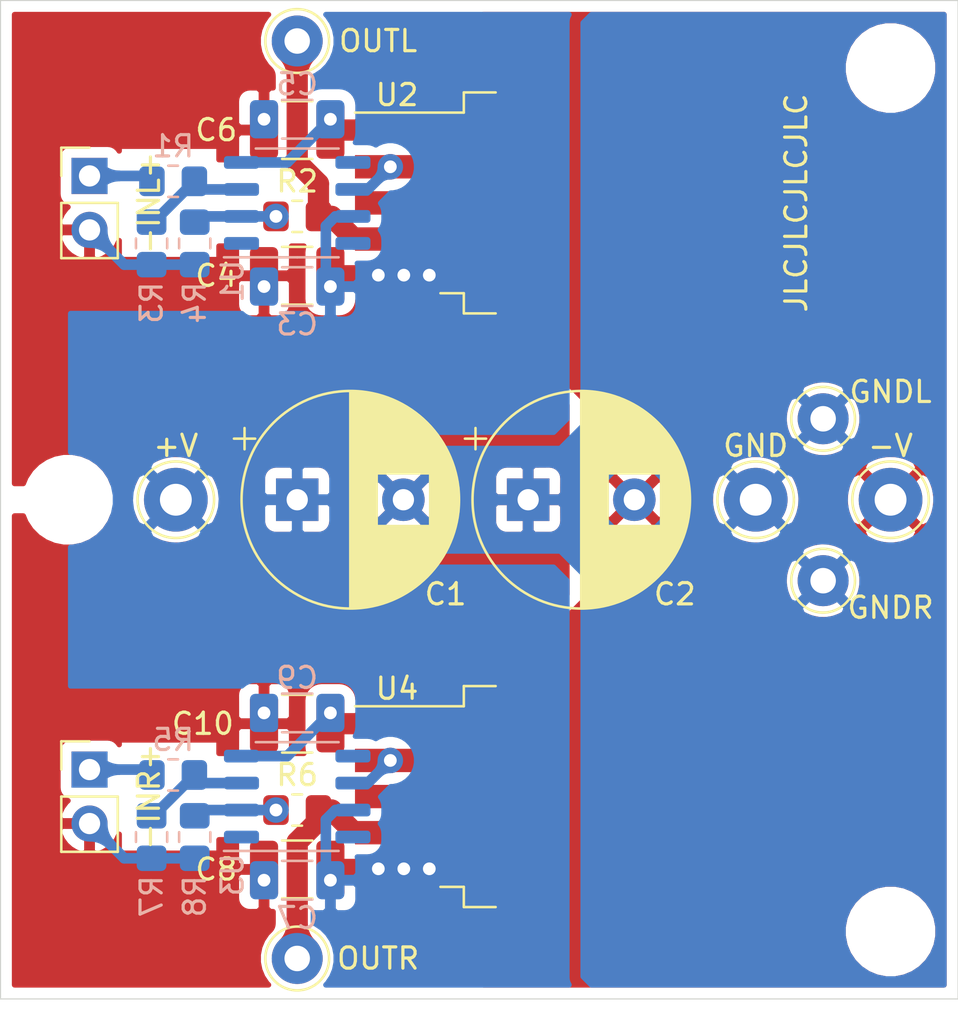
<source format=kicad_pcb>
(kicad_pcb (version 20171130) (host pcbnew "(5.1.7)-1")

  (general
    (thickness 1.6)
    (drawings 5)
    (tracks 96)
    (zones 0)
    (modules 34)
    (nets 20)
  )

  (page A4)
  (layers
    (0 F.Cu signal)
    (31 B.Cu signal)
    (32 B.Adhes user)
    (33 F.Adhes user)
    (34 B.Paste user)
    (35 F.Paste user)
    (36 B.SilkS user)
    (37 F.SilkS user)
    (38 B.Mask user)
    (39 F.Mask user)
    (40 Dwgs.User user)
    (41 Cmts.User user)
    (42 Eco1.User user)
    (43 Eco2.User user)
    (44 Edge.Cuts user)
    (45 Margin user)
    (46 B.CrtYd user)
    (47 F.CrtYd user)
    (48 B.Fab user)
    (49 F.Fab user hide)
  )

  (setup
    (last_trace_width 0.25)
    (user_trace_width 0.5)
    (user_trace_width 1)
    (trace_clearance 0.2)
    (zone_clearance 0.508)
    (zone_45_only yes)
    (trace_min 0.2)
    (via_size 0.8)
    (via_drill 0.4)
    (via_min_size 0.4)
    (via_min_drill 0.3)
    (user_via 1.1 0.5)
    (user_via 1.2 0.6)
    (user_via 1.6 1)
    (uvia_size 0.3)
    (uvia_drill 0.1)
    (uvias_allowed no)
    (uvia_min_size 0.2)
    (uvia_min_drill 0.1)
    (edge_width 0.05)
    (segment_width 0.2)
    (pcb_text_width 0.3)
    (pcb_text_size 1.5 1.5)
    (mod_edge_width 0.12)
    (mod_text_size 1 1)
    (mod_text_width 0.15)
    (pad_size 2.4 2.4)
    (pad_drill 1.2)
    (pad_to_mask_clearance 0.05)
    (solder_mask_min_width 0.2)
    (aux_axis_origin 0 0)
    (visible_elements 7FFFFFFF)
    (pcbplotparams
      (layerselection 0x010f0_ffffffff)
      (usegerberextensions false)
      (usegerberattributes true)
      (usegerberadvancedattributes false)
      (creategerberjobfile false)
      (excludeedgelayer true)
      (linewidth 0.100000)
      (plotframeref false)
      (viasonmask true)
      (mode 1)
      (useauxorigin false)
      (hpglpennumber 1)
      (hpglpenspeed 20)
      (hpglpendiameter 15.000000)
      (psnegative false)
      (psa4output false)
      (plotreference true)
      (plotvalue false)
      (plotinvisibletext false)
      (padsonsilk true)
      (subtractmaskfromsilk false)
      (outputformat 1)
      (mirror false)
      (drillshape 0)
      (scaleselection 1)
      (outputdirectory "v3/"))
  )

  (net 0 "")
  (net 1 +15V)
  (net 2 GND)
  (net 3 -15V)
  (net 4 "Net-(J4-Pad1)")
  (net 5 "Net-(R1-Pad1)")
  (net 6 "Net-(R2-Pad1)")
  (net 7 "Net-(U1-Pad6)")
  (net 8 "Net-(U1-Pad1)")
  (net 9 "Net-(U1-Pad5)")
  (net 10 "Net-(U1-Pad8)")
  (net 11 "Net-(J5-Pad1)")
  (net 12 "Net-(J7-Pad1)")
  (net 13 "Net-(J8-Pad1)")
  (net 14 "Net-(R5-Pad1)")
  (net 15 "Net-(R6-Pad1)")
  (net 16 "Net-(U3-Pad8)")
  (net 17 "Net-(U3-Pad6)")
  (net 18 "Net-(U3-Pad5)")
  (net 19 "Net-(U3-Pad1)")

  (net_class Default "This is the default net class."
    (clearance 0.2)
    (trace_width 0.25)
    (via_dia 0.8)
    (via_drill 0.4)
    (uvia_dia 0.3)
    (uvia_drill 0.1)
    (add_net +15V)
    (add_net -15V)
    (add_net GND)
    (add_net "Net-(J4-Pad1)")
    (add_net "Net-(J5-Pad1)")
    (add_net "Net-(J7-Pad1)")
    (add_net "Net-(J8-Pad1)")
    (add_net "Net-(R1-Pad1)")
    (add_net "Net-(R2-Pad1)")
    (add_net "Net-(R5-Pad1)")
    (add_net "Net-(R6-Pad1)")
    (add_net "Net-(U1-Pad1)")
    (add_net "Net-(U1-Pad5)")
    (add_net "Net-(U1-Pad6)")
    (add_net "Net-(U1-Pad8)")
    (add_net "Net-(U3-Pad1)")
    (add_net "Net-(U3-Pad5)")
    (add_net "Net-(U3-Pad6)")
    (add_net "Net-(U3-Pad8)")
  )

  (module Capacitor_SMD:C_1210_3225Metric_Pad1.33x2.70mm_HandSolder (layer F.Cu) (tedit 5F68FEEF) (tstamp 5FEC9C0C)
    (at 95.25 65.024 180)
    (descr "Capacitor SMD 1210 (3225 Metric), square (rectangular) end terminal, IPC_7351 nominal with elongated pad for handsoldering. (Body size source: IPC-SM-782 page 76, https://www.pcb-3d.com/wordpress/wp-content/uploads/ipc-sm-782a_amendment_1_and_2.pdf), generated with kicad-footprint-generator")
    (tags "capacitor handsolder")
    (path /5FEF22FE/5FEF15AA)
    (attr smd)
    (fp_text reference C8 (at 3.81 0) (layer F.SilkS)
      (effects (font (size 1 1) (thickness 0.15)))
    )
    (fp_text value 10u (at 0 2.3) (layer F.Fab)
      (effects (font (size 1 1) (thickness 0.15)))
    )
    (fp_line (start 2.48 1.6) (end -2.48 1.6) (layer F.CrtYd) (width 0.05))
    (fp_line (start 2.48 -1.6) (end 2.48 1.6) (layer F.CrtYd) (width 0.05))
    (fp_line (start -2.48 -1.6) (end 2.48 -1.6) (layer F.CrtYd) (width 0.05))
    (fp_line (start -2.48 1.6) (end -2.48 -1.6) (layer F.CrtYd) (width 0.05))
    (fp_line (start -0.711252 1.36) (end 0.711252 1.36) (layer F.SilkS) (width 0.12))
    (fp_line (start -0.711252 -1.36) (end 0.711252 -1.36) (layer F.SilkS) (width 0.12))
    (fp_line (start 1.6 1.25) (end -1.6 1.25) (layer F.Fab) (width 0.1))
    (fp_line (start 1.6 -1.25) (end 1.6 1.25) (layer F.Fab) (width 0.1))
    (fp_line (start -1.6 -1.25) (end 1.6 -1.25) (layer F.Fab) (width 0.1))
    (fp_line (start -1.6 1.25) (end -1.6 -1.25) (layer F.Fab) (width 0.1))
    (fp_text user %R (at 0 0) (layer F.Fab)
      (effects (font (size 0.8 0.8) (thickness 0.12)))
    )
    (pad 2 smd roundrect (at 1.5625 0 180) (size 1.325 2.7) (layers F.Cu F.Paste F.Mask) (roundrect_rratio 0.1886769811320755)
      (net 2 GND))
    (pad 1 smd roundrect (at -1.5625 0 180) (size 1.325 2.7) (layers F.Cu F.Paste F.Mask) (roundrect_rratio 0.1886769811320755)
      (net 1 +15V))
    (model ${KISYS3DMOD}/Capacitor_SMD.3dshapes/C_1210_3225Metric.wrl
      (at (xyz 0 0 0))
      (scale (xyz 1 1 1))
      (rotate (xyz 0 0 0))
    )
  )

  (module AAVID:TO-263-5_TabPin3_AAVID_7106 (layer F.Cu) (tedit 5FECDEC1) (tstamp 5FEDAE9D)
    (at 106.045 61.595)
    (descr "TO-263 / D2PAK / DDPAK SMD package, http://www.infineon.com/cms/en/product/packages/PG-TO263/PG-TO263-5-1/")
    (tags "D2PAK DDPAK TO-263 D2PAK-5 TO-263-5 SOT-426")
    (path /5FEF22FE/5FEF15C4)
    (zone_connect 2)
    (attr smd)
    (fp_text reference U4 (at -6.096 -5.08) (layer F.SilkS)
      (effects (font (size 1 1) (thickness 0.15)))
    )
    (fp_text value LME49600 (at 0 7) (layer F.Fab)
      (effects (font (size 1 1) (thickness 0.15)))
    )
    (fp_line (start 17.075 -8) (end -9.925 -8) (layer F.CrtYd) (width 0.05))
    (fp_line (start 17.075 8) (end 17.075 -8) (layer F.CrtYd) (width 0.05))
    (fp_line (start -9.925 8) (end 17.075 8) (layer F.CrtYd) (width 0.05))
    (fp_line (start -9.925 -8) (end -9.925 8) (layer F.CrtYd) (width 0.05))
    (fp_line (start -2.95 4.25) (end -4.05 4.25) (layer F.SilkS) (width 0.12))
    (fp_line (start -2.95 5.2) (end -2.95 4.25) (layer F.SilkS) (width 0.12))
    (fp_line (start -1.45 5.2) (end -2.95 5.2) (layer F.SilkS) (width 0.12))
    (fp_line (start -2.95 -4.25) (end -8.075 -4.25) (layer F.SilkS) (width 0.12))
    (fp_line (start -2.95 -5.2) (end -2.95 -4.25) (layer F.SilkS) (width 0.12))
    (fp_line (start -1.45 -5.2) (end -2.95 -5.2) (layer F.SilkS) (width 0.12))
    (fp_line (start -7.45 3.8) (end -2.75 3.8) (layer F.Fab) (width 0.1))
    (fp_line (start -7.45 3) (end -7.45 3.8) (layer F.Fab) (width 0.1))
    (fp_line (start -2.75 3) (end -7.45 3) (layer F.Fab) (width 0.1))
    (fp_line (start -7.45 2.1) (end -2.75 2.1) (layer F.Fab) (width 0.1))
    (fp_line (start -7.45 1.3) (end -7.45 2.1) (layer F.Fab) (width 0.1))
    (fp_line (start -2.75 1.3) (end -7.45 1.3) (layer F.Fab) (width 0.1))
    (fp_line (start -7.45 0.4) (end -2.75 0.4) (layer F.Fab) (width 0.1))
    (fp_line (start -7.45 -0.4) (end -7.45 0.4) (layer F.Fab) (width 0.1))
    (fp_line (start -2.75 -0.4) (end -7.45 -0.4) (layer F.Fab) (width 0.1))
    (fp_line (start -7.45 -1.3) (end -2.75 -1.3) (layer F.Fab) (width 0.1))
    (fp_line (start -7.45 -2.1) (end -7.45 -1.3) (layer F.Fab) (width 0.1))
    (fp_line (start -2.75 -2.1) (end -7.45 -2.1) (layer F.Fab) (width 0.1))
    (fp_line (start -7.45 -3) (end -2.75 -3) (layer F.Fab) (width 0.1))
    (fp_line (start -7.45 -3.8) (end -7.45 -3) (layer F.Fab) (width 0.1))
    (fp_line (start -2.75 -3.8) (end -7.45 -3.8) (layer F.Fab) (width 0.1))
    (fp_line (start -1.75 -5) (end 6.5 -5) (layer F.Fab) (width 0.1))
    (fp_line (start -2.75 -4) (end -1.75 -5) (layer F.Fab) (width 0.1))
    (fp_line (start -2.75 5) (end -2.75 -4) (layer F.Fab) (width 0.1))
    (fp_line (start 6.5 5) (end -2.75 5) (layer F.Fab) (width 0.1))
    (fp_line (start 6.5 -5) (end 6.5 5) (layer F.Fab) (width 0.1))
    (fp_line (start 7.5 5) (end 6.5 5) (layer F.Fab) (width 0.1))
    (fp_line (start 7.5 -5) (end 7.5 5) (layer F.Fab) (width 0.1))
    (fp_line (start 6.5 -5) (end 7.5 -5) (layer F.Fab) (width 0.1))
    (fp_text user %R (at 0 0) (layer F.Fab)
      (effects (font (size 1 1) (thickness 0.15)))
    )
    (pad 1 smd rect (at -5.775 -3.4) (size 4.6 1.1) (layers F.Cu F.Paste F.Mask)
      (net 3 -15V) (zone_connect 2))
    (pad 2 smd rect (at -5.775 -1.7) (size 4.6 1.1) (layers F.Cu F.Paste F.Mask)
      (net 17 "Net-(U3-Pad6)") (zone_connect 2))
    (pad 3 smd rect (at -5.775 0) (size 4.6 1.1) (layers F.Cu F.Paste F.Mask)
      (net 3 -15V) (zone_connect 2))
    (pad 4 smd rect (at -5.775 1.7) (size 4.6 1.1) (layers F.Cu F.Paste F.Mask)
      (net 13 "Net-(J8-Pad1)") (zone_connect 2))
    (pad 5 smd rect (at -5.775 3.4) (size 4.6 1.1) (layers F.Cu F.Paste F.Mask)
      (net 1 +15V) (zone_connect 2))
    (pad 3 smd rect (at 3.575 0) (size 8.9 15.5) (layers F.Cu F.Paste F.Mask)
      (net 3 -15V) (zone_connect 2))
    (model ${KISYS3DMOD}/Package_TO_SOT_SMD.3dshapes/TO-263-5_TabPin3.wrl
      (at (xyz 0 0 0))
      (scale (xyz 1 1 1))
      (rotate (xyz 0 0 0))
    )
  )

  (module AAVID:TO-263-5_TabPin3_AAVID_7106 locked (layer F.Cu) (tedit 5FECDEC1) (tstamp 5FED6518)
    (at 106.045 33.655)
    (descr "TO-263 / D2PAK / DDPAK SMD package, http://www.infineon.com/cms/en/product/packages/PG-TO263/PG-TO263-5-1/")
    (tags "D2PAK DDPAK TO-263 D2PAK-5 TO-263-5 SOT-426")
    (path /5FECC15B/5FEF15C4)
    (zone_connect 2)
    (attr smd)
    (fp_text reference U2 (at -6.096 -5.08) (layer F.SilkS)
      (effects (font (size 1 1) (thickness 0.15)))
    )
    (fp_text value LME49600 (at 0 7) (layer F.Fab)
      (effects (font (size 1 1) (thickness 0.15)))
    )
    (fp_line (start 17.075 -8) (end -9.925 -8) (layer F.CrtYd) (width 0.05))
    (fp_line (start 17.075 8) (end 17.075 -8) (layer F.CrtYd) (width 0.05))
    (fp_line (start -9.925 8) (end 17.075 8) (layer F.CrtYd) (width 0.05))
    (fp_line (start -9.925 -8) (end -9.925 8) (layer F.CrtYd) (width 0.05))
    (fp_line (start -2.95 4.25) (end -4.05 4.25) (layer F.SilkS) (width 0.12))
    (fp_line (start -2.95 5.2) (end -2.95 4.25) (layer F.SilkS) (width 0.12))
    (fp_line (start -1.45 5.2) (end -2.95 5.2) (layer F.SilkS) (width 0.12))
    (fp_line (start -2.95 -4.25) (end -8.075 -4.25) (layer F.SilkS) (width 0.12))
    (fp_line (start -2.95 -5.2) (end -2.95 -4.25) (layer F.SilkS) (width 0.12))
    (fp_line (start -1.45 -5.2) (end -2.95 -5.2) (layer F.SilkS) (width 0.12))
    (fp_line (start -7.45 3.8) (end -2.75 3.8) (layer F.Fab) (width 0.1))
    (fp_line (start -7.45 3) (end -7.45 3.8) (layer F.Fab) (width 0.1))
    (fp_line (start -2.75 3) (end -7.45 3) (layer F.Fab) (width 0.1))
    (fp_line (start -7.45 2.1) (end -2.75 2.1) (layer F.Fab) (width 0.1))
    (fp_line (start -7.45 1.3) (end -7.45 2.1) (layer F.Fab) (width 0.1))
    (fp_line (start -2.75 1.3) (end -7.45 1.3) (layer F.Fab) (width 0.1))
    (fp_line (start -7.45 0.4) (end -2.75 0.4) (layer F.Fab) (width 0.1))
    (fp_line (start -7.45 -0.4) (end -7.45 0.4) (layer F.Fab) (width 0.1))
    (fp_line (start -2.75 -0.4) (end -7.45 -0.4) (layer F.Fab) (width 0.1))
    (fp_line (start -7.45 -1.3) (end -2.75 -1.3) (layer F.Fab) (width 0.1))
    (fp_line (start -7.45 -2.1) (end -7.45 -1.3) (layer F.Fab) (width 0.1))
    (fp_line (start -2.75 -2.1) (end -7.45 -2.1) (layer F.Fab) (width 0.1))
    (fp_line (start -7.45 -3) (end -2.75 -3) (layer F.Fab) (width 0.1))
    (fp_line (start -7.45 -3.8) (end -7.45 -3) (layer F.Fab) (width 0.1))
    (fp_line (start -2.75 -3.8) (end -7.45 -3.8) (layer F.Fab) (width 0.1))
    (fp_line (start -1.75 -5) (end 6.5 -5) (layer F.Fab) (width 0.1))
    (fp_line (start -2.75 -4) (end -1.75 -5) (layer F.Fab) (width 0.1))
    (fp_line (start -2.75 5) (end -2.75 -4) (layer F.Fab) (width 0.1))
    (fp_line (start 6.5 5) (end -2.75 5) (layer F.Fab) (width 0.1))
    (fp_line (start 6.5 -5) (end 6.5 5) (layer F.Fab) (width 0.1))
    (fp_line (start 7.5 5) (end 6.5 5) (layer F.Fab) (width 0.1))
    (fp_line (start 7.5 -5) (end 7.5 5) (layer F.Fab) (width 0.1))
    (fp_line (start 6.5 -5) (end 7.5 -5) (layer F.Fab) (width 0.1))
    (fp_text user %R (at 0 0) (layer F.Fab)
      (effects (font (size 1 1) (thickness 0.15)))
    )
    (pad 1 smd rect (at -5.775 -3.4) (size 4.6 1.1) (layers F.Cu F.Paste F.Mask)
      (net 3 -15V) (zone_connect 2))
    (pad 2 smd rect (at -5.775 -1.7) (size 4.6 1.1) (layers F.Cu F.Paste F.Mask)
      (net 7 "Net-(U1-Pad6)") (zone_connect 2))
    (pad 3 smd rect (at -5.775 0) (size 4.6 1.1) (layers F.Cu F.Paste F.Mask)
      (net 3 -15V) (zone_connect 2))
    (pad 4 smd rect (at -5.775 1.7) (size 4.6 1.1) (layers F.Cu F.Paste F.Mask)
      (net 11 "Net-(J5-Pad1)") (zone_connect 2))
    (pad 5 smd rect (at -5.775 3.4) (size 4.6 1.1) (layers F.Cu F.Paste F.Mask)
      (net 1 +15V) (zone_connect 2))
    (pad 3 smd rect (at 3.575 0) (size 8.9 15.5) (layers F.Cu F.Paste F.Mask)
      (net 3 -15V) (zone_connect 2))
    (model ${KISYS3DMOD}/Package_TO_SOT_SMD.3dshapes/TO-263-5_TabPin3.wrl
      (at (xyz 0 0 0))
      (scale (xyz 1 1 1))
      (rotate (xyz 0 0 0))
    )
  )

  (module Connector_Pin:Pin_D1.3mm_L11.0mm_LooseFit (layer F.Cu) (tedit 5A1DC085) (tstamp 5FED76BC)
    (at 123.19 47.625)
    (descr "solder Pin_ diameter 1.3mm, hole diameter 1.5mm (loose fit), length 11.0mm")
    (tags "solder Pin_ loose fit")
    (path /5FF0098F)
    (fp_text reference -V (at 0 -2.54) (layer F.SilkS)
      (effects (font (size 1 1) (thickness 0.15)))
    )
    (fp_text value Conn_01x01_Female (at 0 -2.05) (layer F.Fab)
      (effects (font (size 1 1) (thickness 0.15)))
    )
    (fp_circle (center 0 0) (end 2 0) (layer F.CrtYd) (width 0.05))
    (fp_circle (center 0 0) (end 0.65 -0.05) (layer F.Fab) (width 0.12))
    (fp_circle (center 0 0) (end 1.25 -0.05) (layer F.Fab) (width 0.12))
    (fp_circle (center 0 0) (end 1.8 0.05) (layer F.SilkS) (width 0.12))
    (fp_text user %R (at 0 2.55) (layer F.Fab)
      (effects (font (size 1 1) (thickness 0.15)))
    )
    (pad 1 thru_hole circle (at 0 0) (size 3 3) (drill 1.5) (layers *.Cu *.Mask)
      (net 3 -15V))
    (model ${KISYS3DMOD}/Connector_Pin.3dshapes/Pin_D1.3mm_L11.0mm_LooseFit.wrl
      (at (xyz 0 0 0))
      (scale (xyz 1 1 1))
      (rotate (xyz 0 0 0))
    )
  )

  (module Connector_Pin:Pin_D1.3mm_L11.0mm_LooseFit (layer F.Cu) (tedit 5A1DC085) (tstamp 5FED76B2)
    (at 116.84 47.625)
    (descr "solder Pin_ diameter 1.3mm, hole diameter 1.5mm (loose fit), length 11.0mm")
    (tags "solder Pin_ loose fit")
    (path /5FF01F78)
    (fp_text reference GND (at 0 -2.54) (layer F.SilkS)
      (effects (font (size 1 1) (thickness 0.15)))
    )
    (fp_text value Conn_01x01_Female (at 0 -2.05) (layer F.Fab)
      (effects (font (size 1 1) (thickness 0.15)))
    )
    (fp_circle (center 0 0) (end 2 0) (layer F.CrtYd) (width 0.05))
    (fp_circle (center 0 0) (end 0.65 -0.05) (layer F.Fab) (width 0.12))
    (fp_circle (center 0 0) (end 1.25 -0.05) (layer F.Fab) (width 0.12))
    (fp_circle (center 0 0) (end 1.8 0.05) (layer F.SilkS) (width 0.12))
    (fp_text user %R (at 0 2.55) (layer F.Fab)
      (effects (font (size 1 1) (thickness 0.15)))
    )
    (pad 1 thru_hole circle (at 0 0) (size 3 3) (drill 1.5) (layers *.Cu *.Mask)
      (net 2 GND))
    (model ${KISYS3DMOD}/Connector_Pin.3dshapes/Pin_D1.3mm_L11.0mm_LooseFit.wrl
      (at (xyz 0 0 0))
      (scale (xyz 1 1 1))
      (rotate (xyz 0 0 0))
    )
  )

  (module Connector_Pin:Pin_D1.3mm_L11.0mm_LooseFit (layer F.Cu) (tedit 5A1DC085) (tstamp 5FED76A8)
    (at 89.535 47.625)
    (descr "solder Pin_ diameter 1.3mm, hole diameter 1.5mm (loose fit), length 11.0mm")
    (tags "solder Pin_ loose fit")
    (path /5FF023A6)
    (fp_text reference +V (at 0 -2.54) (layer F.SilkS)
      (effects (font (size 1 1) (thickness 0.15)))
    )
    (fp_text value Conn_01x01_Female (at 0 -2.05) (layer F.Fab)
      (effects (font (size 1 1) (thickness 0.15)))
    )
    (fp_circle (center 0 0) (end 2 0) (layer F.CrtYd) (width 0.05))
    (fp_circle (center 0 0) (end 0.65 -0.05) (layer F.Fab) (width 0.12))
    (fp_circle (center 0 0) (end 1.25 -0.05) (layer F.Fab) (width 0.12))
    (fp_circle (center 0 0) (end 1.8 0.05) (layer F.SilkS) (width 0.12))
    (fp_text user %R (at 0 2.55) (layer F.Fab)
      (effects (font (size 1 1) (thickness 0.15)))
    )
    (pad 1 thru_hole circle (at 0 0) (size 3 3) (drill 1.5) (layers *.Cu *.Mask)
      (net 1 +15V))
    (model ${KISYS3DMOD}/Connector_Pin.3dshapes/Pin_D1.3mm_L11.0mm_LooseFit.wrl
      (at (xyz 0 0 0))
      (scale (xyz 1 1 1))
      (rotate (xyz 0 0 0))
    )
  )

  (module MountingHole:MountingHole_3.2mm_M3_ISO14580 (layer F.Cu) (tedit 56D1B4CB) (tstamp 5FEEE099)
    (at 123.19 27.305)
    (descr "Mounting Hole 3.2mm, no annular, M3, ISO14580")
    (tags "mounting hole 3.2mm no annular m3 iso14580")
    (path /5FF3A568)
    (attr virtual)
    (fp_text reference H3 (at 0 3.81) (layer F.SilkS) hide
      (effects (font (size 1 1) (thickness 0.15)))
    )
    (fp_text value MountingHole (at 0 3.75) (layer F.Fab)
      (effects (font (size 1 1) (thickness 0.15)))
    )
    (fp_circle (center 0 0) (end 2.75 0) (layer Cmts.User) (width 0.15))
    (fp_circle (center 0 0) (end 3 0) (layer F.CrtYd) (width 0.05))
    (fp_text user %R (at 0.3 0) (layer F.Fab)
      (effects (font (size 1 1) (thickness 0.15)))
    )
    (pad 1 np_thru_hole circle (at 0 0) (size 3.2 3.2) (drill 3.2) (layers *.Cu *.Mask))
  )

  (module MountingHole:MountingHole_3.2mm_M3_ISO14580 (layer F.Cu) (tedit 56D1B4CB) (tstamp 5FED768E)
    (at 123.19 67.945)
    (descr "Mounting Hole 3.2mm, no annular, M3, ISO14580")
    (tags "mounting hole 3.2mm no annular m3 iso14580")
    (path /5FECC507)
    (attr virtual)
    (fp_text reference H2 (at 0 -3.75) (layer F.SilkS) hide
      (effects (font (size 1 1) (thickness 0.15)))
    )
    (fp_text value MountingHole (at 0 3.75) (layer F.Fab)
      (effects (font (size 1 1) (thickness 0.15)))
    )
    (fp_circle (center 0 0) (end 2.75 0) (layer Cmts.User) (width 0.15))
    (fp_circle (center 0 0) (end 3 0) (layer F.CrtYd) (width 0.05))
    (fp_text user %R (at 0.3 0) (layer F.Fab)
      (effects (font (size 1 1) (thickness 0.15)))
    )
    (pad 1 np_thru_hole circle (at 0 0) (size 3.2 3.2) (drill 3.2) (layers *.Cu *.Mask))
  )

  (module MountingHole:MountingHole_3.2mm_M3_ISO14580 (layer F.Cu) (tedit 56D1B4CB) (tstamp 5FED7686)
    (at 84.455 47.625)
    (descr "Mounting Hole 3.2mm, no annular, M3, ISO14580")
    (tags "mounting hole 3.2mm no annular m3 iso14580")
    (path /5FF3AC0F)
    (attr virtual)
    (fp_text reference H1 (at 0 -3.75) (layer F.SilkS) hide
      (effects (font (size 1 1) (thickness 0.15)))
    )
    (fp_text value MountingHole (at 0 3.75) (layer F.Fab)
      (effects (font (size 1 1) (thickness 0.15)))
    )
    (fp_circle (center 0 0) (end 3 0) (layer F.CrtYd) (width 0.05))
    (fp_circle (center 0 0) (end 2.75 0) (layer Cmts.User) (width 0.15))
    (fp_text user %R (at 0.3 0) (layer F.Fab)
      (effects (font (size 1 1) (thickness 0.15)))
    )
    (pad 1 np_thru_hole circle (at 0 0) (size 3.2 3.2) (drill 3.2) (layers *.Cu *.Mask))
  )

  (module Capacitor_THT:CP_Radial_D10.0mm_P5.00mm (layer F.Cu) (tedit 5AE50EF1) (tstamp 5FEFA259)
    (at 106.125 47.625)
    (descr "CP, Radial series, Radial, pin pitch=5.00mm, , diameter=10mm, Electrolytic Capacitor")
    (tags "CP Radial series Radial pin pitch 5.00mm  diameter 10mm Electrolytic Capacitor")
    (path /5FEC17ED)
    (fp_text reference C2 (at 6.905 4.445 180) (layer F.SilkS)
      (effects (font (size 1 1) (thickness 0.15)))
    )
    (fp_text value 470u (at 2.5 6.25 180) (layer F.Fab)
      (effects (font (size 1 1) (thickness 0.15)))
    )
    (fp_circle (center 2.5 0) (end 7.5 0) (layer F.Fab) (width 0.1))
    (fp_circle (center 2.5 0) (end 7.62 0) (layer F.SilkS) (width 0.12))
    (fp_circle (center 2.5 0) (end 7.75 0) (layer F.CrtYd) (width 0.05))
    (fp_line (start -1.788861 -2.1875) (end -0.788861 -2.1875) (layer F.Fab) (width 0.1))
    (fp_line (start -1.288861 -2.6875) (end -1.288861 -1.6875) (layer F.Fab) (width 0.1))
    (fp_line (start 2.5 -5.08) (end 2.5 5.08) (layer F.SilkS) (width 0.12))
    (fp_line (start 2.54 -5.08) (end 2.54 5.08) (layer F.SilkS) (width 0.12))
    (fp_line (start 2.58 -5.08) (end 2.58 5.08) (layer F.SilkS) (width 0.12))
    (fp_line (start 2.62 -5.079) (end 2.62 5.079) (layer F.SilkS) (width 0.12))
    (fp_line (start 2.66 -5.078) (end 2.66 5.078) (layer F.SilkS) (width 0.12))
    (fp_line (start 2.7 -5.077) (end 2.7 5.077) (layer F.SilkS) (width 0.12))
    (fp_line (start 2.74 -5.075) (end 2.74 5.075) (layer F.SilkS) (width 0.12))
    (fp_line (start 2.78 -5.073) (end 2.78 5.073) (layer F.SilkS) (width 0.12))
    (fp_line (start 2.82 -5.07) (end 2.82 5.07) (layer F.SilkS) (width 0.12))
    (fp_line (start 2.86 -5.068) (end 2.86 5.068) (layer F.SilkS) (width 0.12))
    (fp_line (start 2.9 -5.065) (end 2.9 5.065) (layer F.SilkS) (width 0.12))
    (fp_line (start 2.94 -5.062) (end 2.94 5.062) (layer F.SilkS) (width 0.12))
    (fp_line (start 2.98 -5.058) (end 2.98 5.058) (layer F.SilkS) (width 0.12))
    (fp_line (start 3.02 -5.054) (end 3.02 5.054) (layer F.SilkS) (width 0.12))
    (fp_line (start 3.06 -5.05) (end 3.06 5.05) (layer F.SilkS) (width 0.12))
    (fp_line (start 3.1 -5.045) (end 3.1 5.045) (layer F.SilkS) (width 0.12))
    (fp_line (start 3.14 -5.04) (end 3.14 5.04) (layer F.SilkS) (width 0.12))
    (fp_line (start 3.18 -5.035) (end 3.18 5.035) (layer F.SilkS) (width 0.12))
    (fp_line (start 3.221 -5.03) (end 3.221 5.03) (layer F.SilkS) (width 0.12))
    (fp_line (start 3.261 -5.024) (end 3.261 5.024) (layer F.SilkS) (width 0.12))
    (fp_line (start 3.301 -5.018) (end 3.301 5.018) (layer F.SilkS) (width 0.12))
    (fp_line (start 3.341 -5.011) (end 3.341 5.011) (layer F.SilkS) (width 0.12))
    (fp_line (start 3.381 -5.004) (end 3.381 5.004) (layer F.SilkS) (width 0.12))
    (fp_line (start 3.421 -4.997) (end 3.421 4.997) (layer F.SilkS) (width 0.12))
    (fp_line (start 3.461 -4.99) (end 3.461 4.99) (layer F.SilkS) (width 0.12))
    (fp_line (start 3.501 -4.982) (end 3.501 4.982) (layer F.SilkS) (width 0.12))
    (fp_line (start 3.541 -4.974) (end 3.541 4.974) (layer F.SilkS) (width 0.12))
    (fp_line (start 3.581 -4.965) (end 3.581 4.965) (layer F.SilkS) (width 0.12))
    (fp_line (start 3.621 -4.956) (end 3.621 4.956) (layer F.SilkS) (width 0.12))
    (fp_line (start 3.661 -4.947) (end 3.661 4.947) (layer F.SilkS) (width 0.12))
    (fp_line (start 3.701 -4.938) (end 3.701 4.938) (layer F.SilkS) (width 0.12))
    (fp_line (start 3.741 -4.928) (end 3.741 4.928) (layer F.SilkS) (width 0.12))
    (fp_line (start 3.781 -4.918) (end 3.781 -1.241) (layer F.SilkS) (width 0.12))
    (fp_line (start 3.781 1.241) (end 3.781 4.918) (layer F.SilkS) (width 0.12))
    (fp_line (start 3.821 -4.907) (end 3.821 -1.241) (layer F.SilkS) (width 0.12))
    (fp_line (start 3.821 1.241) (end 3.821 4.907) (layer F.SilkS) (width 0.12))
    (fp_line (start 3.861 -4.897) (end 3.861 -1.241) (layer F.SilkS) (width 0.12))
    (fp_line (start 3.861 1.241) (end 3.861 4.897) (layer F.SilkS) (width 0.12))
    (fp_line (start 3.901 -4.885) (end 3.901 -1.241) (layer F.SilkS) (width 0.12))
    (fp_line (start 3.901 1.241) (end 3.901 4.885) (layer F.SilkS) (width 0.12))
    (fp_line (start 3.941 -4.874) (end 3.941 -1.241) (layer F.SilkS) (width 0.12))
    (fp_line (start 3.941 1.241) (end 3.941 4.874) (layer F.SilkS) (width 0.12))
    (fp_line (start 3.981 -4.862) (end 3.981 -1.241) (layer F.SilkS) (width 0.12))
    (fp_line (start 3.981 1.241) (end 3.981 4.862) (layer F.SilkS) (width 0.12))
    (fp_line (start 4.021 -4.85) (end 4.021 -1.241) (layer F.SilkS) (width 0.12))
    (fp_line (start 4.021 1.241) (end 4.021 4.85) (layer F.SilkS) (width 0.12))
    (fp_line (start 4.061 -4.837) (end 4.061 -1.241) (layer F.SilkS) (width 0.12))
    (fp_line (start 4.061 1.241) (end 4.061 4.837) (layer F.SilkS) (width 0.12))
    (fp_line (start 4.101 -4.824) (end 4.101 -1.241) (layer F.SilkS) (width 0.12))
    (fp_line (start 4.101 1.241) (end 4.101 4.824) (layer F.SilkS) (width 0.12))
    (fp_line (start 4.141 -4.811) (end 4.141 -1.241) (layer F.SilkS) (width 0.12))
    (fp_line (start 4.141 1.241) (end 4.141 4.811) (layer F.SilkS) (width 0.12))
    (fp_line (start 4.181 -4.797) (end 4.181 -1.241) (layer F.SilkS) (width 0.12))
    (fp_line (start 4.181 1.241) (end 4.181 4.797) (layer F.SilkS) (width 0.12))
    (fp_line (start 4.221 -4.783) (end 4.221 -1.241) (layer F.SilkS) (width 0.12))
    (fp_line (start 4.221 1.241) (end 4.221 4.783) (layer F.SilkS) (width 0.12))
    (fp_line (start 4.261 -4.768) (end 4.261 -1.241) (layer F.SilkS) (width 0.12))
    (fp_line (start 4.261 1.241) (end 4.261 4.768) (layer F.SilkS) (width 0.12))
    (fp_line (start 4.301 -4.754) (end 4.301 -1.241) (layer F.SilkS) (width 0.12))
    (fp_line (start 4.301 1.241) (end 4.301 4.754) (layer F.SilkS) (width 0.12))
    (fp_line (start 4.341 -4.738) (end 4.341 -1.241) (layer F.SilkS) (width 0.12))
    (fp_line (start 4.341 1.241) (end 4.341 4.738) (layer F.SilkS) (width 0.12))
    (fp_line (start 4.381 -4.723) (end 4.381 -1.241) (layer F.SilkS) (width 0.12))
    (fp_line (start 4.381 1.241) (end 4.381 4.723) (layer F.SilkS) (width 0.12))
    (fp_line (start 4.421 -4.707) (end 4.421 -1.241) (layer F.SilkS) (width 0.12))
    (fp_line (start 4.421 1.241) (end 4.421 4.707) (layer F.SilkS) (width 0.12))
    (fp_line (start 4.461 -4.69) (end 4.461 -1.241) (layer F.SilkS) (width 0.12))
    (fp_line (start 4.461 1.241) (end 4.461 4.69) (layer F.SilkS) (width 0.12))
    (fp_line (start 4.501 -4.674) (end 4.501 -1.241) (layer F.SilkS) (width 0.12))
    (fp_line (start 4.501 1.241) (end 4.501 4.674) (layer F.SilkS) (width 0.12))
    (fp_line (start 4.541 -4.657) (end 4.541 -1.241) (layer F.SilkS) (width 0.12))
    (fp_line (start 4.541 1.241) (end 4.541 4.657) (layer F.SilkS) (width 0.12))
    (fp_line (start 4.581 -4.639) (end 4.581 -1.241) (layer F.SilkS) (width 0.12))
    (fp_line (start 4.581 1.241) (end 4.581 4.639) (layer F.SilkS) (width 0.12))
    (fp_line (start 4.621 -4.621) (end 4.621 -1.241) (layer F.SilkS) (width 0.12))
    (fp_line (start 4.621 1.241) (end 4.621 4.621) (layer F.SilkS) (width 0.12))
    (fp_line (start 4.661 -4.603) (end 4.661 -1.241) (layer F.SilkS) (width 0.12))
    (fp_line (start 4.661 1.241) (end 4.661 4.603) (layer F.SilkS) (width 0.12))
    (fp_line (start 4.701 -4.584) (end 4.701 -1.241) (layer F.SilkS) (width 0.12))
    (fp_line (start 4.701 1.241) (end 4.701 4.584) (layer F.SilkS) (width 0.12))
    (fp_line (start 4.741 -4.564) (end 4.741 -1.241) (layer F.SilkS) (width 0.12))
    (fp_line (start 4.741 1.241) (end 4.741 4.564) (layer F.SilkS) (width 0.12))
    (fp_line (start 4.781 -4.545) (end 4.781 -1.241) (layer F.SilkS) (width 0.12))
    (fp_line (start 4.781 1.241) (end 4.781 4.545) (layer F.SilkS) (width 0.12))
    (fp_line (start 4.821 -4.525) (end 4.821 -1.241) (layer F.SilkS) (width 0.12))
    (fp_line (start 4.821 1.241) (end 4.821 4.525) (layer F.SilkS) (width 0.12))
    (fp_line (start 4.861 -4.504) (end 4.861 -1.241) (layer F.SilkS) (width 0.12))
    (fp_line (start 4.861 1.241) (end 4.861 4.504) (layer F.SilkS) (width 0.12))
    (fp_line (start 4.901 -4.483) (end 4.901 -1.241) (layer F.SilkS) (width 0.12))
    (fp_line (start 4.901 1.241) (end 4.901 4.483) (layer F.SilkS) (width 0.12))
    (fp_line (start 4.941 -4.462) (end 4.941 -1.241) (layer F.SilkS) (width 0.12))
    (fp_line (start 4.941 1.241) (end 4.941 4.462) (layer F.SilkS) (width 0.12))
    (fp_line (start 4.981 -4.44) (end 4.981 -1.241) (layer F.SilkS) (width 0.12))
    (fp_line (start 4.981 1.241) (end 4.981 4.44) (layer F.SilkS) (width 0.12))
    (fp_line (start 5.021 -4.417) (end 5.021 -1.241) (layer F.SilkS) (width 0.12))
    (fp_line (start 5.021 1.241) (end 5.021 4.417) (layer F.SilkS) (width 0.12))
    (fp_line (start 5.061 -4.395) (end 5.061 -1.241) (layer F.SilkS) (width 0.12))
    (fp_line (start 5.061 1.241) (end 5.061 4.395) (layer F.SilkS) (width 0.12))
    (fp_line (start 5.101 -4.371) (end 5.101 -1.241) (layer F.SilkS) (width 0.12))
    (fp_line (start 5.101 1.241) (end 5.101 4.371) (layer F.SilkS) (width 0.12))
    (fp_line (start 5.141 -4.347) (end 5.141 -1.241) (layer F.SilkS) (width 0.12))
    (fp_line (start 5.141 1.241) (end 5.141 4.347) (layer F.SilkS) (width 0.12))
    (fp_line (start 5.181 -4.323) (end 5.181 -1.241) (layer F.SilkS) (width 0.12))
    (fp_line (start 5.181 1.241) (end 5.181 4.323) (layer F.SilkS) (width 0.12))
    (fp_line (start 5.221 -4.298) (end 5.221 -1.241) (layer F.SilkS) (width 0.12))
    (fp_line (start 5.221 1.241) (end 5.221 4.298) (layer F.SilkS) (width 0.12))
    (fp_line (start 5.261 -4.273) (end 5.261 -1.241) (layer F.SilkS) (width 0.12))
    (fp_line (start 5.261 1.241) (end 5.261 4.273) (layer F.SilkS) (width 0.12))
    (fp_line (start 5.301 -4.247) (end 5.301 -1.241) (layer F.SilkS) (width 0.12))
    (fp_line (start 5.301 1.241) (end 5.301 4.247) (layer F.SilkS) (width 0.12))
    (fp_line (start 5.341 -4.221) (end 5.341 -1.241) (layer F.SilkS) (width 0.12))
    (fp_line (start 5.341 1.241) (end 5.341 4.221) (layer F.SilkS) (width 0.12))
    (fp_line (start 5.381 -4.194) (end 5.381 -1.241) (layer F.SilkS) (width 0.12))
    (fp_line (start 5.381 1.241) (end 5.381 4.194) (layer F.SilkS) (width 0.12))
    (fp_line (start 5.421 -4.166) (end 5.421 -1.241) (layer F.SilkS) (width 0.12))
    (fp_line (start 5.421 1.241) (end 5.421 4.166) (layer F.SilkS) (width 0.12))
    (fp_line (start 5.461 -4.138) (end 5.461 -1.241) (layer F.SilkS) (width 0.12))
    (fp_line (start 5.461 1.241) (end 5.461 4.138) (layer F.SilkS) (width 0.12))
    (fp_line (start 5.501 -4.11) (end 5.501 -1.241) (layer F.SilkS) (width 0.12))
    (fp_line (start 5.501 1.241) (end 5.501 4.11) (layer F.SilkS) (width 0.12))
    (fp_line (start 5.541 -4.08) (end 5.541 -1.241) (layer F.SilkS) (width 0.12))
    (fp_line (start 5.541 1.241) (end 5.541 4.08) (layer F.SilkS) (width 0.12))
    (fp_line (start 5.581 -4.05) (end 5.581 -1.241) (layer F.SilkS) (width 0.12))
    (fp_line (start 5.581 1.241) (end 5.581 4.05) (layer F.SilkS) (width 0.12))
    (fp_line (start 5.621 -4.02) (end 5.621 -1.241) (layer F.SilkS) (width 0.12))
    (fp_line (start 5.621 1.241) (end 5.621 4.02) (layer F.SilkS) (width 0.12))
    (fp_line (start 5.661 -3.989) (end 5.661 -1.241) (layer F.SilkS) (width 0.12))
    (fp_line (start 5.661 1.241) (end 5.661 3.989) (layer F.SilkS) (width 0.12))
    (fp_line (start 5.701 -3.957) (end 5.701 -1.241) (layer F.SilkS) (width 0.12))
    (fp_line (start 5.701 1.241) (end 5.701 3.957) (layer F.SilkS) (width 0.12))
    (fp_line (start 5.741 -3.925) (end 5.741 -1.241) (layer F.SilkS) (width 0.12))
    (fp_line (start 5.741 1.241) (end 5.741 3.925) (layer F.SilkS) (width 0.12))
    (fp_line (start 5.781 -3.892) (end 5.781 -1.241) (layer F.SilkS) (width 0.12))
    (fp_line (start 5.781 1.241) (end 5.781 3.892) (layer F.SilkS) (width 0.12))
    (fp_line (start 5.821 -3.858) (end 5.821 -1.241) (layer F.SilkS) (width 0.12))
    (fp_line (start 5.821 1.241) (end 5.821 3.858) (layer F.SilkS) (width 0.12))
    (fp_line (start 5.861 -3.824) (end 5.861 -1.241) (layer F.SilkS) (width 0.12))
    (fp_line (start 5.861 1.241) (end 5.861 3.824) (layer F.SilkS) (width 0.12))
    (fp_line (start 5.901 -3.789) (end 5.901 -1.241) (layer F.SilkS) (width 0.12))
    (fp_line (start 5.901 1.241) (end 5.901 3.789) (layer F.SilkS) (width 0.12))
    (fp_line (start 5.941 -3.753) (end 5.941 -1.241) (layer F.SilkS) (width 0.12))
    (fp_line (start 5.941 1.241) (end 5.941 3.753) (layer F.SilkS) (width 0.12))
    (fp_line (start 5.981 -3.716) (end 5.981 -1.241) (layer F.SilkS) (width 0.12))
    (fp_line (start 5.981 1.241) (end 5.981 3.716) (layer F.SilkS) (width 0.12))
    (fp_line (start 6.021 -3.679) (end 6.021 -1.241) (layer F.SilkS) (width 0.12))
    (fp_line (start 6.021 1.241) (end 6.021 3.679) (layer F.SilkS) (width 0.12))
    (fp_line (start 6.061 -3.64) (end 6.061 -1.241) (layer F.SilkS) (width 0.12))
    (fp_line (start 6.061 1.241) (end 6.061 3.64) (layer F.SilkS) (width 0.12))
    (fp_line (start 6.101 -3.601) (end 6.101 -1.241) (layer F.SilkS) (width 0.12))
    (fp_line (start 6.101 1.241) (end 6.101 3.601) (layer F.SilkS) (width 0.12))
    (fp_line (start 6.141 -3.561) (end 6.141 -1.241) (layer F.SilkS) (width 0.12))
    (fp_line (start 6.141 1.241) (end 6.141 3.561) (layer F.SilkS) (width 0.12))
    (fp_line (start 6.181 -3.52) (end 6.181 -1.241) (layer F.SilkS) (width 0.12))
    (fp_line (start 6.181 1.241) (end 6.181 3.52) (layer F.SilkS) (width 0.12))
    (fp_line (start 6.221 -3.478) (end 6.221 -1.241) (layer F.SilkS) (width 0.12))
    (fp_line (start 6.221 1.241) (end 6.221 3.478) (layer F.SilkS) (width 0.12))
    (fp_line (start 6.261 -3.436) (end 6.261 3.436) (layer F.SilkS) (width 0.12))
    (fp_line (start 6.301 -3.392) (end 6.301 3.392) (layer F.SilkS) (width 0.12))
    (fp_line (start 6.341 -3.347) (end 6.341 3.347) (layer F.SilkS) (width 0.12))
    (fp_line (start 6.381 -3.301) (end 6.381 3.301) (layer F.SilkS) (width 0.12))
    (fp_line (start 6.421 -3.254) (end 6.421 3.254) (layer F.SilkS) (width 0.12))
    (fp_line (start 6.461 -3.206) (end 6.461 3.206) (layer F.SilkS) (width 0.12))
    (fp_line (start 6.501 -3.156) (end 6.501 3.156) (layer F.SilkS) (width 0.12))
    (fp_line (start 6.541 -3.106) (end 6.541 3.106) (layer F.SilkS) (width 0.12))
    (fp_line (start 6.581 -3.054) (end 6.581 3.054) (layer F.SilkS) (width 0.12))
    (fp_line (start 6.621 -3) (end 6.621 3) (layer F.SilkS) (width 0.12))
    (fp_line (start 6.661 -2.945) (end 6.661 2.945) (layer F.SilkS) (width 0.12))
    (fp_line (start 6.701 -2.889) (end 6.701 2.889) (layer F.SilkS) (width 0.12))
    (fp_line (start 6.741 -2.83) (end 6.741 2.83) (layer F.SilkS) (width 0.12))
    (fp_line (start 6.781 -2.77) (end 6.781 2.77) (layer F.SilkS) (width 0.12))
    (fp_line (start 6.821 -2.709) (end 6.821 2.709) (layer F.SilkS) (width 0.12))
    (fp_line (start 6.861 -2.645) (end 6.861 2.645) (layer F.SilkS) (width 0.12))
    (fp_line (start 6.901 -2.579) (end 6.901 2.579) (layer F.SilkS) (width 0.12))
    (fp_line (start 6.941 -2.51) (end 6.941 2.51) (layer F.SilkS) (width 0.12))
    (fp_line (start 6.981 -2.439) (end 6.981 2.439) (layer F.SilkS) (width 0.12))
    (fp_line (start 7.021 -2.365) (end 7.021 2.365) (layer F.SilkS) (width 0.12))
    (fp_line (start 7.061 -2.289) (end 7.061 2.289) (layer F.SilkS) (width 0.12))
    (fp_line (start 7.101 -2.209) (end 7.101 2.209) (layer F.SilkS) (width 0.12))
    (fp_line (start 7.141 -2.125) (end 7.141 2.125) (layer F.SilkS) (width 0.12))
    (fp_line (start 7.181 -2.037) (end 7.181 2.037) (layer F.SilkS) (width 0.12))
    (fp_line (start 7.221 -1.944) (end 7.221 1.944) (layer F.SilkS) (width 0.12))
    (fp_line (start 7.261 -1.846) (end 7.261 1.846) (layer F.SilkS) (width 0.12))
    (fp_line (start 7.301 -1.742) (end 7.301 1.742) (layer F.SilkS) (width 0.12))
    (fp_line (start 7.341 -1.63) (end 7.341 1.63) (layer F.SilkS) (width 0.12))
    (fp_line (start 7.381 -1.51) (end 7.381 1.51) (layer F.SilkS) (width 0.12))
    (fp_line (start 7.421 -1.378) (end 7.421 1.378) (layer F.SilkS) (width 0.12))
    (fp_line (start 7.461 -1.23) (end 7.461 1.23) (layer F.SilkS) (width 0.12))
    (fp_line (start 7.501 -1.062) (end 7.501 1.062) (layer F.SilkS) (width 0.12))
    (fp_line (start 7.541 -0.862) (end 7.541 0.862) (layer F.SilkS) (width 0.12))
    (fp_line (start 7.581 -0.599) (end 7.581 0.599) (layer F.SilkS) (width 0.12))
    (fp_line (start -2.979646 -2.875) (end -1.979646 -2.875) (layer F.SilkS) (width 0.12))
    (fp_line (start -2.479646 -3.375) (end -2.479646 -2.375) (layer F.SilkS) (width 0.12))
    (fp_text user %R (at 2.5 0 180) (layer F.Fab)
      (effects (font (size 1 1) (thickness 0.15)))
    )
    (pad 1 thru_hole rect (at 0 0) (size 2 2) (drill 1) (layers *.Cu *.Mask)
      (net 2 GND))
    (pad 2 thru_hole circle (at 5 0) (size 2 2) (drill 1) (layers *.Cu *.Mask)
      (net 3 -15V))
    (model ${KISYS3DMOD}/Capacitor_THT.3dshapes/CP_Radial_D10.0mm_P5.00mm.wrl
      (at (xyz 0 0 0))
      (scale (xyz 1 1 1))
      (rotate (xyz 0 0 0))
    )
  )

  (module Capacitor_THT:CP_Radial_D10.0mm_P5.00mm (layer F.Cu) (tedit 5AE50EF1) (tstamp 5FEEF4AB)
    (at 95.25 47.625)
    (descr "CP, Radial series, Radial, pin pitch=5.00mm, , diameter=10mm, Electrolytic Capacitor")
    (tags "CP Radial series Radial pin pitch 5.00mm  diameter 10mm Electrolytic Capacitor")
    (path /5FEC23F4)
    (fp_text reference C1 (at 6.985 4.445) (layer F.SilkS)
      (effects (font (size 1 1) (thickness 0.15)))
    )
    (fp_text value 470u (at 2.5 6.25) (layer F.Fab)
      (effects (font (size 1 1) (thickness 0.15)))
    )
    (fp_circle (center 2.5 0) (end 7.5 0) (layer F.Fab) (width 0.1))
    (fp_circle (center 2.5 0) (end 7.62 0) (layer F.SilkS) (width 0.12))
    (fp_circle (center 2.5 0) (end 7.75 0) (layer F.CrtYd) (width 0.05))
    (fp_line (start -1.788861 -2.1875) (end -0.788861 -2.1875) (layer F.Fab) (width 0.1))
    (fp_line (start -1.288861 -2.6875) (end -1.288861 -1.6875) (layer F.Fab) (width 0.1))
    (fp_line (start 2.5 -5.08) (end 2.5 5.08) (layer F.SilkS) (width 0.12))
    (fp_line (start 2.54 -5.08) (end 2.54 5.08) (layer F.SilkS) (width 0.12))
    (fp_line (start 2.58 -5.08) (end 2.58 5.08) (layer F.SilkS) (width 0.12))
    (fp_line (start 2.62 -5.079) (end 2.62 5.079) (layer F.SilkS) (width 0.12))
    (fp_line (start 2.66 -5.078) (end 2.66 5.078) (layer F.SilkS) (width 0.12))
    (fp_line (start 2.7 -5.077) (end 2.7 5.077) (layer F.SilkS) (width 0.12))
    (fp_line (start 2.74 -5.075) (end 2.74 5.075) (layer F.SilkS) (width 0.12))
    (fp_line (start 2.78 -5.073) (end 2.78 5.073) (layer F.SilkS) (width 0.12))
    (fp_line (start 2.82 -5.07) (end 2.82 5.07) (layer F.SilkS) (width 0.12))
    (fp_line (start 2.86 -5.068) (end 2.86 5.068) (layer F.SilkS) (width 0.12))
    (fp_line (start 2.9 -5.065) (end 2.9 5.065) (layer F.SilkS) (width 0.12))
    (fp_line (start 2.94 -5.062) (end 2.94 5.062) (layer F.SilkS) (width 0.12))
    (fp_line (start 2.98 -5.058) (end 2.98 5.058) (layer F.SilkS) (width 0.12))
    (fp_line (start 3.02 -5.054) (end 3.02 5.054) (layer F.SilkS) (width 0.12))
    (fp_line (start 3.06 -5.05) (end 3.06 5.05) (layer F.SilkS) (width 0.12))
    (fp_line (start 3.1 -5.045) (end 3.1 5.045) (layer F.SilkS) (width 0.12))
    (fp_line (start 3.14 -5.04) (end 3.14 5.04) (layer F.SilkS) (width 0.12))
    (fp_line (start 3.18 -5.035) (end 3.18 5.035) (layer F.SilkS) (width 0.12))
    (fp_line (start 3.221 -5.03) (end 3.221 5.03) (layer F.SilkS) (width 0.12))
    (fp_line (start 3.261 -5.024) (end 3.261 5.024) (layer F.SilkS) (width 0.12))
    (fp_line (start 3.301 -5.018) (end 3.301 5.018) (layer F.SilkS) (width 0.12))
    (fp_line (start 3.341 -5.011) (end 3.341 5.011) (layer F.SilkS) (width 0.12))
    (fp_line (start 3.381 -5.004) (end 3.381 5.004) (layer F.SilkS) (width 0.12))
    (fp_line (start 3.421 -4.997) (end 3.421 4.997) (layer F.SilkS) (width 0.12))
    (fp_line (start 3.461 -4.99) (end 3.461 4.99) (layer F.SilkS) (width 0.12))
    (fp_line (start 3.501 -4.982) (end 3.501 4.982) (layer F.SilkS) (width 0.12))
    (fp_line (start 3.541 -4.974) (end 3.541 4.974) (layer F.SilkS) (width 0.12))
    (fp_line (start 3.581 -4.965) (end 3.581 4.965) (layer F.SilkS) (width 0.12))
    (fp_line (start 3.621 -4.956) (end 3.621 4.956) (layer F.SilkS) (width 0.12))
    (fp_line (start 3.661 -4.947) (end 3.661 4.947) (layer F.SilkS) (width 0.12))
    (fp_line (start 3.701 -4.938) (end 3.701 4.938) (layer F.SilkS) (width 0.12))
    (fp_line (start 3.741 -4.928) (end 3.741 4.928) (layer F.SilkS) (width 0.12))
    (fp_line (start 3.781 -4.918) (end 3.781 -1.241) (layer F.SilkS) (width 0.12))
    (fp_line (start 3.781 1.241) (end 3.781 4.918) (layer F.SilkS) (width 0.12))
    (fp_line (start 3.821 -4.907) (end 3.821 -1.241) (layer F.SilkS) (width 0.12))
    (fp_line (start 3.821 1.241) (end 3.821 4.907) (layer F.SilkS) (width 0.12))
    (fp_line (start 3.861 -4.897) (end 3.861 -1.241) (layer F.SilkS) (width 0.12))
    (fp_line (start 3.861 1.241) (end 3.861 4.897) (layer F.SilkS) (width 0.12))
    (fp_line (start 3.901 -4.885) (end 3.901 -1.241) (layer F.SilkS) (width 0.12))
    (fp_line (start 3.901 1.241) (end 3.901 4.885) (layer F.SilkS) (width 0.12))
    (fp_line (start 3.941 -4.874) (end 3.941 -1.241) (layer F.SilkS) (width 0.12))
    (fp_line (start 3.941 1.241) (end 3.941 4.874) (layer F.SilkS) (width 0.12))
    (fp_line (start 3.981 -4.862) (end 3.981 -1.241) (layer F.SilkS) (width 0.12))
    (fp_line (start 3.981 1.241) (end 3.981 4.862) (layer F.SilkS) (width 0.12))
    (fp_line (start 4.021 -4.85) (end 4.021 -1.241) (layer F.SilkS) (width 0.12))
    (fp_line (start 4.021 1.241) (end 4.021 4.85) (layer F.SilkS) (width 0.12))
    (fp_line (start 4.061 -4.837) (end 4.061 -1.241) (layer F.SilkS) (width 0.12))
    (fp_line (start 4.061 1.241) (end 4.061 4.837) (layer F.SilkS) (width 0.12))
    (fp_line (start 4.101 -4.824) (end 4.101 -1.241) (layer F.SilkS) (width 0.12))
    (fp_line (start 4.101 1.241) (end 4.101 4.824) (layer F.SilkS) (width 0.12))
    (fp_line (start 4.141 -4.811) (end 4.141 -1.241) (layer F.SilkS) (width 0.12))
    (fp_line (start 4.141 1.241) (end 4.141 4.811) (layer F.SilkS) (width 0.12))
    (fp_line (start 4.181 -4.797) (end 4.181 -1.241) (layer F.SilkS) (width 0.12))
    (fp_line (start 4.181 1.241) (end 4.181 4.797) (layer F.SilkS) (width 0.12))
    (fp_line (start 4.221 -4.783) (end 4.221 -1.241) (layer F.SilkS) (width 0.12))
    (fp_line (start 4.221 1.241) (end 4.221 4.783) (layer F.SilkS) (width 0.12))
    (fp_line (start 4.261 -4.768) (end 4.261 -1.241) (layer F.SilkS) (width 0.12))
    (fp_line (start 4.261 1.241) (end 4.261 4.768) (layer F.SilkS) (width 0.12))
    (fp_line (start 4.301 -4.754) (end 4.301 -1.241) (layer F.SilkS) (width 0.12))
    (fp_line (start 4.301 1.241) (end 4.301 4.754) (layer F.SilkS) (width 0.12))
    (fp_line (start 4.341 -4.738) (end 4.341 -1.241) (layer F.SilkS) (width 0.12))
    (fp_line (start 4.341 1.241) (end 4.341 4.738) (layer F.SilkS) (width 0.12))
    (fp_line (start 4.381 -4.723) (end 4.381 -1.241) (layer F.SilkS) (width 0.12))
    (fp_line (start 4.381 1.241) (end 4.381 4.723) (layer F.SilkS) (width 0.12))
    (fp_line (start 4.421 -4.707) (end 4.421 -1.241) (layer F.SilkS) (width 0.12))
    (fp_line (start 4.421 1.241) (end 4.421 4.707) (layer F.SilkS) (width 0.12))
    (fp_line (start 4.461 -4.69) (end 4.461 -1.241) (layer F.SilkS) (width 0.12))
    (fp_line (start 4.461 1.241) (end 4.461 4.69) (layer F.SilkS) (width 0.12))
    (fp_line (start 4.501 -4.674) (end 4.501 -1.241) (layer F.SilkS) (width 0.12))
    (fp_line (start 4.501 1.241) (end 4.501 4.674) (layer F.SilkS) (width 0.12))
    (fp_line (start 4.541 -4.657) (end 4.541 -1.241) (layer F.SilkS) (width 0.12))
    (fp_line (start 4.541 1.241) (end 4.541 4.657) (layer F.SilkS) (width 0.12))
    (fp_line (start 4.581 -4.639) (end 4.581 -1.241) (layer F.SilkS) (width 0.12))
    (fp_line (start 4.581 1.241) (end 4.581 4.639) (layer F.SilkS) (width 0.12))
    (fp_line (start 4.621 -4.621) (end 4.621 -1.241) (layer F.SilkS) (width 0.12))
    (fp_line (start 4.621 1.241) (end 4.621 4.621) (layer F.SilkS) (width 0.12))
    (fp_line (start 4.661 -4.603) (end 4.661 -1.241) (layer F.SilkS) (width 0.12))
    (fp_line (start 4.661 1.241) (end 4.661 4.603) (layer F.SilkS) (width 0.12))
    (fp_line (start 4.701 -4.584) (end 4.701 -1.241) (layer F.SilkS) (width 0.12))
    (fp_line (start 4.701 1.241) (end 4.701 4.584) (layer F.SilkS) (width 0.12))
    (fp_line (start 4.741 -4.564) (end 4.741 -1.241) (layer F.SilkS) (width 0.12))
    (fp_line (start 4.741 1.241) (end 4.741 4.564) (layer F.SilkS) (width 0.12))
    (fp_line (start 4.781 -4.545) (end 4.781 -1.241) (layer F.SilkS) (width 0.12))
    (fp_line (start 4.781 1.241) (end 4.781 4.545) (layer F.SilkS) (width 0.12))
    (fp_line (start 4.821 -4.525) (end 4.821 -1.241) (layer F.SilkS) (width 0.12))
    (fp_line (start 4.821 1.241) (end 4.821 4.525) (layer F.SilkS) (width 0.12))
    (fp_line (start 4.861 -4.504) (end 4.861 -1.241) (layer F.SilkS) (width 0.12))
    (fp_line (start 4.861 1.241) (end 4.861 4.504) (layer F.SilkS) (width 0.12))
    (fp_line (start 4.901 -4.483) (end 4.901 -1.241) (layer F.SilkS) (width 0.12))
    (fp_line (start 4.901 1.241) (end 4.901 4.483) (layer F.SilkS) (width 0.12))
    (fp_line (start 4.941 -4.462) (end 4.941 -1.241) (layer F.SilkS) (width 0.12))
    (fp_line (start 4.941 1.241) (end 4.941 4.462) (layer F.SilkS) (width 0.12))
    (fp_line (start 4.981 -4.44) (end 4.981 -1.241) (layer F.SilkS) (width 0.12))
    (fp_line (start 4.981 1.241) (end 4.981 4.44) (layer F.SilkS) (width 0.12))
    (fp_line (start 5.021 -4.417) (end 5.021 -1.241) (layer F.SilkS) (width 0.12))
    (fp_line (start 5.021 1.241) (end 5.021 4.417) (layer F.SilkS) (width 0.12))
    (fp_line (start 5.061 -4.395) (end 5.061 -1.241) (layer F.SilkS) (width 0.12))
    (fp_line (start 5.061 1.241) (end 5.061 4.395) (layer F.SilkS) (width 0.12))
    (fp_line (start 5.101 -4.371) (end 5.101 -1.241) (layer F.SilkS) (width 0.12))
    (fp_line (start 5.101 1.241) (end 5.101 4.371) (layer F.SilkS) (width 0.12))
    (fp_line (start 5.141 -4.347) (end 5.141 -1.241) (layer F.SilkS) (width 0.12))
    (fp_line (start 5.141 1.241) (end 5.141 4.347) (layer F.SilkS) (width 0.12))
    (fp_line (start 5.181 -4.323) (end 5.181 -1.241) (layer F.SilkS) (width 0.12))
    (fp_line (start 5.181 1.241) (end 5.181 4.323) (layer F.SilkS) (width 0.12))
    (fp_line (start 5.221 -4.298) (end 5.221 -1.241) (layer F.SilkS) (width 0.12))
    (fp_line (start 5.221 1.241) (end 5.221 4.298) (layer F.SilkS) (width 0.12))
    (fp_line (start 5.261 -4.273) (end 5.261 -1.241) (layer F.SilkS) (width 0.12))
    (fp_line (start 5.261 1.241) (end 5.261 4.273) (layer F.SilkS) (width 0.12))
    (fp_line (start 5.301 -4.247) (end 5.301 -1.241) (layer F.SilkS) (width 0.12))
    (fp_line (start 5.301 1.241) (end 5.301 4.247) (layer F.SilkS) (width 0.12))
    (fp_line (start 5.341 -4.221) (end 5.341 -1.241) (layer F.SilkS) (width 0.12))
    (fp_line (start 5.341 1.241) (end 5.341 4.221) (layer F.SilkS) (width 0.12))
    (fp_line (start 5.381 -4.194) (end 5.381 -1.241) (layer F.SilkS) (width 0.12))
    (fp_line (start 5.381 1.241) (end 5.381 4.194) (layer F.SilkS) (width 0.12))
    (fp_line (start 5.421 -4.166) (end 5.421 -1.241) (layer F.SilkS) (width 0.12))
    (fp_line (start 5.421 1.241) (end 5.421 4.166) (layer F.SilkS) (width 0.12))
    (fp_line (start 5.461 -4.138) (end 5.461 -1.241) (layer F.SilkS) (width 0.12))
    (fp_line (start 5.461 1.241) (end 5.461 4.138) (layer F.SilkS) (width 0.12))
    (fp_line (start 5.501 -4.11) (end 5.501 -1.241) (layer F.SilkS) (width 0.12))
    (fp_line (start 5.501 1.241) (end 5.501 4.11) (layer F.SilkS) (width 0.12))
    (fp_line (start 5.541 -4.08) (end 5.541 -1.241) (layer F.SilkS) (width 0.12))
    (fp_line (start 5.541 1.241) (end 5.541 4.08) (layer F.SilkS) (width 0.12))
    (fp_line (start 5.581 -4.05) (end 5.581 -1.241) (layer F.SilkS) (width 0.12))
    (fp_line (start 5.581 1.241) (end 5.581 4.05) (layer F.SilkS) (width 0.12))
    (fp_line (start 5.621 -4.02) (end 5.621 -1.241) (layer F.SilkS) (width 0.12))
    (fp_line (start 5.621 1.241) (end 5.621 4.02) (layer F.SilkS) (width 0.12))
    (fp_line (start 5.661 -3.989) (end 5.661 -1.241) (layer F.SilkS) (width 0.12))
    (fp_line (start 5.661 1.241) (end 5.661 3.989) (layer F.SilkS) (width 0.12))
    (fp_line (start 5.701 -3.957) (end 5.701 -1.241) (layer F.SilkS) (width 0.12))
    (fp_line (start 5.701 1.241) (end 5.701 3.957) (layer F.SilkS) (width 0.12))
    (fp_line (start 5.741 -3.925) (end 5.741 -1.241) (layer F.SilkS) (width 0.12))
    (fp_line (start 5.741 1.241) (end 5.741 3.925) (layer F.SilkS) (width 0.12))
    (fp_line (start 5.781 -3.892) (end 5.781 -1.241) (layer F.SilkS) (width 0.12))
    (fp_line (start 5.781 1.241) (end 5.781 3.892) (layer F.SilkS) (width 0.12))
    (fp_line (start 5.821 -3.858) (end 5.821 -1.241) (layer F.SilkS) (width 0.12))
    (fp_line (start 5.821 1.241) (end 5.821 3.858) (layer F.SilkS) (width 0.12))
    (fp_line (start 5.861 -3.824) (end 5.861 -1.241) (layer F.SilkS) (width 0.12))
    (fp_line (start 5.861 1.241) (end 5.861 3.824) (layer F.SilkS) (width 0.12))
    (fp_line (start 5.901 -3.789) (end 5.901 -1.241) (layer F.SilkS) (width 0.12))
    (fp_line (start 5.901 1.241) (end 5.901 3.789) (layer F.SilkS) (width 0.12))
    (fp_line (start 5.941 -3.753) (end 5.941 -1.241) (layer F.SilkS) (width 0.12))
    (fp_line (start 5.941 1.241) (end 5.941 3.753) (layer F.SilkS) (width 0.12))
    (fp_line (start 5.981 -3.716) (end 5.981 -1.241) (layer F.SilkS) (width 0.12))
    (fp_line (start 5.981 1.241) (end 5.981 3.716) (layer F.SilkS) (width 0.12))
    (fp_line (start 6.021 -3.679) (end 6.021 -1.241) (layer F.SilkS) (width 0.12))
    (fp_line (start 6.021 1.241) (end 6.021 3.679) (layer F.SilkS) (width 0.12))
    (fp_line (start 6.061 -3.64) (end 6.061 -1.241) (layer F.SilkS) (width 0.12))
    (fp_line (start 6.061 1.241) (end 6.061 3.64) (layer F.SilkS) (width 0.12))
    (fp_line (start 6.101 -3.601) (end 6.101 -1.241) (layer F.SilkS) (width 0.12))
    (fp_line (start 6.101 1.241) (end 6.101 3.601) (layer F.SilkS) (width 0.12))
    (fp_line (start 6.141 -3.561) (end 6.141 -1.241) (layer F.SilkS) (width 0.12))
    (fp_line (start 6.141 1.241) (end 6.141 3.561) (layer F.SilkS) (width 0.12))
    (fp_line (start 6.181 -3.52) (end 6.181 -1.241) (layer F.SilkS) (width 0.12))
    (fp_line (start 6.181 1.241) (end 6.181 3.52) (layer F.SilkS) (width 0.12))
    (fp_line (start 6.221 -3.478) (end 6.221 -1.241) (layer F.SilkS) (width 0.12))
    (fp_line (start 6.221 1.241) (end 6.221 3.478) (layer F.SilkS) (width 0.12))
    (fp_line (start 6.261 -3.436) (end 6.261 3.436) (layer F.SilkS) (width 0.12))
    (fp_line (start 6.301 -3.392) (end 6.301 3.392) (layer F.SilkS) (width 0.12))
    (fp_line (start 6.341 -3.347) (end 6.341 3.347) (layer F.SilkS) (width 0.12))
    (fp_line (start 6.381 -3.301) (end 6.381 3.301) (layer F.SilkS) (width 0.12))
    (fp_line (start 6.421 -3.254) (end 6.421 3.254) (layer F.SilkS) (width 0.12))
    (fp_line (start 6.461 -3.206) (end 6.461 3.206) (layer F.SilkS) (width 0.12))
    (fp_line (start 6.501 -3.156) (end 6.501 3.156) (layer F.SilkS) (width 0.12))
    (fp_line (start 6.541 -3.106) (end 6.541 3.106) (layer F.SilkS) (width 0.12))
    (fp_line (start 6.581 -3.054) (end 6.581 3.054) (layer F.SilkS) (width 0.12))
    (fp_line (start 6.621 -3) (end 6.621 3) (layer F.SilkS) (width 0.12))
    (fp_line (start 6.661 -2.945) (end 6.661 2.945) (layer F.SilkS) (width 0.12))
    (fp_line (start 6.701 -2.889) (end 6.701 2.889) (layer F.SilkS) (width 0.12))
    (fp_line (start 6.741 -2.83) (end 6.741 2.83) (layer F.SilkS) (width 0.12))
    (fp_line (start 6.781 -2.77) (end 6.781 2.77) (layer F.SilkS) (width 0.12))
    (fp_line (start 6.821 -2.709) (end 6.821 2.709) (layer F.SilkS) (width 0.12))
    (fp_line (start 6.861 -2.645) (end 6.861 2.645) (layer F.SilkS) (width 0.12))
    (fp_line (start 6.901 -2.579) (end 6.901 2.579) (layer F.SilkS) (width 0.12))
    (fp_line (start 6.941 -2.51) (end 6.941 2.51) (layer F.SilkS) (width 0.12))
    (fp_line (start 6.981 -2.439) (end 6.981 2.439) (layer F.SilkS) (width 0.12))
    (fp_line (start 7.021 -2.365) (end 7.021 2.365) (layer F.SilkS) (width 0.12))
    (fp_line (start 7.061 -2.289) (end 7.061 2.289) (layer F.SilkS) (width 0.12))
    (fp_line (start 7.101 -2.209) (end 7.101 2.209) (layer F.SilkS) (width 0.12))
    (fp_line (start 7.141 -2.125) (end 7.141 2.125) (layer F.SilkS) (width 0.12))
    (fp_line (start 7.181 -2.037) (end 7.181 2.037) (layer F.SilkS) (width 0.12))
    (fp_line (start 7.221 -1.944) (end 7.221 1.944) (layer F.SilkS) (width 0.12))
    (fp_line (start 7.261 -1.846) (end 7.261 1.846) (layer F.SilkS) (width 0.12))
    (fp_line (start 7.301 -1.742) (end 7.301 1.742) (layer F.SilkS) (width 0.12))
    (fp_line (start 7.341 -1.63) (end 7.341 1.63) (layer F.SilkS) (width 0.12))
    (fp_line (start 7.381 -1.51) (end 7.381 1.51) (layer F.SilkS) (width 0.12))
    (fp_line (start 7.421 -1.378) (end 7.421 1.378) (layer F.SilkS) (width 0.12))
    (fp_line (start 7.461 -1.23) (end 7.461 1.23) (layer F.SilkS) (width 0.12))
    (fp_line (start 7.501 -1.062) (end 7.501 1.062) (layer F.SilkS) (width 0.12))
    (fp_line (start 7.541 -0.862) (end 7.541 0.862) (layer F.SilkS) (width 0.12))
    (fp_line (start 7.581 -0.599) (end 7.581 0.599) (layer F.SilkS) (width 0.12))
    (fp_line (start -2.979646 -2.875) (end -1.979646 -2.875) (layer F.SilkS) (width 0.12))
    (fp_line (start -2.479646 -3.375) (end -2.479646 -2.375) (layer F.SilkS) (width 0.12))
    (fp_text user %R (at 2.5 0) (layer F.Fab)
      (effects (font (size 1 1) (thickness 0.15)))
    )
    (pad 1 thru_hole rect (at 0 0) (size 2 2) (drill 1) (layers *.Cu *.Mask)
      (net 1 +15V))
    (pad 2 thru_hole circle (at 5 0) (size 2 2) (drill 1) (layers *.Cu *.Mask)
      (net 2 GND))
    (model ${KISYS3DMOD}/Capacitor_THT.3dshapes/CP_Radial_D10.0mm_P5.00mm.wrl
      (at (xyz 0 0 0))
      (scale (xyz 1 1 1))
      (rotate (xyz 0 0 0))
    )
  )

  (module Package_SO:SOP-8_3.9x4.9mm_P1.27mm (layer B.Cu) (tedit 5D9F72B1) (tstamp 5FEC9DCA)
    (at 95.25 61.595)
    (descr "SOP, 8 Pin (http://www.macronix.com/Lists/Datasheet/Attachments/7534/MX25R3235F,%20Wide%20Range,%2032Mb,%20v1.6.pdf#page=79), generated with kicad-footprint-generator ipc_gullwing_generator.py")
    (tags "SOP SO")
    (path /5FEF22FE/5FEF1547)
    (zone_connect 0)
    (attr smd)
    (fp_text reference U3 (at -3.048 3.683 90) (layer B.SilkS)
      (effects (font (size 1 1) (thickness 0.15)) (justify mirror))
    )
    (fp_text value OPA1641 (at 0 -3.4) (layer B.Fab)
      (effects (font (size 1 1) (thickness 0.15)) (justify mirror))
    )
    (fp_line (start 3.7 2.7) (end -3.7 2.7) (layer B.CrtYd) (width 0.05))
    (fp_line (start 3.7 -2.7) (end 3.7 2.7) (layer B.CrtYd) (width 0.05))
    (fp_line (start -3.7 -2.7) (end 3.7 -2.7) (layer B.CrtYd) (width 0.05))
    (fp_line (start -3.7 2.7) (end -3.7 -2.7) (layer B.CrtYd) (width 0.05))
    (fp_line (start -1.95 1.475) (end -0.975 2.45) (layer B.Fab) (width 0.1))
    (fp_line (start -1.95 -2.45) (end -1.95 1.475) (layer B.Fab) (width 0.1))
    (fp_line (start 1.95 -2.45) (end -1.95 -2.45) (layer B.Fab) (width 0.1))
    (fp_line (start 1.95 2.45) (end 1.95 -2.45) (layer B.Fab) (width 0.1))
    (fp_line (start -0.975 2.45) (end 1.95 2.45) (layer B.Fab) (width 0.1))
    (fp_line (start 0 2.56) (end -3.45 2.56) (layer B.SilkS) (width 0.12))
    (fp_line (start 0 2.56) (end 1.95 2.56) (layer B.SilkS) (width 0.12))
    (fp_line (start 0 -2.56) (end -1.95 -2.56) (layer B.SilkS) (width 0.12))
    (fp_line (start 0 -2.56) (end 1.95 -2.56) (layer B.SilkS) (width 0.12))
    (fp_text user %R (at 0 0) (layer B.Fab)
      (effects (font (size 0.98 0.98) (thickness 0.15)) (justify mirror))
    )
    (pad 8 smd roundrect (at 2.625 1.905) (size 1.65 0.6) (layers B.Cu B.Paste B.Mask) (roundrect_rratio 0.25)
      (net 16 "Net-(U3-Pad8)") (zone_connect 0))
    (pad 7 smd roundrect (at 2.625 0.635) (size 1.65 0.6) (layers B.Cu B.Paste B.Mask) (roundrect_rratio 0.25)
      (net 1 +15V) (zone_connect 0))
    (pad 6 smd roundrect (at 2.625 -0.635) (size 1.65 0.6) (layers B.Cu B.Paste B.Mask) (roundrect_rratio 0.25)
      (net 17 "Net-(U3-Pad6)") (zone_connect 0))
    (pad 5 smd roundrect (at 2.625 -1.905) (size 1.65 0.6) (layers B.Cu B.Paste B.Mask) (roundrect_rratio 0.25)
      (net 18 "Net-(U3-Pad5)") (zone_connect 0))
    (pad 4 smd roundrect (at -2.625 -1.905) (size 1.65 0.6) (layers B.Cu B.Paste B.Mask) (roundrect_rratio 0.25)
      (net 3 -15V) (zone_connect 0))
    (pad 3 smd roundrect (at -2.625 -0.635) (size 1.65 0.6) (layers B.Cu B.Paste B.Mask) (roundrect_rratio 0.25)
      (net 14 "Net-(R5-Pad1)") (zone_connect 0))
    (pad 2 smd roundrect (at -2.625 0.635) (size 1.65 0.6) (layers B.Cu B.Paste B.Mask) (roundrect_rratio 0.25)
      (net 15 "Net-(R6-Pad1)") (zone_connect 0))
    (pad 1 smd roundrect (at -2.625 1.905) (size 1.65 0.6) (layers B.Cu B.Paste B.Mask) (roundrect_rratio 0.25)
      (net 19 "Net-(U3-Pad1)") (zone_connect 0))
    (model ${KISYS3DMOD}/Package_SO.3dshapes/HTSOP-8-1EP_3.9x4.9mm_Pitch1.27mm.wrl
      (at (xyz 0 0 0))
      (scale (xyz 1 1 1))
      (rotate (xyz 0 0 0))
    )
  )

  (module Package_SO:SOP-8_3.9x4.9mm_P1.27mm locked (layer B.Cu) (tedit 5D9F72B1) (tstamp 5FF71100)
    (at 95.25 33.655)
    (descr "SOP, 8 Pin (http://www.macronix.com/Lists/Datasheet/Attachments/7534/MX25R3235F,%20Wide%20Range,%2032Mb,%20v1.6.pdf#page=79), generated with kicad-footprint-generator ipc_gullwing_generator.py")
    (tags "SOP SO")
    (path /5FECC15B/5FEF1547)
    (zone_connect 0)
    (attr smd)
    (fp_text reference U1 (at -3.048 3.683 90) (layer B.SilkS)
      (effects (font (size 1 1) (thickness 0.15)) (justify mirror))
    )
    (fp_text value OPA1641 (at 0 -3.4) (layer B.Fab)
      (effects (font (size 1 1) (thickness 0.15)) (justify mirror))
    )
    (fp_line (start 3.7 2.7) (end -3.7 2.7) (layer B.CrtYd) (width 0.05))
    (fp_line (start 3.7 -2.7) (end 3.7 2.7) (layer B.CrtYd) (width 0.05))
    (fp_line (start -3.7 -2.7) (end 3.7 -2.7) (layer B.CrtYd) (width 0.05))
    (fp_line (start -3.7 2.7) (end -3.7 -2.7) (layer B.CrtYd) (width 0.05))
    (fp_line (start -1.95 1.475) (end -0.975 2.45) (layer B.Fab) (width 0.1))
    (fp_line (start -1.95 -2.45) (end -1.95 1.475) (layer B.Fab) (width 0.1))
    (fp_line (start 1.95 -2.45) (end -1.95 -2.45) (layer B.Fab) (width 0.1))
    (fp_line (start 1.95 2.45) (end 1.95 -2.45) (layer B.Fab) (width 0.1))
    (fp_line (start -0.975 2.45) (end 1.95 2.45) (layer B.Fab) (width 0.1))
    (fp_line (start 0 2.56) (end -3.45 2.56) (layer B.SilkS) (width 0.12))
    (fp_line (start 0 2.56) (end 1.95 2.56) (layer B.SilkS) (width 0.12))
    (fp_line (start 0 -2.56) (end -1.95 -2.56) (layer B.SilkS) (width 0.12))
    (fp_line (start 0 -2.56) (end 1.95 -2.56) (layer B.SilkS) (width 0.12))
    (fp_text user %R (at 0 0) (layer B.Fab)
      (effects (font (size 0.98 0.98) (thickness 0.15)) (justify mirror))
    )
    (pad 8 smd roundrect (at 2.625 1.905) (size 1.65 0.6) (layers B.Cu B.Paste B.Mask) (roundrect_rratio 0.25)
      (net 10 "Net-(U1-Pad8)") (zone_connect 0))
    (pad 7 smd roundrect (at 2.625 0.635) (size 1.65 0.6) (layers B.Cu B.Paste B.Mask) (roundrect_rratio 0.25)
      (net 1 +15V) (zone_connect 0))
    (pad 6 smd roundrect (at 2.625 -0.635) (size 1.65 0.6) (layers B.Cu B.Paste B.Mask) (roundrect_rratio 0.25)
      (net 7 "Net-(U1-Pad6)") (zone_connect 0))
    (pad 5 smd roundrect (at 2.625 -1.905) (size 1.65 0.6) (layers B.Cu B.Paste B.Mask) (roundrect_rratio 0.25)
      (net 9 "Net-(U1-Pad5)") (zone_connect 0))
    (pad 4 smd roundrect (at -2.625 -1.905) (size 1.65 0.6) (layers B.Cu B.Paste B.Mask) (roundrect_rratio 0.25)
      (net 3 -15V) (zone_connect 0))
    (pad 3 smd roundrect (at -2.625 -0.635) (size 1.65 0.6) (layers B.Cu B.Paste B.Mask) (roundrect_rratio 0.25)
      (net 5 "Net-(R1-Pad1)") (zone_connect 0))
    (pad 2 smd roundrect (at -2.625 0.635) (size 1.65 0.6) (layers B.Cu B.Paste B.Mask) (roundrect_rratio 0.25)
      (net 6 "Net-(R2-Pad1)") (zone_connect 0))
    (pad 1 smd roundrect (at -2.625 1.905) (size 1.65 0.6) (layers B.Cu B.Paste B.Mask) (roundrect_rratio 0.25)
      (net 8 "Net-(U1-Pad1)") (zone_connect 0))
    (model ${KISYS3DMOD}/Package_SO.3dshapes/HTSOP-8-1EP_3.9x4.9mm_Pitch1.27mm.wrl
      (at (xyz 0 0 0))
      (scale (xyz 1 1 1))
      (rotate (xyz 0 0 0))
    )
  )

  (module Resistor_SMD:R_0805_2012Metric_Pad1.20x1.40mm_HandSolder (layer B.Cu) (tedit 5F68FEEE) (tstamp 5FEC9D66)
    (at 90.424 63.5 90)
    (descr "Resistor SMD 0805 (2012 Metric), square (rectangular) end terminal, IPC_7351 nominal with elongated pad for handsoldering. (Body size source: IPC-SM-782 page 72, https://www.pcb-3d.com/wordpress/wp-content/uploads/ipc-sm-782a_amendment_1_and_2.pdf), generated with kicad-footprint-generator")
    (tags "resistor handsolder")
    (path /5FEF22FE/5FEF15B6)
    (attr smd)
    (fp_text reference R8 (at -2.794 0 90) (layer B.SilkS)
      (effects (font (size 1 1) (thickness 0.15)) (justify mirror))
    )
    (fp_text value 10k (at 0 -1.65 90) (layer B.Fab)
      (effects (font (size 1 1) (thickness 0.15)) (justify mirror))
    )
    (fp_line (start 1.85 -0.95) (end -1.85 -0.95) (layer B.CrtYd) (width 0.05))
    (fp_line (start 1.85 0.95) (end 1.85 -0.95) (layer B.CrtYd) (width 0.05))
    (fp_line (start -1.85 0.95) (end 1.85 0.95) (layer B.CrtYd) (width 0.05))
    (fp_line (start -1.85 -0.95) (end -1.85 0.95) (layer B.CrtYd) (width 0.05))
    (fp_line (start -0.227064 -0.735) (end 0.227064 -0.735) (layer B.SilkS) (width 0.12))
    (fp_line (start -0.227064 0.735) (end 0.227064 0.735) (layer B.SilkS) (width 0.12))
    (fp_line (start 1 -0.625) (end -1 -0.625) (layer B.Fab) (width 0.1))
    (fp_line (start 1 0.625) (end 1 -0.625) (layer B.Fab) (width 0.1))
    (fp_line (start -1 0.625) (end 1 0.625) (layer B.Fab) (width 0.1))
    (fp_line (start -1 -0.625) (end -1 0.625) (layer B.Fab) (width 0.1))
    (fp_text user %R (at 0 0 90) (layer B.Fab)
      (effects (font (size 0.5 0.5) (thickness 0.08)) (justify mirror))
    )
    (pad 2 smd roundrect (at 1 0 90) (size 1.2 1.4) (layers B.Cu B.Paste B.Mask) (roundrect_rratio 0.2083325)
      (net 15 "Net-(R6-Pad1)"))
    (pad 1 smd roundrect (at -1 0 90) (size 1.2 1.4) (layers B.Cu B.Paste B.Mask) (roundrect_rratio 0.2083325)
      (net 2 GND))
    (model ${KISYS3DMOD}/Resistor_SMD.3dshapes/R_0805_2012Metric.wrl
      (at (xyz 0 0 0))
      (scale (xyz 1 1 1))
      (rotate (xyz 0 0 0))
    )
  )

  (module Resistor_SMD:R_0805_2012Metric_Pad1.20x1.40mm_HandSolder (layer B.Cu) (tedit 5F68FEEE) (tstamp 5FEC9D55)
    (at 88.392 63.5 90)
    (descr "Resistor SMD 0805 (2012 Metric), square (rectangular) end terminal, IPC_7351 nominal with elongated pad for handsoldering. (Body size source: IPC-SM-782 page 72, https://www.pcb-3d.com/wordpress/wp-content/uploads/ipc-sm-782a_amendment_1_and_2.pdf), generated with kicad-footprint-generator")
    (tags "resistor handsolder")
    (path /5FEF22FE/5FEF15BC)
    (attr smd)
    (fp_text reference R7 (at -2.794 0 270) (layer B.SilkS)
      (effects (font (size 1 1) (thickness 0.15)) (justify mirror))
    )
    (fp_text value 10k (at 0 -1.65 270) (layer B.Fab)
      (effects (font (size 1 1) (thickness 0.15)) (justify mirror))
    )
    (fp_line (start 1.85 -0.95) (end -1.85 -0.95) (layer B.CrtYd) (width 0.05))
    (fp_line (start 1.85 0.95) (end 1.85 -0.95) (layer B.CrtYd) (width 0.05))
    (fp_line (start -1.85 0.95) (end 1.85 0.95) (layer B.CrtYd) (width 0.05))
    (fp_line (start -1.85 -0.95) (end -1.85 0.95) (layer B.CrtYd) (width 0.05))
    (fp_line (start -0.227064 -0.735) (end 0.227064 -0.735) (layer B.SilkS) (width 0.12))
    (fp_line (start -0.227064 0.735) (end 0.227064 0.735) (layer B.SilkS) (width 0.12))
    (fp_line (start 1 -0.625) (end -1 -0.625) (layer B.Fab) (width 0.1))
    (fp_line (start 1 0.625) (end 1 -0.625) (layer B.Fab) (width 0.1))
    (fp_line (start -1 0.625) (end 1 0.625) (layer B.Fab) (width 0.1))
    (fp_line (start -1 -0.625) (end -1 0.625) (layer B.Fab) (width 0.1))
    (fp_text user %R (at 0 0 270) (layer B.Fab)
      (effects (font (size 0.5 0.5) (thickness 0.08)) (justify mirror))
    )
    (pad 2 smd roundrect (at 1 0 90) (size 1.2 1.4) (layers B.Cu B.Paste B.Mask) (roundrect_rratio 0.2083325)
      (net 14 "Net-(R5-Pad1)"))
    (pad 1 smd roundrect (at -1 0 90) (size 1.2 1.4) (layers B.Cu B.Paste B.Mask) (roundrect_rratio 0.2083325)
      (net 2 GND))
    (model ${KISYS3DMOD}/Resistor_SMD.3dshapes/R_0805_2012Metric.wrl
      (at (xyz 0 0 0))
      (scale (xyz 1 1 1))
      (rotate (xyz 0 0 0))
    )
  )

  (module Resistor_SMD:R_0805_2012Metric_Pad1.20x1.40mm_HandSolder (layer F.Cu) (tedit 5F68FEEE) (tstamp 5FEC9D44)
    (at 95.25 62.23)
    (descr "Resistor SMD 0805 (2012 Metric), square (rectangular) end terminal, IPC_7351 nominal with elongated pad for handsoldering. (Body size source: IPC-SM-782 page 72, https://www.pcb-3d.com/wordpress/wp-content/uploads/ipc-sm-782a_amendment_1_and_2.pdf), generated with kicad-footprint-generator")
    (tags "resistor handsolder")
    (path /5FEF22FE/5FEF15B0)
    (attr smd)
    (fp_text reference R6 (at 0 -1.65) (layer F.SilkS)
      (effects (font (size 1 1) (thickness 0.15)))
    )
    (fp_text value 1k (at 0 1.65) (layer F.Fab)
      (effects (font (size 1 1) (thickness 0.15)))
    )
    (fp_line (start 1.85 0.95) (end -1.85 0.95) (layer F.CrtYd) (width 0.05))
    (fp_line (start 1.85 -0.95) (end 1.85 0.95) (layer F.CrtYd) (width 0.05))
    (fp_line (start -1.85 -0.95) (end 1.85 -0.95) (layer F.CrtYd) (width 0.05))
    (fp_line (start -1.85 0.95) (end -1.85 -0.95) (layer F.CrtYd) (width 0.05))
    (fp_line (start -0.227064 0.735) (end 0.227064 0.735) (layer F.SilkS) (width 0.12))
    (fp_line (start -0.227064 -0.735) (end 0.227064 -0.735) (layer F.SilkS) (width 0.12))
    (fp_line (start 1 0.625) (end -1 0.625) (layer F.Fab) (width 0.1))
    (fp_line (start 1 -0.625) (end 1 0.625) (layer F.Fab) (width 0.1))
    (fp_line (start -1 -0.625) (end 1 -0.625) (layer F.Fab) (width 0.1))
    (fp_line (start -1 0.625) (end -1 -0.625) (layer F.Fab) (width 0.1))
    (fp_text user %R (at 0 0) (layer F.Fab)
      (effects (font (size 0.5 0.5) (thickness 0.08)))
    )
    (pad 2 smd roundrect (at 1 0) (size 1.2 1.4) (layers F.Cu F.Paste F.Mask) (roundrect_rratio 0.2083325)
      (net 13 "Net-(J8-Pad1)"))
    (pad 1 smd roundrect (at -1 0) (size 1.2 1.4) (layers F.Cu F.Paste F.Mask) (roundrect_rratio 0.2083325)
      (net 15 "Net-(R6-Pad1)"))
    (model ${KISYS3DMOD}/Resistor_SMD.3dshapes/R_0805_2012Metric.wrl
      (at (xyz 0 0 0))
      (scale (xyz 1 1 1))
      (rotate (xyz 0 0 0))
    )
  )

  (module Resistor_SMD:R_0805_2012Metric_Pad1.20x1.40mm_HandSolder (layer B.Cu) (tedit 5F68FEEE) (tstamp 5FEC9D33)
    (at 89.408 60.579 180)
    (descr "Resistor SMD 0805 (2012 Metric), square (rectangular) end terminal, IPC_7351 nominal with elongated pad for handsoldering. (Body size source: IPC-SM-782 page 72, https://www.pcb-3d.com/wordpress/wp-content/uploads/ipc-sm-782a_amendment_1_and_2.pdf), generated with kicad-footprint-generator")
    (tags "resistor handsolder")
    (path /5FEF22FE/5FEF1562)
    (attr smd)
    (fp_text reference R5 (at 0 1.651) (layer B.SilkS)
      (effects (font (size 1 1) (thickness 0.15)) (justify mirror))
    )
    (fp_text value 1k (at 0 -1.65) (layer B.Fab)
      (effects (font (size 1 1) (thickness 0.15)) (justify mirror))
    )
    (fp_line (start 1.85 -0.95) (end -1.85 -0.95) (layer B.CrtYd) (width 0.05))
    (fp_line (start 1.85 0.95) (end 1.85 -0.95) (layer B.CrtYd) (width 0.05))
    (fp_line (start -1.85 0.95) (end 1.85 0.95) (layer B.CrtYd) (width 0.05))
    (fp_line (start -1.85 -0.95) (end -1.85 0.95) (layer B.CrtYd) (width 0.05))
    (fp_line (start -0.227064 -0.735) (end 0.227064 -0.735) (layer B.SilkS) (width 0.12))
    (fp_line (start -0.227064 0.735) (end 0.227064 0.735) (layer B.SilkS) (width 0.12))
    (fp_line (start 1 -0.625) (end -1 -0.625) (layer B.Fab) (width 0.1))
    (fp_line (start 1 0.625) (end 1 -0.625) (layer B.Fab) (width 0.1))
    (fp_line (start -1 0.625) (end 1 0.625) (layer B.Fab) (width 0.1))
    (fp_line (start -1 -0.625) (end -1 0.625) (layer B.Fab) (width 0.1))
    (fp_text user %R (at 0 0) (layer B.Fab)
      (effects (font (size 0.5 0.5) (thickness 0.08)) (justify mirror))
    )
    (pad 2 smd roundrect (at 1 0 180) (size 1.2 1.4) (layers B.Cu B.Paste B.Mask) (roundrect_rratio 0.2083325)
      (net 12 "Net-(J7-Pad1)"))
    (pad 1 smd roundrect (at -1 0 180) (size 1.2 1.4) (layers B.Cu B.Paste B.Mask) (roundrect_rratio 0.2083325)
      (net 14 "Net-(R5-Pad1)"))
    (model ${KISYS3DMOD}/Resistor_SMD.3dshapes/R_0805_2012Metric.wrl
      (at (xyz 0 0 0))
      (scale (xyz 1 1 1))
      (rotate (xyz 0 0 0))
    )
  )

  (module Resistor_SMD:R_0805_2012Metric_Pad1.20x1.40mm_HandSolder locked (layer B.Cu) (tedit 5F68FEEE) (tstamp 5FEC9D22)
    (at 90.424 35.56 90)
    (descr "Resistor SMD 0805 (2012 Metric), square (rectangular) end terminal, IPC_7351 nominal with elongated pad for handsoldering. (Body size source: IPC-SM-782 page 72, https://www.pcb-3d.com/wordpress/wp-content/uploads/ipc-sm-782a_amendment_1_and_2.pdf), generated with kicad-footprint-generator")
    (tags "resistor handsolder")
    (path /5FECC15B/5FEF15B6)
    (attr smd)
    (fp_text reference R4 (at -2.794 0 90) (layer B.SilkS)
      (effects (font (size 1 1) (thickness 0.15)) (justify mirror))
    )
    (fp_text value 10k (at 0 -1.65 90) (layer B.Fab)
      (effects (font (size 1 1) (thickness 0.15)) (justify mirror))
    )
    (fp_line (start 1.85 -0.95) (end -1.85 -0.95) (layer B.CrtYd) (width 0.05))
    (fp_line (start 1.85 0.95) (end 1.85 -0.95) (layer B.CrtYd) (width 0.05))
    (fp_line (start -1.85 0.95) (end 1.85 0.95) (layer B.CrtYd) (width 0.05))
    (fp_line (start -1.85 -0.95) (end -1.85 0.95) (layer B.CrtYd) (width 0.05))
    (fp_line (start -0.227064 -0.735) (end 0.227064 -0.735) (layer B.SilkS) (width 0.12))
    (fp_line (start -0.227064 0.735) (end 0.227064 0.735) (layer B.SilkS) (width 0.12))
    (fp_line (start 1 -0.625) (end -1 -0.625) (layer B.Fab) (width 0.1))
    (fp_line (start 1 0.625) (end 1 -0.625) (layer B.Fab) (width 0.1))
    (fp_line (start -1 0.625) (end 1 0.625) (layer B.Fab) (width 0.1))
    (fp_line (start -1 -0.625) (end -1 0.625) (layer B.Fab) (width 0.1))
    (fp_text user %R (at 0 0 90) (layer B.Fab)
      (effects (font (size 0.5 0.5) (thickness 0.08)) (justify mirror))
    )
    (pad 2 smd roundrect (at 1 0 90) (size 1.2 1.4) (layers B.Cu B.Paste B.Mask) (roundrect_rratio 0.2083325)
      (net 6 "Net-(R2-Pad1)"))
    (pad 1 smd roundrect (at -1 0 90) (size 1.2 1.4) (layers B.Cu B.Paste B.Mask) (roundrect_rratio 0.2083325)
      (net 2 GND))
    (model ${KISYS3DMOD}/Resistor_SMD.3dshapes/R_0805_2012Metric.wrl
      (at (xyz 0 0 0))
      (scale (xyz 1 1 1))
      (rotate (xyz 0 0 0))
    )
  )

  (module Resistor_SMD:R_0805_2012Metric_Pad1.20x1.40mm_HandSolder locked (layer B.Cu) (tedit 5F68FEEE) (tstamp 5FF70E3B)
    (at 88.392 35.56 90)
    (descr "Resistor SMD 0805 (2012 Metric), square (rectangular) end terminal, IPC_7351 nominal with elongated pad for handsoldering. (Body size source: IPC-SM-782 page 72, https://www.pcb-3d.com/wordpress/wp-content/uploads/ipc-sm-782a_amendment_1_and_2.pdf), generated with kicad-footprint-generator")
    (tags "resistor handsolder")
    (path /5FECC15B/5FEF15BC)
    (attr smd)
    (fp_text reference R3 (at -2.794 0 270) (layer B.SilkS)
      (effects (font (size 1 1) (thickness 0.15)) (justify mirror))
    )
    (fp_text value 10k (at 0 -1.65 270) (layer B.Fab)
      (effects (font (size 1 1) (thickness 0.15)) (justify mirror))
    )
    (fp_line (start 1.85 -0.95) (end -1.85 -0.95) (layer B.CrtYd) (width 0.05))
    (fp_line (start 1.85 0.95) (end 1.85 -0.95) (layer B.CrtYd) (width 0.05))
    (fp_line (start -1.85 0.95) (end 1.85 0.95) (layer B.CrtYd) (width 0.05))
    (fp_line (start -1.85 -0.95) (end -1.85 0.95) (layer B.CrtYd) (width 0.05))
    (fp_line (start -0.227064 -0.735) (end 0.227064 -0.735) (layer B.SilkS) (width 0.12))
    (fp_line (start -0.227064 0.735) (end 0.227064 0.735) (layer B.SilkS) (width 0.12))
    (fp_line (start 1 -0.625) (end -1 -0.625) (layer B.Fab) (width 0.1))
    (fp_line (start 1 0.625) (end 1 -0.625) (layer B.Fab) (width 0.1))
    (fp_line (start -1 0.625) (end 1 0.625) (layer B.Fab) (width 0.1))
    (fp_line (start -1 -0.625) (end -1 0.625) (layer B.Fab) (width 0.1))
    (fp_text user %R (at 0 0 270) (layer B.Fab)
      (effects (font (size 0.5 0.5) (thickness 0.08)) (justify mirror))
    )
    (pad 2 smd roundrect (at 1 0 90) (size 1.2 1.4) (layers B.Cu B.Paste B.Mask) (roundrect_rratio 0.2083325)
      (net 5 "Net-(R1-Pad1)"))
    (pad 1 smd roundrect (at -1 0 90) (size 1.2 1.4) (layers B.Cu B.Paste B.Mask) (roundrect_rratio 0.2083325)
      (net 2 GND))
    (model ${KISYS3DMOD}/Resistor_SMD.3dshapes/R_0805_2012Metric.wrl
      (at (xyz 0 0 0))
      (scale (xyz 1 1 1))
      (rotate (xyz 0 0 0))
    )
  )

  (module Resistor_SMD:R_0805_2012Metric_Pad1.20x1.40mm_HandSolder locked (layer F.Cu) (tedit 5F68FEEE) (tstamp 5FEC9D00)
    (at 95.25 34.29)
    (descr "Resistor SMD 0805 (2012 Metric), square (rectangular) end terminal, IPC_7351 nominal with elongated pad for handsoldering. (Body size source: IPC-SM-782 page 72, https://www.pcb-3d.com/wordpress/wp-content/uploads/ipc-sm-782a_amendment_1_and_2.pdf), generated with kicad-footprint-generator")
    (tags "resistor handsolder")
    (path /5FECC15B/5FEF15B0)
    (attr smd)
    (fp_text reference R2 (at 0 -1.65) (layer F.SilkS)
      (effects (font (size 1 1) (thickness 0.15)))
    )
    (fp_text value 1k (at 0 1.65) (layer F.Fab)
      (effects (font (size 1 1) (thickness 0.15)))
    )
    (fp_line (start 1.85 0.95) (end -1.85 0.95) (layer F.CrtYd) (width 0.05))
    (fp_line (start 1.85 -0.95) (end 1.85 0.95) (layer F.CrtYd) (width 0.05))
    (fp_line (start -1.85 -0.95) (end 1.85 -0.95) (layer F.CrtYd) (width 0.05))
    (fp_line (start -1.85 0.95) (end -1.85 -0.95) (layer F.CrtYd) (width 0.05))
    (fp_line (start -0.227064 0.735) (end 0.227064 0.735) (layer F.SilkS) (width 0.12))
    (fp_line (start -0.227064 -0.735) (end 0.227064 -0.735) (layer F.SilkS) (width 0.12))
    (fp_line (start 1 0.625) (end -1 0.625) (layer F.Fab) (width 0.1))
    (fp_line (start 1 -0.625) (end 1 0.625) (layer F.Fab) (width 0.1))
    (fp_line (start -1 -0.625) (end 1 -0.625) (layer F.Fab) (width 0.1))
    (fp_line (start -1 0.625) (end -1 -0.625) (layer F.Fab) (width 0.1))
    (fp_text user %R (at 0 0) (layer F.Fab)
      (effects (font (size 0.5 0.5) (thickness 0.08)))
    )
    (pad 2 smd roundrect (at 1 0) (size 1.2 1.4) (layers F.Cu F.Paste F.Mask) (roundrect_rratio 0.2083325)
      (net 11 "Net-(J5-Pad1)"))
    (pad 1 smd roundrect (at -1 0) (size 1.2 1.4) (layers F.Cu F.Paste F.Mask) (roundrect_rratio 0.2083325)
      (net 6 "Net-(R2-Pad1)"))
    (model ${KISYS3DMOD}/Resistor_SMD.3dshapes/R_0805_2012Metric.wrl
      (at (xyz 0 0 0))
      (scale (xyz 1 1 1))
      (rotate (xyz 0 0 0))
    )
  )

  (module Resistor_SMD:R_0805_2012Metric_Pad1.20x1.40mm_HandSolder locked (layer B.Cu) (tedit 5F68FEEE) (tstamp 5FF70DFA)
    (at 89.408 32.639 180)
    (descr "Resistor SMD 0805 (2012 Metric), square (rectangular) end terminal, IPC_7351 nominal with elongated pad for handsoldering. (Body size source: IPC-SM-782 page 72, https://www.pcb-3d.com/wordpress/wp-content/uploads/ipc-sm-782a_amendment_1_and_2.pdf), generated with kicad-footprint-generator")
    (tags "resistor handsolder")
    (path /5FECC15B/5FEF1562)
    (attr smd)
    (fp_text reference R1 (at 0 1.651) (layer B.SilkS)
      (effects (font (size 1 1) (thickness 0.15)) (justify mirror))
    )
    (fp_text value 1k (at 0 -1.65) (layer B.Fab)
      (effects (font (size 1 1) (thickness 0.15)) (justify mirror))
    )
    (fp_line (start 1.85 -0.95) (end -1.85 -0.95) (layer B.CrtYd) (width 0.05))
    (fp_line (start 1.85 0.95) (end 1.85 -0.95) (layer B.CrtYd) (width 0.05))
    (fp_line (start -1.85 0.95) (end 1.85 0.95) (layer B.CrtYd) (width 0.05))
    (fp_line (start -1.85 -0.95) (end -1.85 0.95) (layer B.CrtYd) (width 0.05))
    (fp_line (start -0.227064 -0.735) (end 0.227064 -0.735) (layer B.SilkS) (width 0.12))
    (fp_line (start -0.227064 0.735) (end 0.227064 0.735) (layer B.SilkS) (width 0.12))
    (fp_line (start 1 -0.625) (end -1 -0.625) (layer B.Fab) (width 0.1))
    (fp_line (start 1 0.625) (end 1 -0.625) (layer B.Fab) (width 0.1))
    (fp_line (start -1 0.625) (end 1 0.625) (layer B.Fab) (width 0.1))
    (fp_line (start -1 -0.625) (end -1 0.625) (layer B.Fab) (width 0.1))
    (fp_text user %R (at 0 0) (layer B.Fab)
      (effects (font (size 0.5 0.5) (thickness 0.08)) (justify mirror))
    )
    (pad 2 smd roundrect (at 1 0 180) (size 1.2 1.4) (layers B.Cu B.Paste B.Mask) (roundrect_rratio 0.2083325)
      (net 4 "Net-(J4-Pad1)"))
    (pad 1 smd roundrect (at -1 0 180) (size 1.2 1.4) (layers B.Cu B.Paste B.Mask) (roundrect_rratio 0.2083325)
      (net 5 "Net-(R1-Pad1)"))
    (model ${KISYS3DMOD}/Resistor_SMD.3dshapes/R_0805_2012Metric.wrl
      (at (xyz 0 0 0))
      (scale (xyz 1 1 1))
      (rotate (xyz 0 0 0))
    )
  )

  (module Connector_Pin:Pin_D1.0mm_L10.0mm_LooseFit (layer F.Cu) (tedit 5A1DC085) (tstamp 5FEDF004)
    (at 120.015 51.435)
    (descr "solder Pin_ diameter 1.0mm, hole diameter 1.2mm (loose fit), length 10.0mm")
    (tags "solder Pin_ loose fit")
    (path /5FEF22FE/5FEF152F)
    (fp_text reference GNDR (at 3.175 1.27) (layer F.SilkS)
      (effects (font (size 1 1) (thickness 0.15)))
    )
    (fp_text value Out (at 0 -2.05) (layer F.Fab)
      (effects (font (size 1 1) (thickness 0.15)))
    )
    (fp_circle (center 0 0) (end 1.7 0) (layer F.CrtYd) (width 0.05))
    (fp_circle (center 0 0) (end 0.5 0) (layer F.Fab) (width 0.12))
    (fp_circle (center 0 0) (end 1.2 0) (layer F.Fab) (width 0.12))
    (fp_circle (center 0 0) (end 1.5 0.05) (layer F.SilkS) (width 0.12))
    (fp_text user %R (at 0 2.25) (layer F.Fab)
      (effects (font (size 1 1) (thickness 0.15)))
    )
    (pad 1 thru_hole circle (at 0 0) (size 2.4 2.4) (drill 1.2) (layers *.Cu *.Mask)
      (net 2 GND))
    (model ${KISYS3DMOD}/Connector_Pin.3dshapes/Pin_D1.0mm_L10.0mm_LooseFit.wrl
      (at (xyz 0 0 0))
      (scale (xyz 1 1 1))
      (rotate (xyz 0 0 0))
    )
  )

  (module Connector_Pin:Pin_D1.0mm_L10.0mm_LooseFit (layer F.Cu) (tedit 5A1DC085) (tstamp 5FEED5C3)
    (at 95.25 69.215)
    (descr "solder Pin_ diameter 1.0mm, hole diameter 1.2mm (loose fit), length 10.0mm")
    (tags "solder Pin_ loose fit")
    (path /5FEF22FE/5FEF156E)
    (fp_text reference OUTR (at 3.81 0 180) (layer F.SilkS)
      (effects (font (size 1 1) (thickness 0.15)))
    )
    (fp_text value Out (at 0 -2.05) (layer F.Fab)
      (effects (font (size 1 1) (thickness 0.15)))
    )
    (fp_circle (center 0 0) (end 1.5 0.05) (layer F.SilkS) (width 0.12))
    (fp_circle (center 0 0) (end 1.2 0) (layer F.Fab) (width 0.12))
    (fp_circle (center 0 0) (end 0.5 0) (layer F.Fab) (width 0.12))
    (fp_circle (center 0 0) (end 1.7 0) (layer F.CrtYd) (width 0.05))
    (fp_text user %R (at 0 2.25) (layer F.Fab)
      (effects (font (size 1 1) (thickness 0.15)))
    )
    (pad 1 thru_hole circle (at 0 0) (size 2.4 2.4) (drill 1.2) (layers *.Cu *.Mask)
      (net 13 "Net-(J8-Pad1)"))
    (model ${KISYS3DMOD}/Connector_Pin.3dshapes/Pin_D1.0mm_L10.0mm_LooseFit.wrl
      (at (xyz 0 0 0))
      (scale (xyz 1 1 1))
      (rotate (xyz 0 0 0))
    )
  )

  (module Connector_PinHeader_2.54mm:PinHeader_1x02_P2.54mm_Vertical (layer F.Cu) (tedit 59FED5CC) (tstamp 5FEC9CCA)
    (at 85.471 60.325)
    (descr "Through hole straight pin header, 1x02, 2.54mm pitch, single row")
    (tags "Through hole pin header THT 1x02 2.54mm single row")
    (path /5FEF22FE/5FEF1568)
    (fp_text reference -INR+ (at 2.794 1.27 90) (layer F.SilkS)
      (effects (font (size 1 1) (thickness 0.15)))
    )
    (fp_text value In (at 0 4.87) (layer F.Fab)
      (effects (font (size 1 1) (thickness 0.15)))
    )
    (fp_line (start 1.8 -1.8) (end -1.8 -1.8) (layer F.CrtYd) (width 0.05))
    (fp_line (start 1.8 4.35) (end 1.8 -1.8) (layer F.CrtYd) (width 0.05))
    (fp_line (start -1.8 4.35) (end 1.8 4.35) (layer F.CrtYd) (width 0.05))
    (fp_line (start -1.8 -1.8) (end -1.8 4.35) (layer F.CrtYd) (width 0.05))
    (fp_line (start -1.33 -1.33) (end 0 -1.33) (layer F.SilkS) (width 0.12))
    (fp_line (start -1.33 0) (end -1.33 -1.33) (layer F.SilkS) (width 0.12))
    (fp_line (start -1.33 1.27) (end 1.33 1.27) (layer F.SilkS) (width 0.12))
    (fp_line (start 1.33 1.27) (end 1.33 3.87) (layer F.SilkS) (width 0.12))
    (fp_line (start -1.33 1.27) (end -1.33 3.87) (layer F.SilkS) (width 0.12))
    (fp_line (start -1.33 3.87) (end 1.33 3.87) (layer F.SilkS) (width 0.12))
    (fp_line (start -1.27 -0.635) (end -0.635 -1.27) (layer F.Fab) (width 0.1))
    (fp_line (start -1.27 3.81) (end -1.27 -0.635) (layer F.Fab) (width 0.1))
    (fp_line (start 1.27 3.81) (end -1.27 3.81) (layer F.Fab) (width 0.1))
    (fp_line (start 1.27 -1.27) (end 1.27 3.81) (layer F.Fab) (width 0.1))
    (fp_line (start -0.635 -1.27) (end 1.27 -1.27) (layer F.Fab) (width 0.1))
    (fp_text user %R (at 0 1.27 90) (layer F.Fab)
      (effects (font (size 1 1) (thickness 0.15)))
    )
    (pad 2 thru_hole oval (at 0 2.54) (size 1.7 1.7) (drill 1) (layers *.Cu *.Mask)
      (net 2 GND))
    (pad 1 thru_hole rect (at 0 0) (size 1.7 1.7) (drill 1) (layers *.Cu *.Mask)
      (net 12 "Net-(J7-Pad1)"))
    (model ${KISYS3DMOD}/Connector_PinHeader_2.54mm.3dshapes/PinHeader_1x02_P2.54mm_Vertical.wrl
      (at (xyz 0 0 0))
      (scale (xyz 1 1 1))
      (rotate (xyz 0 0 0))
    )
  )

  (module Connector_Pin:Pin_D1.0mm_L10.0mm_LooseFit (layer F.Cu) (tedit 5A1DC085) (tstamp 5FEC9CB4)
    (at 120.015 43.815)
    (descr "solder Pin_ diameter 1.0mm, hole diameter 1.2mm (loose fit), length 10.0mm")
    (tags "solder Pin_ loose fit")
    (path /5FECC15B/5FEF152F)
    (fp_text reference GNDL (at 3.175 -1.27) (layer F.SilkS)
      (effects (font (size 1 1) (thickness 0.15)))
    )
    (fp_text value Out (at 0 -2.05) (layer F.Fab)
      (effects (font (size 1 1) (thickness 0.15)))
    )
    (fp_circle (center 0 0) (end 1.7 0) (layer F.CrtYd) (width 0.05))
    (fp_circle (center 0 0) (end 0.5 0) (layer F.Fab) (width 0.12))
    (fp_circle (center 0 0) (end 1.2 0) (layer F.Fab) (width 0.12))
    (fp_circle (center 0 0) (end 1.5 0.05) (layer F.SilkS) (width 0.12))
    (fp_text user %R (at 0 2.25) (layer F.Fab)
      (effects (font (size 1 1) (thickness 0.15)))
    )
    (pad 1 thru_hole circle (at 0 0) (size 2.4 2.4) (drill 1.2) (layers *.Cu *.Mask)
      (net 2 GND))
    (model ${KISYS3DMOD}/Connector_Pin.3dshapes/Pin_D1.0mm_L10.0mm_LooseFit.wrl
      (at (xyz 0 0 0))
      (scale (xyz 1 1 1))
      (rotate (xyz 0 0 0))
    )
  )

  (module Connector_Pin:Pin_D1.0mm_L10.0mm_LooseFit (layer F.Cu) (tedit 5A1DC085) (tstamp 5FEECE50)
    (at 95.25 26.035)
    (descr "solder Pin_ diameter 1.0mm, hole diameter 1.2mm (loose fit), length 10.0mm")
    (tags "solder Pin_ loose fit")
    (path /5FECC15B/5FEF156E)
    (fp_text reference OUTL (at 3.81 0 180) (layer F.SilkS)
      (effects (font (size 1 1) (thickness 0.15)))
    )
    (fp_text value Out (at 0 -2.05) (layer F.Fab)
      (effects (font (size 1 1) (thickness 0.15)))
    )
    (fp_circle (center 0 0) (end 1.5 0.05) (layer F.SilkS) (width 0.12))
    (fp_circle (center 0 0) (end 1.2 0) (layer F.Fab) (width 0.12))
    (fp_circle (center 0 0) (end 0.5 0) (layer F.Fab) (width 0.12))
    (fp_circle (center 0 0) (end 1.7 0) (layer F.CrtYd) (width 0.05))
    (fp_text user %R (at 0 2.25) (layer F.Fab)
      (effects (font (size 1 1) (thickness 0.15)))
    )
    (pad 1 thru_hole circle (at 0 0) (size 2.4 2.4) (drill 1.2) (layers *.Cu *.Mask)
      (net 11 "Net-(J5-Pad1)"))
    (model ${KISYS3DMOD}/Connector_Pin.3dshapes/Pin_D1.0mm_L10.0mm_LooseFit.wrl
      (at (xyz 0 0 0))
      (scale (xyz 1 1 1))
      (rotate (xyz 0 0 0))
    )
  )

  (module Connector_PinHeader_2.54mm:PinHeader_1x02_P2.54mm_Vertical locked (layer F.Cu) (tedit 59FED5CC) (tstamp 5FEC9CA0)
    (at 85.471 32.385)
    (descr "Through hole straight pin header, 1x02, 2.54mm pitch, single row")
    (tags "Through hole pin header THT 1x02 2.54mm single row")
    (path /5FECC15B/5FEF1568)
    (fp_text reference -INL+ (at 2.794 1.27 90) (layer F.SilkS)
      (effects (font (size 1 1) (thickness 0.15)))
    )
    (fp_text value In (at 0 4.87) (layer F.Fab)
      (effects (font (size 1 1) (thickness 0.15)))
    )
    (fp_line (start 1.8 -1.8) (end -1.8 -1.8) (layer F.CrtYd) (width 0.05))
    (fp_line (start 1.8 4.35) (end 1.8 -1.8) (layer F.CrtYd) (width 0.05))
    (fp_line (start -1.8 4.35) (end 1.8 4.35) (layer F.CrtYd) (width 0.05))
    (fp_line (start -1.8 -1.8) (end -1.8 4.35) (layer F.CrtYd) (width 0.05))
    (fp_line (start -1.33 -1.33) (end 0 -1.33) (layer F.SilkS) (width 0.12))
    (fp_line (start -1.33 0) (end -1.33 -1.33) (layer F.SilkS) (width 0.12))
    (fp_line (start -1.33 1.27) (end 1.33 1.27) (layer F.SilkS) (width 0.12))
    (fp_line (start 1.33 1.27) (end 1.33 3.87) (layer F.SilkS) (width 0.12))
    (fp_line (start -1.33 1.27) (end -1.33 3.87) (layer F.SilkS) (width 0.12))
    (fp_line (start -1.33 3.87) (end 1.33 3.87) (layer F.SilkS) (width 0.12))
    (fp_line (start -1.27 -0.635) (end -0.635 -1.27) (layer F.Fab) (width 0.1))
    (fp_line (start -1.27 3.81) (end -1.27 -0.635) (layer F.Fab) (width 0.1))
    (fp_line (start 1.27 3.81) (end -1.27 3.81) (layer F.Fab) (width 0.1))
    (fp_line (start 1.27 -1.27) (end 1.27 3.81) (layer F.Fab) (width 0.1))
    (fp_line (start -0.635 -1.27) (end 1.27 -1.27) (layer F.Fab) (width 0.1))
    (fp_text user %R (at 0 1.27 90) (layer F.Fab)
      (effects (font (size 1 1) (thickness 0.15)))
    )
    (pad 2 thru_hole oval (at 0 2.54) (size 1.7 1.7) (drill 1) (layers *.Cu *.Mask)
      (net 2 GND))
    (pad 1 thru_hole rect (at 0 0) (size 1.7 1.7) (drill 1) (layers *.Cu *.Mask)
      (net 4 "Net-(J4-Pad1)"))
    (model ${KISYS3DMOD}/Connector_PinHeader_2.54mm.3dshapes/PinHeader_1x02_P2.54mm_Vertical.wrl
      (at (xyz 0 0 0))
      (scale (xyz 1 1 1))
      (rotate (xyz 0 0 0))
    )
  )

  (module Capacitor_SMD:C_1210_3225Metric_Pad1.33x2.70mm_HandSolder (layer F.Cu) (tedit 5F68FEEF) (tstamp 5FEC9C2E)
    (at 95.25 58.166)
    (descr "Capacitor SMD 1210 (3225 Metric), square (rectangular) end terminal, IPC_7351 nominal with elongated pad for handsoldering. (Body size source: IPC-SM-782 page 76, https://www.pcb-3d.com/wordpress/wp-content/uploads/ipc-sm-782a_amendment_1_and_2.pdf), generated with kicad-footprint-generator")
    (tags "capacitor handsolder")
    (path /5FEF22FE/5FEF15A4)
    (attr smd)
    (fp_text reference C10 (at -4.445 0) (layer F.SilkS)
      (effects (font (size 1 1) (thickness 0.15)))
    )
    (fp_text value 10u (at 0 2.3) (layer F.Fab)
      (effects (font (size 1 1) (thickness 0.15)))
    )
    (fp_line (start 2.48 1.6) (end -2.48 1.6) (layer F.CrtYd) (width 0.05))
    (fp_line (start 2.48 -1.6) (end 2.48 1.6) (layer F.CrtYd) (width 0.05))
    (fp_line (start -2.48 -1.6) (end 2.48 -1.6) (layer F.CrtYd) (width 0.05))
    (fp_line (start -2.48 1.6) (end -2.48 -1.6) (layer F.CrtYd) (width 0.05))
    (fp_line (start -0.711252 1.36) (end 0.711252 1.36) (layer F.SilkS) (width 0.12))
    (fp_line (start -0.711252 -1.36) (end 0.711252 -1.36) (layer F.SilkS) (width 0.12))
    (fp_line (start 1.6 1.25) (end -1.6 1.25) (layer F.Fab) (width 0.1))
    (fp_line (start 1.6 -1.25) (end 1.6 1.25) (layer F.Fab) (width 0.1))
    (fp_line (start -1.6 -1.25) (end 1.6 -1.25) (layer F.Fab) (width 0.1))
    (fp_line (start -1.6 1.25) (end -1.6 -1.25) (layer F.Fab) (width 0.1))
    (fp_text user %R (at 0 0) (layer F.Fab)
      (effects (font (size 0.8 0.8) (thickness 0.12)))
    )
    (pad 2 smd roundrect (at 1.5625 0) (size 1.325 2.7) (layers F.Cu F.Paste F.Mask) (roundrect_rratio 0.1886769811320755)
      (net 3 -15V))
    (pad 1 smd roundrect (at -1.5625 0) (size 1.325 2.7) (layers F.Cu F.Paste F.Mask) (roundrect_rratio 0.1886769811320755)
      (net 2 GND))
    (model ${KISYS3DMOD}/Capacitor_SMD.3dshapes/C_1210_3225Metric.wrl
      (at (xyz 0 0 0))
      (scale (xyz 1 1 1))
      (rotate (xyz 0 0 0))
    )
  )

  (module Capacitor_SMD:C_1206_3216Metric_Pad1.33x1.80mm_HandSolder (layer B.Cu) (tedit 5F68FEEF) (tstamp 5FEC9C1D)
    (at 95.25 57.658)
    (descr "Capacitor SMD 1206 (3216 Metric), square (rectangular) end terminal, IPC_7351 nominal with elongated pad for handsoldering. (Body size source: IPC-SM-782 page 76, https://www.pcb-3d.com/wordpress/wp-content/uploads/ipc-sm-782a_amendment_1_and_2.pdf), generated with kicad-footprint-generator")
    (tags "capacitor handsolder")
    (path /5FEF22FE/5FEF1541)
    (attr smd)
    (fp_text reference C9 (at 0 -1.651) (layer B.SilkS)
      (effects (font (size 1 1) (thickness 0.15)) (justify mirror))
    )
    (fp_text value 1u (at 0 -1.85) (layer B.Fab)
      (effects (font (size 1 1) (thickness 0.15)) (justify mirror))
    )
    (fp_line (start 2.48 -1.15) (end -2.48 -1.15) (layer B.CrtYd) (width 0.05))
    (fp_line (start 2.48 1.15) (end 2.48 -1.15) (layer B.CrtYd) (width 0.05))
    (fp_line (start -2.48 1.15) (end 2.48 1.15) (layer B.CrtYd) (width 0.05))
    (fp_line (start -2.48 -1.15) (end -2.48 1.15) (layer B.CrtYd) (width 0.05))
    (fp_line (start -0.711252 -0.91) (end 0.711252 -0.91) (layer B.SilkS) (width 0.12))
    (fp_line (start -0.711252 0.91) (end 0.711252 0.91) (layer B.SilkS) (width 0.12))
    (fp_line (start 1.6 -0.8) (end -1.6 -0.8) (layer B.Fab) (width 0.1))
    (fp_line (start 1.6 0.8) (end 1.6 -0.8) (layer B.Fab) (width 0.1))
    (fp_line (start -1.6 0.8) (end 1.6 0.8) (layer B.Fab) (width 0.1))
    (fp_line (start -1.6 -0.8) (end -1.6 0.8) (layer B.Fab) (width 0.1))
    (fp_text user %R (at 0 0) (layer B.Fab)
      (effects (font (size 0.8 0.8) (thickness 0.12)) (justify mirror))
    )
    (pad 2 smd roundrect (at 1.5625 0) (size 1.325 1.8) (layers B.Cu B.Paste B.Mask) (roundrect_rratio 0.1886769811320755)
      (net 3 -15V))
    (pad 1 smd roundrect (at -1.5625 0) (size 1.325 1.8) (layers B.Cu B.Paste B.Mask) (roundrect_rratio 0.1886769811320755)
      (net 2 GND))
    (model ${KISYS3DMOD}/Capacitor_SMD.3dshapes/C_1206_3216Metric.wrl
      (at (xyz 0 0 0))
      (scale (xyz 1 1 1))
      (rotate (xyz 0 0 0))
    )
  )

  (module Capacitor_SMD:C_1206_3216Metric_Pad1.33x1.80mm_HandSolder (layer B.Cu) (tedit 5F68FEEF) (tstamp 5FEC9BFB)
    (at 95.25 65.532)
    (descr "Capacitor SMD 1206 (3216 Metric), square (rectangular) end terminal, IPC_7351 nominal with elongated pad for handsoldering. (Body size source: IPC-SM-782 page 76, https://www.pcb-3d.com/wordpress/wp-content/uploads/ipc-sm-782a_amendment_1_and_2.pdf), generated with kicad-footprint-generator")
    (tags "capacitor handsolder")
    (path /5FEF22FE/5FEF159D)
    (attr smd)
    (fp_text reference C7 (at 0 1.778) (layer B.SilkS)
      (effects (font (size 1 1) (thickness 0.15)) (justify mirror))
    )
    (fp_text value 1u (at 0 -1.85) (layer B.Fab)
      (effects (font (size 1 1) (thickness 0.15)) (justify mirror))
    )
    (fp_line (start 2.48 -1.15) (end -2.48 -1.15) (layer B.CrtYd) (width 0.05))
    (fp_line (start 2.48 1.15) (end 2.48 -1.15) (layer B.CrtYd) (width 0.05))
    (fp_line (start -2.48 1.15) (end 2.48 1.15) (layer B.CrtYd) (width 0.05))
    (fp_line (start -2.48 -1.15) (end -2.48 1.15) (layer B.CrtYd) (width 0.05))
    (fp_line (start -0.711252 -0.91) (end 0.711252 -0.91) (layer B.SilkS) (width 0.12))
    (fp_line (start -0.711252 0.91) (end 0.711252 0.91) (layer B.SilkS) (width 0.12))
    (fp_line (start 1.6 -0.8) (end -1.6 -0.8) (layer B.Fab) (width 0.1))
    (fp_line (start 1.6 0.8) (end 1.6 -0.8) (layer B.Fab) (width 0.1))
    (fp_line (start -1.6 0.8) (end 1.6 0.8) (layer B.Fab) (width 0.1))
    (fp_line (start -1.6 -0.8) (end -1.6 0.8) (layer B.Fab) (width 0.1))
    (fp_text user %R (at 0 0) (layer B.Fab)
      (effects (font (size 0.8 0.8) (thickness 0.12)) (justify mirror))
    )
    (pad 2 smd roundrect (at 1.5625 0) (size 1.325 1.8) (layers B.Cu B.Paste B.Mask) (roundrect_rratio 0.1886769811320755)
      (net 1 +15V))
    (pad 1 smd roundrect (at -1.5625 0) (size 1.325 1.8) (layers B.Cu B.Paste B.Mask) (roundrect_rratio 0.1886769811320755)
      (net 2 GND))
    (model ${KISYS3DMOD}/Capacitor_SMD.3dshapes/C_1206_3216Metric.wrl
      (at (xyz 0 0 0))
      (scale (xyz 1 1 1))
      (rotate (xyz 0 0 0))
    )
  )

  (module Capacitor_SMD:C_1210_3225Metric_Pad1.33x2.70mm_HandSolder locked (layer F.Cu) (tedit 5F68FEEF) (tstamp 5FEC9BEA)
    (at 95.25 30.226)
    (descr "Capacitor SMD 1210 (3225 Metric), square (rectangular) end terminal, IPC_7351 nominal with elongated pad for handsoldering. (Body size source: IPC-SM-782 page 76, https://www.pcb-3d.com/wordpress/wp-content/uploads/ipc-sm-782a_amendment_1_and_2.pdf), generated with kicad-footprint-generator")
    (tags "capacitor handsolder")
    (path /5FECC15B/5FEF15A4)
    (attr smd)
    (fp_text reference C6 (at -3.81 0) (layer F.SilkS)
      (effects (font (size 1 1) (thickness 0.15)))
    )
    (fp_text value 10u (at 0 2.3) (layer F.Fab)
      (effects (font (size 1 1) (thickness 0.15)))
    )
    (fp_line (start 2.48 1.6) (end -2.48 1.6) (layer F.CrtYd) (width 0.05))
    (fp_line (start 2.48 -1.6) (end 2.48 1.6) (layer F.CrtYd) (width 0.05))
    (fp_line (start -2.48 -1.6) (end 2.48 -1.6) (layer F.CrtYd) (width 0.05))
    (fp_line (start -2.48 1.6) (end -2.48 -1.6) (layer F.CrtYd) (width 0.05))
    (fp_line (start -0.711252 1.36) (end 0.711252 1.36) (layer F.SilkS) (width 0.12))
    (fp_line (start -0.711252 -1.36) (end 0.711252 -1.36) (layer F.SilkS) (width 0.12))
    (fp_line (start 1.6 1.25) (end -1.6 1.25) (layer F.Fab) (width 0.1))
    (fp_line (start 1.6 -1.25) (end 1.6 1.25) (layer F.Fab) (width 0.1))
    (fp_line (start -1.6 -1.25) (end 1.6 -1.25) (layer F.Fab) (width 0.1))
    (fp_line (start -1.6 1.25) (end -1.6 -1.25) (layer F.Fab) (width 0.1))
    (fp_text user %R (at 0 0) (layer F.Fab)
      (effects (font (size 0.8 0.8) (thickness 0.12)))
    )
    (pad 2 smd roundrect (at 1.5625 0) (size 1.325 2.7) (layers F.Cu F.Paste F.Mask) (roundrect_rratio 0.1886769811320755)
      (net 3 -15V))
    (pad 1 smd roundrect (at -1.5625 0) (size 1.325 2.7) (layers F.Cu F.Paste F.Mask) (roundrect_rratio 0.1886769811320755)
      (net 2 GND))
    (model ${KISYS3DMOD}/Capacitor_SMD.3dshapes/C_1210_3225Metric.wrl
      (at (xyz 0 0 0))
      (scale (xyz 1 1 1))
      (rotate (xyz 0 0 0))
    )
  )

  (module Capacitor_SMD:C_1206_3216Metric_Pad1.33x1.80mm_HandSolder locked (layer B.Cu) (tedit 5F68FEEF) (tstamp 5FED6A67)
    (at 95.25 29.718)
    (descr "Capacitor SMD 1206 (3216 Metric), square (rectangular) end terminal, IPC_7351 nominal with elongated pad for handsoldering. (Body size source: IPC-SM-782 page 76, https://www.pcb-3d.com/wordpress/wp-content/uploads/ipc-sm-782a_amendment_1_and_2.pdf), generated with kicad-footprint-generator")
    (tags "capacitor handsolder")
    (path /5FECC15B/5FEF1541)
    (attr smd)
    (fp_text reference C5 (at 0 -1.651) (layer B.SilkS)
      (effects (font (size 1 1) (thickness 0.15)) (justify mirror))
    )
    (fp_text value 1u (at 0 -1.85) (layer B.Fab)
      (effects (font (size 1 1) (thickness 0.15)) (justify mirror))
    )
    (fp_line (start 2.48 -1.15) (end -2.48 -1.15) (layer B.CrtYd) (width 0.05))
    (fp_line (start 2.48 1.15) (end 2.48 -1.15) (layer B.CrtYd) (width 0.05))
    (fp_line (start -2.48 1.15) (end 2.48 1.15) (layer B.CrtYd) (width 0.05))
    (fp_line (start -2.48 -1.15) (end -2.48 1.15) (layer B.CrtYd) (width 0.05))
    (fp_line (start -0.711252 -0.91) (end 0.711252 -0.91) (layer B.SilkS) (width 0.12))
    (fp_line (start -0.711252 0.91) (end 0.711252 0.91) (layer B.SilkS) (width 0.12))
    (fp_line (start 1.6 -0.8) (end -1.6 -0.8) (layer B.Fab) (width 0.1))
    (fp_line (start 1.6 0.8) (end 1.6 -0.8) (layer B.Fab) (width 0.1))
    (fp_line (start -1.6 0.8) (end 1.6 0.8) (layer B.Fab) (width 0.1))
    (fp_line (start -1.6 -0.8) (end -1.6 0.8) (layer B.Fab) (width 0.1))
    (fp_text user %R (at 0 0) (layer B.Fab)
      (effects (font (size 0.8 0.8) (thickness 0.12)) (justify mirror))
    )
    (pad 2 smd roundrect (at 1.5625 0) (size 1.325 1.8) (layers B.Cu B.Paste B.Mask) (roundrect_rratio 0.1886769811320755)
      (net 3 -15V))
    (pad 1 smd roundrect (at -1.5625 0) (size 1.325 1.8) (layers B.Cu B.Paste B.Mask) (roundrect_rratio 0.1886769811320755)
      (net 2 GND))
    (model ${KISYS3DMOD}/Capacitor_SMD.3dshapes/C_1206_3216Metric.wrl
      (at (xyz 0 0 0))
      (scale (xyz 1 1 1))
      (rotate (xyz 0 0 0))
    )
  )

  (module Capacitor_SMD:C_1210_3225Metric_Pad1.33x2.70mm_HandSolder locked (layer F.Cu) (tedit 5F68FEEF) (tstamp 5FEC9BC8)
    (at 95.25 37.084 180)
    (descr "Capacitor SMD 1210 (3225 Metric), square (rectangular) end terminal, IPC_7351 nominal with elongated pad for handsoldering. (Body size source: IPC-SM-782 page 76, https://www.pcb-3d.com/wordpress/wp-content/uploads/ipc-sm-782a_amendment_1_and_2.pdf), generated with kicad-footprint-generator")
    (tags "capacitor handsolder")
    (path /5FECC15B/5FEF15AA)
    (attr smd)
    (fp_text reference C4 (at 3.81 0) (layer F.SilkS)
      (effects (font (size 1 1) (thickness 0.15)))
    )
    (fp_text value 10u (at 0 2.3) (layer F.Fab)
      (effects (font (size 1 1) (thickness 0.15)))
    )
    (fp_line (start 2.48 1.6) (end -2.48 1.6) (layer F.CrtYd) (width 0.05))
    (fp_line (start 2.48 -1.6) (end 2.48 1.6) (layer F.CrtYd) (width 0.05))
    (fp_line (start -2.48 -1.6) (end 2.48 -1.6) (layer F.CrtYd) (width 0.05))
    (fp_line (start -2.48 1.6) (end -2.48 -1.6) (layer F.CrtYd) (width 0.05))
    (fp_line (start -0.711252 1.36) (end 0.711252 1.36) (layer F.SilkS) (width 0.12))
    (fp_line (start -0.711252 -1.36) (end 0.711252 -1.36) (layer F.SilkS) (width 0.12))
    (fp_line (start 1.6 1.25) (end -1.6 1.25) (layer F.Fab) (width 0.1))
    (fp_line (start 1.6 -1.25) (end 1.6 1.25) (layer F.Fab) (width 0.1))
    (fp_line (start -1.6 -1.25) (end 1.6 -1.25) (layer F.Fab) (width 0.1))
    (fp_line (start -1.6 1.25) (end -1.6 -1.25) (layer F.Fab) (width 0.1))
    (fp_text user %R (at 0 0) (layer F.Fab)
      (effects (font (size 0.8 0.8) (thickness 0.12)))
    )
    (pad 2 smd roundrect (at 1.5625 0 180) (size 1.325 2.7) (layers F.Cu F.Paste F.Mask) (roundrect_rratio 0.1886769811320755)
      (net 2 GND))
    (pad 1 smd roundrect (at -1.5625 0 180) (size 1.325 2.7) (layers F.Cu F.Paste F.Mask) (roundrect_rratio 0.1886769811320755)
      (net 1 +15V))
    (model ${KISYS3DMOD}/Capacitor_SMD.3dshapes/C_1210_3225Metric.wrl
      (at (xyz 0 0 0))
      (scale (xyz 1 1 1))
      (rotate (xyz 0 0 0))
    )
  )

  (module Capacitor_SMD:C_1206_3216Metric_Pad1.33x1.80mm_HandSolder locked (layer B.Cu) (tedit 5F68FEEF) (tstamp 5FEC9BB7)
    (at 95.25 37.592)
    (descr "Capacitor SMD 1206 (3216 Metric), square (rectangular) end terminal, IPC_7351 nominal with elongated pad for handsoldering. (Body size source: IPC-SM-782 page 76, https://www.pcb-3d.com/wordpress/wp-content/uploads/ipc-sm-782a_amendment_1_and_2.pdf), generated with kicad-footprint-generator")
    (tags "capacitor handsolder")
    (path /5FECC15B/5FEF159D)
    (attr smd)
    (fp_text reference C3 (at 0 1.778) (layer B.SilkS)
      (effects (font (size 1 1) (thickness 0.15)) (justify mirror))
    )
    (fp_text value 1u (at 0 -1.85) (layer B.Fab)
      (effects (font (size 1 1) (thickness 0.15)) (justify mirror))
    )
    (fp_line (start 2.48 -1.15) (end -2.48 -1.15) (layer B.CrtYd) (width 0.05))
    (fp_line (start 2.48 1.15) (end 2.48 -1.15) (layer B.CrtYd) (width 0.05))
    (fp_line (start -2.48 1.15) (end 2.48 1.15) (layer B.CrtYd) (width 0.05))
    (fp_line (start -2.48 -1.15) (end -2.48 1.15) (layer B.CrtYd) (width 0.05))
    (fp_line (start -0.711252 -0.91) (end 0.711252 -0.91) (layer B.SilkS) (width 0.12))
    (fp_line (start -0.711252 0.91) (end 0.711252 0.91) (layer B.SilkS) (width 0.12))
    (fp_line (start 1.6 -0.8) (end -1.6 -0.8) (layer B.Fab) (width 0.1))
    (fp_line (start 1.6 0.8) (end 1.6 -0.8) (layer B.Fab) (width 0.1))
    (fp_line (start -1.6 0.8) (end 1.6 0.8) (layer B.Fab) (width 0.1))
    (fp_line (start -1.6 -0.8) (end -1.6 0.8) (layer B.Fab) (width 0.1))
    (fp_text user %R (at 0 0) (layer B.Fab)
      (effects (font (size 0.8 0.8) (thickness 0.12)) (justify mirror))
    )
    (pad 2 smd roundrect (at 1.5625 0) (size 1.325 1.8) (layers B.Cu B.Paste B.Mask) (roundrect_rratio 0.1886769811320755)
      (net 1 +15V))
    (pad 1 smd roundrect (at -1.5625 0) (size 1.325 1.8) (layers B.Cu B.Paste B.Mask) (roundrect_rratio 0.1886769811320755)
      (net 2 GND))
    (model ${KISYS3DMOD}/Capacitor_SMD.3dshapes/C_1206_3216Metric.wrl
      (at (xyz 0 0 0))
      (scale (xyz 1 1 1))
      (rotate (xyz 0 0 0))
    )
  )

  (gr_text JLCJLCJLCJLC (at 118.745 33.655 90) (layer F.SilkS)
    (effects (font (size 1 1) (thickness 0.15)))
  )
  (gr_line (start 81.28 71.12) (end 81.28 24.13) (layer Edge.Cuts) (width 0.05) (tstamp 5FF04C6E))
  (gr_line (start 126.365 71.12) (end 81.28 71.12) (layer Edge.Cuts) (width 0.05))
  (gr_line (start 126.365 24.13) (end 126.365 71.12) (layer Edge.Cuts) (width 0.05))
  (gr_line (start 81.28 24.13) (end 126.365 24.13) (layer Edge.Cuts) (width 0.05))

  (segment (start 100.241 37.084) (end 100.27 37.055) (width 1) (layer F.Cu) (net 1) (status 40000))
  (segment (start 96.8125 37.084) (end 98.679 37.084) (width 1) (layer F.Cu) (net 1) (status 40000))
  (segment (start 96.8125 37.592) (end 96.8125 37.592) (width 0.5) (layer B.Cu) (net 1) (tstamp 5FEDA296) (status 40000))
  (via (at 96.8125 37.592) (size 1.2) (drill 0.6) (layers F.Cu B.Cu) (net 1) (status 40000))
  (via (at 100.27 37.055) (size 1.1) (drill 0.6) (layers F.Cu B.Cu) (net 1))
  (segment (start 98.679 37.084) (end 100.241 37.084) (width 1) (layer F.Cu) (net 1) (tstamp 5FEDF4D5) (status 40000))
  (segment (start 100.241 65.024) (end 100.27 64.995) (width 1) (layer F.Cu) (net 1) (tstamp 5FEE162B) (status 40000))
  (segment (start 96.8125 65.024) (end 98.679 65.024) (width 1) (layer F.Cu) (net 1) (tstamp 5FEE162C) (status 40000))
  (segment (start 96.8125 65.532) (end 96.8125 65.532) (width 0.5) (layer B.Cu) (net 1) (tstamp 5FEE1631) (status 40000))
  (via (at 96.8125 65.532) (size 1.2) (drill 0.6) (layers F.Cu B.Cu) (net 1) (tstamp 5FEE1632) (status 40000))
  (via (at 100.27 64.995) (size 1.1) (drill 0.6) (layers F.Cu B.Cu) (net 1) (tstamp 5FEE1633))
  (segment (start 98.679 65.024) (end 100.241 65.024) (width 1) (layer F.Cu) (net 1) (tstamp 5FEE1634) (status 40000))
  (via (at 99.07 37.055) (size 1.1) (drill 0.6) (layers F.Cu B.Cu) (net 1))
  (via (at 101.47 37.055) (size 1.1) (drill 0.6) (layers F.Cu B.Cu) (net 1))
  (via (at 99.07 64.995) (size 1.1) (drill 0.6) (layers F.Cu B.Cu) (net 1) (tstamp 5FEE1636))
  (via (at 101.47 64.995) (size 1.1) (drill 0.6) (layers F.Cu B.Cu) (net 1) (tstamp 5FEE1637))
  (segment (start 96.59999 37.37949) (end 96.8125 37.592) (width 0.5) (layer B.Cu) (net 1))
  (segment (start 96.59999 34.74001) (end 96.59999 37.37949) (width 0.5) (layer B.Cu) (net 1))
  (segment (start 97.05 34.29) (end 96.59999 34.74001) (width 0.5) (layer B.Cu) (net 1))
  (segment (start 97.875 34.29) (end 97.05 34.29) (width 0.5) (layer B.Cu) (net 1))
  (segment (start 96.59999 65.31949) (end 96.8125 65.532) (width 0.5) (layer B.Cu) (net 1))
  (segment (start 96.59999 62.68001) (end 96.59999 65.31949) (width 0.5) (layer B.Cu) (net 1))
  (segment (start 97.05 62.23) (end 96.59999 62.68001) (width 0.5) (layer B.Cu) (net 1))
  (segment (start 97.875 62.23) (end 97.05 62.23) (width 0.5) (layer B.Cu) (net 1))
  (via (at 93.6875 29.718) (size 1.2) (drill 0.6) (layers F.Cu B.Cu) (net 2) (status 40000))
  (via (at 93.6875 37.592) (size 1.2) (drill 0.6) (layers F.Cu B.Cu) (net 2) (status 40000))
  (segment (start 87.106 36.56) (end 85.471 34.925) (width 0.5) (layer B.Cu) (net 2) (tstamp 5FEDEFEB) (status 40000))
  (segment (start 90.424 36.56) (end 87.106 36.56) (width 0.5) (layer B.Cu) (net 2) (status 40000))
  (via (at 93.6875 57.658) (size 1.2) (drill 0.6) (layers F.Cu B.Cu) (net 2) (tstamp 5FEE1629) (status 40000))
  (via (at 93.6875 65.532) (size 1.2) (drill 0.6) (layers F.Cu B.Cu) (net 2) (tstamp 5FEE162A) (status 40000))
  (segment (start 87.106 64.5) (end 85.471 62.865) (width 0.5) (layer B.Cu) (net 2) (tstamp 5FEE1639) (status 40000))
  (segment (start 90.424 64.5) (end 87.106 64.5) (width 0.5) (layer B.Cu) (net 2) (tstamp 5FEE163A) (status 40000))
  (segment (start 100.241 30.226) (end 100.27 30.255) (width 1) (layer F.Cu) (net 3) (status 40000))
  (segment (start 96.8125 30.226) (end 100.241 30.226) (width 1) (layer F.Cu) (net 3) (tstamp 5FF06434) (status 40000))
  (segment (start 102.680002 33.655) (end 100.27 33.655) (width 1) (layer F.Cu) (net 3) (status 40000))
  (segment (start 103.270001 33.065001) (end 102.680002 33.655) (width 1) (layer F.Cu) (net 3) (status 40000))
  (segment (start 103.270001 30.844999) (end 103.270001 33.065001) (width 1) (layer F.Cu) (net 3) (status 40000))
  (segment (start 102.680002 30.255) (end 103.270001 30.844999) (width 1) (layer F.Cu) (net 3) (status 40000))
  (segment (start 100.27 30.255) (end 102.680002 30.255) (width 1) (layer F.Cu) (net 3) (status 40000))
  (segment (start 94.7805 31.75) (end 92.625 31.75) (width 0.5) (layer B.Cu) (net 3) (status 40000))
  (segment (start 96.8125 29.718) (end 96.8125 29.718) (width 0.5) (layer B.Cu) (net 3) (status 40000))
  (segment (start 96.8125 29.718) (end 94.7805 31.75) (width 0.5) (layer B.Cu) (net 3) (tstamp 5FEDA298) (status 40000))
  (via (at 96.8125 29.718) (size 1.2) (drill 0.6) (layers F.Cu B.Cu) (net 3) (status 40000))
  (segment (start 100.241 58.166) (end 100.27 58.195) (width 1) (layer F.Cu) (net 3) (tstamp 5FEE163B) (status 40000))
  (segment (start 96.8125 58.166) (end 100.241 58.166) (width 1) (layer F.Cu) (net 3) (tstamp 5FEE163C) (status 40000))
  (segment (start 102.680002 61.595) (end 100.27 61.595) (width 1) (layer F.Cu) (net 3) (tstamp 5FEE163D) (status 40000))
  (segment (start 103.270001 61.005001) (end 102.680002 61.595) (width 1) (layer F.Cu) (net 3) (tstamp 5FEE163E) (status 40000))
  (segment (start 103.270001 58.784999) (end 103.270001 61.005001) (width 1) (layer F.Cu) (net 3) (tstamp 5FEE163F) (status 40000))
  (segment (start 102.680002 58.195) (end 103.270001 58.784999) (width 1) (layer F.Cu) (net 3) (tstamp 5FEE1640) (status 40000))
  (segment (start 100.27 58.195) (end 102.680002 58.195) (width 1) (layer F.Cu) (net 3) (tstamp 5FEE1641) (status 40000))
  (segment (start 94.7805 59.69) (end 92.625 59.69) (width 0.5) (layer B.Cu) (net 3) (tstamp 5FEE1642) (status 40000))
  (segment (start 96.8125 57.658) (end 96.8125 57.658) (width 0.5) (layer B.Cu) (net 3) (tstamp 5FEE1643) (status 40000))
  (segment (start 96.8125 57.658) (end 94.7805 59.69) (width 0.5) (layer B.Cu) (net 3) (tstamp 5FEE1644) (status 40000))
  (via (at 96.8125 57.658) (size 1.2) (drill 0.6) (layers F.Cu B.Cu) (net 3) (tstamp 5FEE1645) (status 40000))
  (segment (start 109.62 61.595) (end 100.27 61.595) (width 1) (layer F.Cu) (net 3) (tstamp 5FEE1646))
  (segment (start 109.62 33.655) (end 100.27 33.655) (width 1) (layer F.Cu) (net 3))
  (segment (start 88.154 32.385) (end 88.408 32.639) (width 0.5) (layer B.Cu) (net 4))
  (segment (start 85.471 32.385) (end 88.154 32.385) (width 0.5) (layer B.Cu) (net 4))
  (segment (start 88.392 34.56) (end 88.392 34.528) (width 0.5) (layer B.Cu) (net 5))
  (segment (start 90.789 33.02) (end 90.408 32.639) (width 0.5) (layer B.Cu) (net 5))
  (segment (start 92.625 33.02) (end 90.789 33.02) (width 0.5) (layer B.Cu) (net 5))
  (segment (start 88.487 34.56) (end 90.408 32.639) (width 0.5) (layer B.Cu) (net 5))
  (segment (start 88.392 34.56) (end 88.487 34.56) (width 0.5) (layer B.Cu) (net 5))
  (via (at 94.25 34.29) (size 1.2) (drill 0.6) (layers F.Cu B.Cu) (net 6) (status 40000))
  (segment (start 90.694 34.29) (end 90.424 34.56) (width 0.5) (layer B.Cu) (net 6) (status 40000))
  (segment (start 92.625 34.29) (end 90.694 34.29) (width 0.5) (layer B.Cu) (net 6) (status 40000))
  (segment (start 94.25 34.29) (end 92.625 34.29) (width 0.5) (layer B.Cu) (net 6) (status 40000))
  (via (at 99.635 31.955) (size 1.2) (drill 0.6) (layers F.Cu B.Cu) (net 7))
  (segment (start 98.57 33.02) (end 99.635 31.955) (width 0.5) (layer B.Cu) (net 7))
  (segment (start 97.875 33.02) (end 98.57 33.02) (width 0.5) (layer B.Cu) (net 7))
  (segment (start 97.93952 35.355) (end 96.87452 34.29) (width 1) (layer F.Cu) (net 11))
  (segment (start 96.87452 34.29) (end 96.25 34.29) (width 1) (layer F.Cu) (net 11))
  (segment (start 100.27 35.355) (end 97.93952 35.355) (width 1) (layer F.Cu) (net 11))
  (segment (start 96.25 34.43352) (end 96.25 34.29) (width 1) (layer F.Cu) (net 11))
  (segment (start 95.25 31.75) (end 95.25 26.035) (width 1) (layer F.Cu) (net 11))
  (segment (start 96.25 32.75) (end 95.25 31.75) (width 1) (layer F.Cu) (net 11))
  (segment (start 96.25 34.29) (end 96.25 32.75) (width 1) (layer F.Cu) (net 11))
  (segment (start 88.154 60.325) (end 88.408 60.579) (width 0.5) (layer B.Cu) (net 12))
  (segment (start 85.471 60.325) (end 88.154 60.325) (width 0.5) (layer B.Cu) (net 12))
  (segment (start 97.93952 63.295) (end 96.87452 62.23) (width 1) (layer F.Cu) (net 13) (tstamp 5FEE1651))
  (segment (start 96.87452 62.23) (end 96.25 62.23) (width 1) (layer F.Cu) (net 13) (tstamp 5FEE1652))
  (segment (start 100.27 63.295) (end 97.93952 63.295) (width 1) (layer F.Cu) (net 13) (tstamp 5FEE1653))
  (segment (start 95.25 63.73048) (end 95.25 69.215) (width 1) (layer F.Cu) (net 13) (tstamp 5FF05CA5))
  (segment (start 96.25 62.73048) (end 95.25 63.73048) (width 1) (layer F.Cu) (net 13))
  (segment (start 96.25 62.23) (end 96.25 62.73048) (width 1) (layer F.Cu) (net 13))
  (segment (start 90.789 60.96) (end 90.408 60.579) (width 0.5) (layer B.Cu) (net 14))
  (segment (start 92.625 60.96) (end 90.789 60.96) (width 0.5) (layer B.Cu) (net 14))
  (segment (start 88.487 62.5) (end 90.408 60.579) (width 0.5) (layer B.Cu) (net 14))
  (segment (start 88.392 62.5) (end 88.487 62.5) (width 0.5) (layer B.Cu) (net 14))
  (via (at 94.25 62.23) (size 1.2) (drill 0.6) (layers F.Cu B.Cu) (net 15) (tstamp 5FEE1638) (status 40000))
  (segment (start 90.694 62.23) (end 90.424 62.5) (width 0.5) (layer B.Cu) (net 15) (tstamp 5FEE164B) (status 40000))
  (segment (start 92.625 62.23) (end 90.694 62.23) (width 0.5) (layer B.Cu) (net 15) (tstamp 5FEE164C) (status 40000))
  (segment (start 94.25 62.23) (end 92.625 62.23) (width 0.5) (layer B.Cu) (net 15) (tstamp 5FEE164D) (status 40000))
  (via (at 99.635 59.895) (size 1.2) (drill 0.6) (layers F.Cu B.Cu) (net 17) (tstamp 5FEE164E))
  (segment (start 98.57 60.96) (end 99.635 59.895) (width 0.5) (layer B.Cu) (net 17))
  (segment (start 97.875 60.96) (end 98.57 60.96) (width 0.5) (layer B.Cu) (net 17))

  (zone (net 3) (net_name -15V) (layer F.Cu) (tstamp 5FFDBB82) (hatch edge 0.508)
    (priority 1)
    (connect_pads (clearance 0.508))
    (min_thickness 0.254)
    (fill yes (arc_segments 32) (thermal_gap 0.508) (thermal_bridge_width 0.508) (smoothing chamfer) (radius 1))
    (polygon
      (pts
        (xy 126.365 71.12) (xy 103.505 71.12) (xy 103.505 53.34) (xy 108.585 53.34) (xy 108.585 41.91)
        (xy 103.505 41.91) (xy 103.505 24.13) (xy 126.365 24.13)
      )
    )
    (filled_polygon
      (pts
        (xy 125.705001 70.46) (xy 104.024606 70.46) (xy 103.632 70.067394) (xy 103.632 67.724872) (xy 120.955 67.724872)
        (xy 120.955 68.165128) (xy 121.04089 68.596925) (xy 121.209369 69.003669) (xy 121.453962 69.369729) (xy 121.765271 69.681038)
        (xy 122.131331 69.925631) (xy 122.538075 70.09411) (xy 122.969872 70.18) (xy 123.410128 70.18) (xy 123.841925 70.09411)
        (xy 124.248669 69.925631) (xy 124.614729 69.681038) (xy 124.926038 69.369729) (xy 125.170631 69.003669) (xy 125.33911 68.596925)
        (xy 125.425 68.165128) (xy 125.425 67.724872) (xy 125.33911 67.293075) (xy 125.170631 66.886331) (xy 124.926038 66.520271)
        (xy 124.614729 66.208962) (xy 124.248669 65.964369) (xy 123.841925 65.79589) (xy 123.410128 65.71) (xy 122.969872 65.71)
        (xy 122.538075 65.79589) (xy 122.131331 65.964369) (xy 121.765271 66.208962) (xy 121.453962 66.520271) (xy 121.209369 66.886331)
        (xy 121.04089 67.293075) (xy 120.955 67.724872) (xy 103.632 67.724872) (xy 103.632 54.392606) (xy 104.557606 53.467)
        (xy 107.585 53.467) (xy 107.609776 53.46456) (xy 107.633601 53.457333) (xy 107.655557 53.445597) (xy 107.674803 53.429803)
        (xy 108.674803 52.429803) (xy 108.690597 52.410557) (xy 108.702333 52.388601) (xy 108.70956 52.364776) (xy 108.712 52.34)
        (xy 108.712 51.254268) (xy 118.18 51.254268) (xy 118.18 51.615732) (xy 118.250518 51.97025) (xy 118.388844 52.304199)
        (xy 118.589662 52.604744) (xy 118.845256 52.860338) (xy 119.145801 53.061156) (xy 119.47975 53.199482) (xy 119.834268 53.27)
        (xy 120.195732 53.27) (xy 120.55025 53.199482) (xy 120.884199 53.061156) (xy 121.184744 52.860338) (xy 121.440338 52.604744)
        (xy 121.641156 52.304199) (xy 121.779482 51.97025) (xy 121.85 51.615732) (xy 121.85 51.254268) (xy 121.779482 50.89975)
        (xy 121.641156 50.565801) (xy 121.440338 50.265256) (xy 121.184744 50.009662) (xy 120.884199 49.808844) (xy 120.55025 49.670518)
        (xy 120.195732 49.6) (xy 119.834268 49.6) (xy 119.47975 49.670518) (xy 119.145801 49.808844) (xy 118.845256 50.009662)
        (xy 118.589662 50.265256) (xy 118.388844 50.565801) (xy 118.250518 50.89975) (xy 118.18 51.254268) (xy 108.712 51.254268)
        (xy 108.712 48.760413) (xy 110.169192 48.760413) (xy 110.264956 49.024814) (xy 110.554571 49.165704) (xy 110.866108 49.247384)
        (xy 111.187595 49.266718) (xy 111.506675 49.222961) (xy 111.811088 49.117795) (xy 111.985044 49.024814) (xy 112.080808 48.760413)
        (xy 111.125 47.804605) (xy 110.169192 48.760413) (xy 108.712 48.760413) (xy 108.712 47.687595) (xy 109.483282 47.687595)
        (xy 109.527039 48.006675) (xy 109.632205 48.311088) (xy 109.725186 48.485044) (xy 109.989587 48.580808) (xy 110.945395 47.625)
        (xy 111.304605 47.625) (xy 112.260413 48.580808) (xy 112.524814 48.485044) (xy 112.665704 48.195429) (xy 112.747384 47.883892)
        (xy 112.766718 47.562405) (xy 112.746466 47.414721) (xy 114.705 47.414721) (xy 114.705 47.835279) (xy 114.787047 48.247756)
        (xy 114.947988 48.636302) (xy 115.181637 48.985983) (xy 115.479017 49.283363) (xy 115.828698 49.517012) (xy 116.217244 49.677953)
        (xy 116.629721 49.76) (xy 117.050279 49.76) (xy 117.462756 49.677953) (xy 117.851302 49.517012) (xy 118.200983 49.283363)
        (xy 118.367693 49.116653) (xy 121.877952 49.116653) (xy 122.033962 49.432214) (xy 122.408745 49.62302) (xy 122.813551 49.737044)
        (xy 123.232824 49.769902) (xy 123.650451 49.720334) (xy 124.050383 49.590243) (xy 124.346038 49.432214) (xy 124.502048 49.116653)
        (xy 123.19 47.804605) (xy 121.877952 49.116653) (xy 118.367693 49.116653) (xy 118.498363 48.985983) (xy 118.732012 48.636302)
        (xy 118.892953 48.247756) (xy 118.975 47.835279) (xy 118.975 47.667824) (xy 121.045098 47.667824) (xy 121.094666 48.085451)
        (xy 121.224757 48.485383) (xy 121.382786 48.781038) (xy 121.698347 48.937048) (xy 123.010395 47.625) (xy 123.369605 47.625)
        (xy 124.681653 48.937048) (xy 124.997214 48.781038) (xy 125.18802 48.406255) (xy 125.302044 48.001449) (xy 125.334902 47.582176)
        (xy 125.285334 47.164549) (xy 125.155243 46.764617) (xy 124.997214 46.468962) (xy 124.681653 46.312952) (xy 123.369605 47.625)
        (xy 123.010395 47.625) (xy 121.698347 46.312952) (xy 121.382786 46.468962) (xy 121.19198 46.843745) (xy 121.077956 47.248551)
        (xy 121.045098 47.667824) (xy 118.975 47.667824) (xy 118.975 47.414721) (xy 118.892953 47.002244) (xy 118.732012 46.613698)
        (xy 118.498363 46.264017) (xy 118.367693 46.133347) (xy 121.877952 46.133347) (xy 123.19 47.445395) (xy 124.502048 46.133347)
        (xy 124.346038 45.817786) (xy 123.971255 45.62698) (xy 123.566449 45.512956) (xy 123.147176 45.480098) (xy 122.729549 45.529666)
        (xy 122.329617 45.659757) (xy 122.033962 45.817786) (xy 121.877952 46.133347) (xy 118.367693 46.133347) (xy 118.200983 45.966637)
        (xy 117.851302 45.732988) (xy 117.462756 45.572047) (xy 117.050279 45.49) (xy 116.629721 45.49) (xy 116.217244 45.572047)
        (xy 115.828698 45.732988) (xy 115.479017 45.966637) (xy 115.181637 46.264017) (xy 114.947988 46.613698) (xy 114.787047 47.002244)
        (xy 114.705 47.414721) (xy 112.746466 47.414721) (xy 112.722961 47.243325) (xy 112.617795 46.938912) (xy 112.524814 46.764956)
        (xy 112.260413 46.669192) (xy 111.304605 47.625) (xy 110.945395 47.625) (xy 109.989587 46.669192) (xy 109.725186 46.764956)
        (xy 109.584296 47.054571) (xy 109.502616 47.366108) (xy 109.483282 47.687595) (xy 108.712 47.687595) (xy 108.712 46.489587)
        (xy 110.169192 46.489587) (xy 111.125 47.445395) (xy 112.080808 46.489587) (xy 111.985044 46.225186) (xy 111.695429 46.084296)
        (xy 111.383892 46.002616) (xy 111.062405 45.983282) (xy 110.743325 46.027039) (xy 110.438912 46.132205) (xy 110.264956 46.225186)
        (xy 110.169192 46.489587) (xy 108.712 46.489587) (xy 108.712 43.634268) (xy 118.18 43.634268) (xy 118.18 43.995732)
        (xy 118.250518 44.35025) (xy 118.388844 44.684199) (xy 118.589662 44.984744) (xy 118.845256 45.240338) (xy 119.145801 45.441156)
        (xy 119.47975 45.579482) (xy 119.834268 45.65) (xy 120.195732 45.65) (xy 120.55025 45.579482) (xy 120.884199 45.441156)
        (xy 121.184744 45.240338) (xy 121.440338 44.984744) (xy 121.641156 44.684199) (xy 121.779482 44.35025) (xy 121.85 43.995732)
        (xy 121.85 43.634268) (xy 121.779482 43.27975) (xy 121.641156 42.945801) (xy 121.440338 42.645256) (xy 121.184744 42.389662)
        (xy 120.884199 42.188844) (xy 120.55025 42.050518) (xy 120.195732 41.98) (xy 119.834268 41.98) (xy 119.47975 42.050518)
        (xy 119.145801 42.188844) (xy 118.845256 42.389662) (xy 118.589662 42.645256) (xy 118.388844 42.945801) (xy 118.250518 43.27975)
        (xy 118.18 43.634268) (xy 108.712 43.634268) (xy 108.712 42.91) (xy 108.70956 42.885224) (xy 108.702333 42.861399)
        (xy 108.690597 42.839443) (xy 108.674803 42.820197) (xy 107.674803 41.820197) (xy 107.655557 41.804403) (xy 107.633601 41.792667)
        (xy 107.609776 41.78544) (xy 107.585 41.783) (xy 104.557606 41.783) (xy 103.632 40.857394) (xy 103.632 27.084872)
        (xy 120.955 27.084872) (xy 120.955 27.525128) (xy 121.04089 27.956925) (xy 121.209369 28.363669) (xy 121.453962 28.729729)
        (xy 121.765271 29.041038) (xy 122.131331 29.285631) (xy 122.538075 29.45411) (xy 122.969872 29.54) (xy 123.410128 29.54)
        (xy 123.841925 29.45411) (xy 124.248669 29.285631) (xy 124.614729 29.041038) (xy 124.926038 28.729729) (xy 125.170631 28.363669)
        (xy 125.33911 27.956925) (xy 125.425 27.525128) (xy 125.425 27.084872) (xy 125.33911 26.653075) (xy 125.170631 26.246331)
        (xy 124.926038 25.880271) (xy 124.614729 25.568962) (xy 124.248669 25.324369) (xy 123.841925 25.15589) (xy 123.410128 25.07)
        (xy 122.969872 25.07) (xy 122.538075 25.15589) (xy 122.131331 25.324369) (xy 121.765271 25.568962) (xy 121.453962 25.880271)
        (xy 121.209369 26.246331) (xy 121.04089 26.653075) (xy 120.955 27.084872) (xy 103.632 27.084872) (xy 103.632 25.182606)
        (xy 104.024606 24.79) (xy 125.705 24.79)
      )
    )
  )
  (zone (net 2) (net_name GND) (layer F.Cu) (tstamp 5FFDBB7F) (hatch edge 0.508)
    (connect_pads (clearance 0.508))
    (min_thickness 0.254)
    (fill yes (arc_segments 32) (thermal_gap 0.508) (thermal_bridge_width 0.508) (smoothing chamfer) (radius 1))
    (polygon
      (pts
        (xy 108.585 71.12) (xy 81.28 71.12) (xy 81.28 24.13) (xy 108.585 24.13)
      )
    )
    (filled_polygon
      (pts
        (xy 93.824662 24.865256) (xy 93.623844 25.165801) (xy 93.485518 25.49975) (xy 93.415 25.854268) (xy 93.415 26.215732)
        (xy 93.485518 26.57025) (xy 93.623844 26.904199) (xy 93.824662 27.204744) (xy 93.956189 27.336271) (xy 93.996059 27.378435)
        (xy 94.021918 27.410489) (xy 94.043446 27.442137) (xy 94.061458 27.474047) (xy 94.076598 27.507094) (xy 94.089298 27.542355)
        (xy 94.099685 27.580886) (xy 94.107627 27.623689) (xy 94.112776 27.671615) (xy 94.115001 27.73593) (xy 94.115001 28.239844)
        (xy 93.97325 28.241) (xy 93.8145 28.39975) (xy 93.8145 30.099) (xy 93.8345 30.099) (xy 93.8345 30.353)
        (xy 93.8145 30.353) (xy 93.8145 30.373) (xy 93.5605 30.373) (xy 93.5605 30.353) (xy 92.54875 30.353)
        (xy 92.39 30.51175) (xy 92.386928 31.576) (xy 92.391557 31.623) (xy 91.567 31.623) (xy 91.567 31.115)
        (xy 91.56456 31.090224) (xy 91.557333 31.066399) (xy 91.545597 31.044443) (xy 91.529803 31.025197) (xy 91.510557 31.009403)
        (xy 91.488601 30.997667) (xy 91.464776 30.99044) (xy 91.44 30.988) (xy 86.995 30.988) (xy 86.970224 30.99044)
        (xy 86.946399 30.997667) (xy 86.924443 31.009403) (xy 86.905197 31.025197) (xy 86.889403 31.044443) (xy 86.877667 31.066399)
        (xy 86.87044 31.090224) (xy 86.868 31.115) (xy 86.868 31.211306) (xy 86.851537 31.180506) (xy 86.772185 31.083815)
        (xy 86.675494 31.004463) (xy 86.56518 30.945498) (xy 86.445482 30.909188) (xy 86.321 30.896928) (xy 84.621 30.896928)
        (xy 84.496518 30.909188) (xy 84.37682 30.945498) (xy 84.266506 31.004463) (xy 84.169815 31.083815) (xy 84.090463 31.180506)
        (xy 84.031498 31.29082) (xy 83.995188 31.410518) (xy 83.982928 31.535) (xy 83.982928 33.235) (xy 83.995188 33.359482)
        (xy 84.031498 33.47918) (xy 84.090463 33.589494) (xy 84.169815 33.686185) (xy 84.266506 33.765537) (xy 84.37682 33.824502)
        (xy 84.457466 33.848966) (xy 84.373412 33.924731) (xy 84.199359 34.15808) (xy 84.074175 34.420901) (xy 84.029524 34.56811)
        (xy 84.150845 34.798) (xy 85.344 34.798) (xy 85.344 34.778) (xy 85.598 34.778) (xy 85.598 34.798)
        (xy 85.618 34.798) (xy 85.618 35.052) (xy 85.598 35.052) (xy 85.598 36.245814) (xy 85.827891 36.366481)
        (xy 86.102252 36.269157) (xy 86.352355 36.120178) (xy 86.568588 35.925269) (xy 86.742641 35.69192) (xy 86.867825 35.429099)
        (xy 86.868 35.428522) (xy 86.868 36.195) (xy 86.87044 36.219776) (xy 86.877667 36.243601) (xy 86.889403 36.265557)
        (xy 86.905197 36.284803) (xy 86.924443 36.300597) (xy 86.946399 36.312333) (xy 86.970224 36.31956) (xy 86.995 36.322)
        (xy 91.44 36.322) (xy 91.464776 36.31956) (xy 91.488601 36.312333) (xy 91.510557 36.300597) (xy 91.529803 36.284803)
        (xy 91.545597 36.265557) (xy 91.557333 36.243601) (xy 91.56456 36.219776) (xy 91.567 36.195) (xy 91.567 35.687)
        (xy 92.391557 35.687) (xy 92.386928 35.734) (xy 92.39 36.79825) (xy 92.54875 36.957) (xy 93.5605 36.957)
        (xy 93.5605 36.937) (xy 93.8145 36.937) (xy 93.8145 36.957) (xy 94.82625 36.957) (xy 94.985 36.79825)
        (xy 94.988072 35.734) (xy 94.983443 35.687) (xy 95.566529 35.687) (xy 95.528992 35.810743) (xy 95.511928 35.983997)
        (xy 95.511928 38.184003) (xy 95.528992 38.357257) (xy 95.579528 38.523852) (xy 95.661595 38.677388) (xy 95.772037 38.811963)
        (xy 95.906612 38.922405) (xy 96.060148 39.004472) (xy 96.226743 39.055008) (xy 96.399997 39.072072) (xy 97.225003 39.072072)
        (xy 97.398257 39.055008) (xy 97.564852 39.004472) (xy 97.718388 38.922405) (xy 97.852963 38.811963) (xy 97.963405 38.677388)
        (xy 98.045472 38.523852) (xy 98.096008 38.357257) (xy 98.107254 38.243072) (xy 102.57 38.243072) (xy 102.694482 38.230812)
        (xy 102.81418 38.194502) (xy 102.87 38.164665) (xy 102.87 40.91) (xy 102.882201 41.033882) (xy 102.918336 41.153004)
        (xy 102.977017 41.262787) (xy 103.055987 41.359013) (xy 104.055987 42.359013) (xy 104.152213 42.437983) (xy 104.261996 42.496664)
        (xy 104.381118 42.532799) (xy 104.505 42.545) (xy 107.321974 42.545) (xy 107.95 43.173026) (xy 107.95 52.076974)
        (xy 107.321974 52.705) (xy 104.505 52.705) (xy 104.381118 52.717201) (xy 104.261996 52.753336) (xy 104.152213 52.812017)
        (xy 104.055987 52.890987) (xy 103.055987 53.890987) (xy 102.977017 53.987213) (xy 102.918336 54.096996) (xy 102.882201 54.216118)
        (xy 102.87 54.34) (xy 102.87 57.073222) (xy 102.84222 57.070486) (xy 102.81418 57.055498) (xy 102.694482 57.019188)
        (xy 102.57 57.006928) (xy 98.107254 57.006928) (xy 98.096008 56.892743) (xy 98.045472 56.726148) (xy 97.963405 56.572612)
        (xy 97.852963 56.438037) (xy 97.718388 56.327595) (xy 97.564852 56.245528) (xy 97.398257 56.194992) (xy 97.225003 56.177928)
        (xy 96.399997 56.177928) (xy 96.226743 56.194992) (xy 96.060148 56.245528) (xy 95.906612 56.327595) (xy 95.772037 56.438037)
        (xy 95.661595 56.572612) (xy 95.579528 56.726148) (xy 95.528992 56.892743) (xy 95.511928 57.065997) (xy 95.511928 59.266003)
        (xy 95.528992 59.439257) (xy 95.566529 59.563) (xy 94.983443 59.563) (xy 94.988072 59.516) (xy 94.985 58.45175)
        (xy 94.82625 58.293) (xy 93.8145 58.293) (xy 93.8145 58.313) (xy 93.5605 58.313) (xy 93.5605 58.293)
        (xy 92.54875 58.293) (xy 92.39 58.45175) (xy 92.386928 59.516) (xy 92.391557 59.563) (xy 91.567 59.563)
        (xy 91.567 59.055) (xy 91.56456 59.030224) (xy 91.557333 59.006399) (xy 91.545597 58.984443) (xy 91.529803 58.965197)
        (xy 91.510557 58.949403) (xy 91.488601 58.937667) (xy 91.464776 58.93044) (xy 91.44 58.928) (xy 86.995 58.928)
        (xy 86.970224 58.93044) (xy 86.946399 58.937667) (xy 86.924443 58.949403) (xy 86.905197 58.965197) (xy 86.889403 58.984443)
        (xy 86.877667 59.006399) (xy 86.87044 59.030224) (xy 86.868 59.055) (xy 86.868 59.151306) (xy 86.851537 59.120506)
        (xy 86.772185 59.023815) (xy 86.675494 58.944463) (xy 86.56518 58.885498) (xy 86.445482 58.849188) (xy 86.321 58.836928)
        (xy 84.621 58.836928) (xy 84.496518 58.849188) (xy 84.37682 58.885498) (xy 84.266506 58.944463) (xy 84.169815 59.023815)
        (xy 84.090463 59.120506) (xy 84.031498 59.23082) (xy 83.995188 59.350518) (xy 83.982928 59.475) (xy 83.982928 61.175)
        (xy 83.995188 61.299482) (xy 84.031498 61.41918) (xy 84.090463 61.529494) (xy 84.169815 61.626185) (xy 84.266506 61.705537)
        (xy 84.37682 61.764502) (xy 84.457466 61.788966) (xy 84.373412 61.864731) (xy 84.199359 62.09808) (xy 84.074175 62.360901)
        (xy 84.029524 62.50811) (xy 84.150845 62.738) (xy 85.344 62.738) (xy 85.344 62.718) (xy 85.598 62.718)
        (xy 85.598 62.738) (xy 85.618 62.738) (xy 85.618 62.992) (xy 85.598 62.992) (xy 85.598 64.185814)
        (xy 85.827891 64.306481) (xy 86.102252 64.209157) (xy 86.352355 64.060178) (xy 86.568588 63.865269) (xy 86.742641 63.63192)
        (xy 86.867825 63.369099) (xy 86.868 63.368522) (xy 86.868 64.135) (xy 86.87044 64.159776) (xy 86.877667 64.183601)
        (xy 86.889403 64.205557) (xy 86.905197 64.224803) (xy 86.924443 64.240597) (xy 86.946399 64.252333) (xy 86.970224 64.25956)
        (xy 86.995 64.262) (xy 91.44 64.262) (xy 91.464776 64.25956) (xy 91.488601 64.252333) (xy 91.510557 64.240597)
        (xy 91.529803 64.224803) (xy 91.545597 64.205557) (xy 91.557333 64.183601) (xy 91.56456 64.159776) (xy 91.567 64.135)
        (xy 91.567 63.627) (xy 92.391557 63.627) (xy 92.386928 63.674) (xy 92.39 64.73825) (xy 92.54875 64.897)
        (xy 93.5605 64.897) (xy 93.5605 64.877) (xy 93.8145 64.877) (xy 93.8145 64.897) (xy 93.8345 64.897)
        (xy 93.8345 65.151) (xy 93.8145 65.151) (xy 93.8145 66.85025) (xy 93.97325 67.009) (xy 94.115001 67.010156)
        (xy 94.115001 67.51407) (xy 94.112776 67.578384) (xy 94.107627 67.62631) (xy 94.099684 67.66912) (xy 94.089299 67.707642)
        (xy 94.0766 67.742901) (xy 94.061458 67.775952) (xy 94.043446 67.807862) (xy 94.021918 67.83951) (xy 93.996053 67.871572)
        (xy 93.956203 67.913715) (xy 93.824662 68.045256) (xy 93.623844 68.345801) (xy 93.485518 68.67975) (xy 93.415 69.034268)
        (xy 93.415 69.395732) (xy 93.485518 69.75025) (xy 93.623844 70.084199) (xy 93.824662 70.384744) (xy 93.899918 70.46)
        (xy 81.94 70.46) (xy 81.94 66.374) (xy 92.386928 66.374) (xy 92.399188 66.498482) (xy 92.435498 66.61818)
        (xy 92.494463 66.728494) (xy 92.573815 66.825185) (xy 92.670506 66.904537) (xy 92.78082 66.963502) (xy 92.900518 66.999812)
        (xy 93.025 67.012072) (xy 93.40175 67.009) (xy 93.5605 66.85025) (xy 93.5605 65.151) (xy 92.54875 65.151)
        (xy 92.39 65.30975) (xy 92.386928 66.374) (xy 81.94 66.374) (xy 81.94 63.22189) (xy 84.029524 63.22189)
        (xy 84.074175 63.369099) (xy 84.199359 63.63192) (xy 84.373412 63.865269) (xy 84.589645 64.060178) (xy 84.839748 64.209157)
        (xy 85.114109 64.306481) (xy 85.344 64.185814) (xy 85.344 62.992) (xy 84.150845 62.992) (xy 84.029524 63.22189)
        (xy 81.94 63.22189) (xy 81.94 56.816) (xy 92.386928 56.816) (xy 92.39 57.88025) (xy 92.54875 58.039)
        (xy 93.5605 58.039) (xy 93.5605 56.33975) (xy 93.8145 56.33975) (xy 93.8145 58.039) (xy 94.82625 58.039)
        (xy 94.985 57.88025) (xy 94.988072 56.816) (xy 94.975812 56.691518) (xy 94.939502 56.57182) (xy 94.880537 56.461506)
        (xy 94.801185 56.364815) (xy 94.704494 56.285463) (xy 94.59418 56.226498) (xy 94.474482 56.190188) (xy 94.35 56.177928)
        (xy 93.97325 56.181) (xy 93.8145 56.33975) (xy 93.5605 56.33975) (xy 93.40175 56.181) (xy 93.025 56.177928)
        (xy 92.900518 56.190188) (xy 92.78082 56.226498) (xy 92.670506 56.285463) (xy 92.573815 56.364815) (xy 92.494463 56.461506)
        (xy 92.435498 56.57182) (xy 92.399188 56.691518) (xy 92.386928 56.816) (xy 81.94 56.816) (xy 81.94 48.387)
        (xy 82.351485 48.387) (xy 82.474369 48.683669) (xy 82.718962 49.049729) (xy 83.030271 49.361038) (xy 83.396331 49.605631)
        (xy 83.803075 49.77411) (xy 84.234872 49.86) (xy 84.675128 49.86) (xy 85.106925 49.77411) (xy 85.513669 49.605631)
        (xy 85.879729 49.361038) (xy 86.191038 49.049729) (xy 86.435631 48.683669) (xy 86.558515 48.387) (xy 87.539724 48.387)
        (xy 87.642988 48.636302) (xy 87.876637 48.985983) (xy 88.174017 49.283363) (xy 88.523698 49.517012) (xy 88.912244 49.677953)
        (xy 89.324721 49.76) (xy 89.745279 49.76) (xy 90.157756 49.677953) (xy 90.546302 49.517012) (xy 90.895983 49.283363)
        (xy 91.193363 48.985983) (xy 91.427012 48.636302) (xy 91.530276 48.387) (xy 93.611928 48.387) (xy 93.611928 48.625)
        (xy 93.624188 48.749482) (xy 93.660498 48.86918) (xy 93.719463 48.979494) (xy 93.798815 49.076185) (xy 93.895506 49.155537)
        (xy 94.00582 49.214502) (xy 94.125518 49.250812) (xy 94.25 49.263072) (xy 96.25 49.263072) (xy 96.374482 49.250812)
        (xy 96.49418 49.214502) (xy 96.604494 49.155537) (xy 96.701185 49.076185) (xy 96.780537 48.979494) (xy 96.839502 48.86918)
        (xy 96.872496 48.760413) (xy 99.294192 48.760413) (xy 99.389956 49.024814) (xy 99.679571 49.165704) (xy 99.991108 49.247384)
        (xy 100.312595 49.266718) (xy 100.631675 49.222961) (xy 100.936088 49.117795) (xy 101.110044 49.024814) (xy 101.205808 48.760413)
        (xy 101.070395 48.625) (xy 104.486928 48.625) (xy 104.499188 48.749482) (xy 104.535498 48.86918) (xy 104.594463 48.979494)
        (xy 104.673815 49.076185) (xy 104.770506 49.155537) (xy 104.88082 49.214502) (xy 105.000518 49.250812) (xy 105.125 49.263072)
        (xy 105.83925 49.26) (xy 105.998 49.10125) (xy 105.998 47.752) (xy 106.252 47.752) (xy 106.252 49.10125)
        (xy 106.41075 49.26) (xy 107.125 49.263072) (xy 107.249482 49.250812) (xy 107.36918 49.214502) (xy 107.479494 49.155537)
        (xy 107.576185 49.076185) (xy 107.655537 48.979494) (xy 107.714502 48.86918) (xy 107.750812 48.749482) (xy 107.763072 48.625)
        (xy 107.76 47.91075) (xy 107.60125 47.752) (xy 106.252 47.752) (xy 105.998 47.752) (xy 104.64875 47.752)
        (xy 104.49 47.91075) (xy 104.486928 48.625) (xy 101.070395 48.625) (xy 100.25 47.804605) (xy 99.294192 48.760413)
        (xy 96.872496 48.760413) (xy 96.875812 48.749482) (xy 96.888072 48.625) (xy 96.888072 47.687595) (xy 98.608282 47.687595)
        (xy 98.652039 48.006675) (xy 98.757205 48.311088) (xy 98.850186 48.485044) (xy 99.114587 48.580808) (xy 100.070395 47.625)
        (xy 100.429605 47.625) (xy 101.385413 48.580808) (xy 101.649814 48.485044) (xy 101.790704 48.195429) (xy 101.872384 47.883892)
        (xy 101.891718 47.562405) (xy 101.847961 47.243325) (xy 101.742795 46.938912) (xy 101.649814 46.764956) (xy 101.385413 46.669192)
        (xy 100.429605 47.625) (xy 100.070395 47.625) (xy 99.114587 46.669192) (xy 98.850186 46.764956) (xy 98.709296 47.054571)
        (xy 98.627616 47.366108) (xy 98.608282 47.687595) (xy 96.888072 47.687595) (xy 96.888072 46.625) (xy 96.875812 46.500518)
        (xy 96.872497 46.489587) (xy 99.294192 46.489587) (xy 100.25 47.445395) (xy 101.070395 46.625) (xy 104.486928 46.625)
        (xy 104.49 47.33925) (xy 104.64875 47.498) (xy 105.998 47.498) (xy 105.998 46.14875) (xy 106.252 46.14875)
        (xy 106.252 47.498) (xy 107.60125 47.498) (xy 107.76 47.33925) (xy 107.763072 46.625) (xy 107.750812 46.500518)
        (xy 107.714502 46.38082) (xy 107.655537 46.270506) (xy 107.576185 46.173815) (xy 107.479494 46.094463) (xy 107.36918 46.035498)
        (xy 107.249482 45.999188) (xy 107.125 45.986928) (xy 106.41075 45.99) (xy 106.252 46.14875) (xy 105.998 46.14875)
        (xy 105.83925 45.99) (xy 105.125 45.986928) (xy 105.000518 45.999188) (xy 104.88082 46.035498) (xy 104.770506 46.094463)
        (xy 104.673815 46.173815) (xy 104.594463 46.270506) (xy 104.535498 46.38082) (xy 104.499188 46.500518) (xy 104.486928 46.625)
        (xy 101.070395 46.625) (xy 101.205808 46.489587) (xy 101.110044 46.225186) (xy 100.820429 46.084296) (xy 100.508892 46.002616)
        (xy 100.187405 45.983282) (xy 99.868325 46.027039) (xy 99.563912 46.132205) (xy 99.389956 46.225186) (xy 99.294192 46.489587)
        (xy 96.872497 46.489587) (xy 96.839502 46.38082) (xy 96.780537 46.270506) (xy 96.701185 46.173815) (xy 96.604494 46.094463)
        (xy 96.49418 46.035498) (xy 96.374482 45.999188) (xy 96.25 45.986928) (xy 94.25 45.986928) (xy 94.125518 45.999188)
        (xy 94.00582 46.035498) (xy 93.895506 46.094463) (xy 93.798815 46.173815) (xy 93.719463 46.270506) (xy 93.660498 46.38082)
        (xy 93.624188 46.500518) (xy 93.611928 46.625) (xy 93.611928 46.863) (xy 91.530276 46.863) (xy 91.427012 46.613698)
        (xy 91.193363 46.264017) (xy 90.895983 45.966637) (xy 90.546302 45.732988) (xy 90.157756 45.572047) (xy 89.745279 45.49)
        (xy 89.324721 45.49) (xy 88.912244 45.572047) (xy 88.523698 45.732988) (xy 88.174017 45.966637) (xy 87.876637 46.264017)
        (xy 87.642988 46.613698) (xy 87.539724 46.863) (xy 86.558515 46.863) (xy 86.435631 46.566331) (xy 86.191038 46.200271)
        (xy 85.879729 45.888962) (xy 85.513669 45.644369) (xy 85.106925 45.47589) (xy 84.675128 45.39) (xy 84.234872 45.39)
        (xy 83.803075 45.47589) (xy 83.396331 45.644369) (xy 83.030271 45.888962) (xy 82.718962 46.200271) (xy 82.474369 46.566331)
        (xy 82.351485 46.863) (xy 81.94 46.863) (xy 81.94 38.434) (xy 92.386928 38.434) (xy 92.399188 38.558482)
        (xy 92.435498 38.67818) (xy 92.494463 38.788494) (xy 92.573815 38.885185) (xy 92.670506 38.964537) (xy 92.78082 39.023502)
        (xy 92.900518 39.059812) (xy 93.025 39.072072) (xy 93.40175 39.069) (xy 93.5605 38.91025) (xy 93.5605 37.211)
        (xy 93.8145 37.211) (xy 93.8145 38.91025) (xy 93.97325 39.069) (xy 94.35 39.072072) (xy 94.474482 39.059812)
        (xy 94.59418 39.023502) (xy 94.704494 38.964537) (xy 94.801185 38.885185) (xy 94.880537 38.788494) (xy 94.939502 38.67818)
        (xy 94.975812 38.558482) (xy 94.988072 38.434) (xy 94.985 37.36975) (xy 94.82625 37.211) (xy 93.8145 37.211)
        (xy 93.5605 37.211) (xy 92.54875 37.211) (xy 92.39 37.36975) (xy 92.386928 38.434) (xy 81.94 38.434)
        (xy 81.94 35.28189) (xy 84.029524 35.28189) (xy 84.074175 35.429099) (xy 84.199359 35.69192) (xy 84.373412 35.925269)
        (xy 84.589645 36.120178) (xy 84.839748 36.269157) (xy 85.114109 36.366481) (xy 85.344 36.245814) (xy 85.344 35.052)
        (xy 84.150845 35.052) (xy 84.029524 35.28189) (xy 81.94 35.28189) (xy 81.94 28.876) (xy 92.386928 28.876)
        (xy 92.39 29.94025) (xy 92.54875 30.099) (xy 93.5605 30.099) (xy 93.5605 28.39975) (xy 93.40175 28.241)
        (xy 93.025 28.237928) (xy 92.900518 28.250188) (xy 92.78082 28.286498) (xy 92.670506 28.345463) (xy 92.573815 28.424815)
        (xy 92.494463 28.521506) (xy 92.435498 28.63182) (xy 92.399188 28.751518) (xy 92.386928 28.876) (xy 81.94 28.876)
        (xy 81.94 24.79) (xy 93.899918 24.79)
      )
    )
  )
  (zone (net 1) (net_name +15V) (layer B.Cu) (tstamp 5FFDBB7C) (hatch edge 0.508)
    (connect_pads (clearance 0.508))
    (min_thickness 0.254)
    (fill yes (arc_segments 32) (thermal_gap 0.508) (thermal_bridge_width 0.508))
    (polygon
      (pts
        (xy 111.125 71.12) (xy 95.885 71.12) (xy 95.885 56.515) (xy 84.455 56.515) (xy 84.455 38.735)
        (xy 95.885 38.735) (xy 95.885 24.13) (xy 111.125 24.13)
      )
    )
    (filled_polygon
      (pts
        (xy 107.998336 24.886996) (xy 107.962201 25.006118) (xy 107.95 25.13) (xy 107.95 43.821974) (xy 107.321974 44.45)
        (xy 99.425 44.45) (xy 99.301118 44.462201) (xy 99.181996 44.498336) (xy 99.072213 44.557017) (xy 98.975987 44.635987)
        (xy 97.975987 45.635987) (xy 97.897017 45.732213) (xy 97.838336 45.841996) (xy 97.802201 45.961118) (xy 97.79 46.085)
        (xy 97.79 49.165) (xy 97.802201 49.288882) (xy 97.838336 49.408004) (xy 97.897017 49.517787) (xy 97.975987 49.614013)
        (xy 98.975987 50.614013) (xy 99.072213 50.692983) (xy 99.181996 50.751664) (xy 99.301118 50.787799) (xy 99.425 50.8)
        (xy 107.321974 50.8) (xy 107.95 51.428026) (xy 107.95 70.12) (xy 107.962201 70.243882) (xy 107.998336 70.363004)
        (xy 108.050182 70.46) (xy 96.600082 70.46) (xy 96.675338 70.384744) (xy 96.876156 70.084199) (xy 97.014482 69.75025)
        (xy 97.085 69.395732) (xy 97.085 69.034268) (xy 97.014482 68.67975) (xy 96.876156 68.345801) (xy 96.675338 68.045256)
        (xy 96.419744 67.789662) (xy 96.119199 67.588844) (xy 96.012 67.544441) (xy 96.012 67.053711) (xy 96.025518 67.057812)
        (xy 96.15 67.070072) (xy 96.52675 67.067) (xy 96.6855 66.90825) (xy 96.6855 65.659) (xy 96.9395 65.659)
        (xy 96.9395 66.90825) (xy 97.09825 67.067) (xy 97.475 67.070072) (xy 97.599482 67.057812) (xy 97.71918 67.021502)
        (xy 97.829494 66.962537) (xy 97.926185 66.883185) (xy 98.005537 66.786494) (xy 98.064502 66.67618) (xy 98.100812 66.556482)
        (xy 98.113072 66.432) (xy 98.11 65.81775) (xy 97.95125 65.659) (xy 96.9395 65.659) (xy 96.6855 65.659)
        (xy 96.6655 65.659) (xy 96.6655 65.405) (xy 96.6855 65.405) (xy 96.6855 65.385) (xy 96.9395 65.385)
        (xy 96.9395 65.405) (xy 97.95125 65.405) (xy 98.11 65.24625) (xy 98.113072 64.632) (xy 98.100812 64.507518)
        (xy 98.079746 64.438072) (xy 98.55 64.438072) (xy 98.703745 64.422929) (xy 98.851582 64.378084) (xy 98.987829 64.305258)
        (xy 99.107251 64.207251) (xy 99.205258 64.087829) (xy 99.278084 63.951582) (xy 99.322929 63.803745) (xy 99.338072 63.65)
        (xy 99.338072 63.35) (xy 99.322929 63.196255) (xy 99.278084 63.048418) (xy 99.205258 62.912171) (xy 99.166546 62.865)
        (xy 99.205258 62.817829) (xy 99.278084 62.681582) (xy 99.322929 62.533745) (xy 99.338072 62.38) (xy 99.338072 62.08)
        (xy 99.322929 61.926255) (xy 99.278084 61.778418) (xy 99.205258 61.642171) (xy 99.176501 61.607131) (xy 99.198817 61.588817)
        (xy 99.226534 61.555044) (xy 99.651578 61.13) (xy 99.756637 61.13) (xy 99.995236 61.08254) (xy 100.219992 60.989443)
        (xy 100.422267 60.854287) (xy 100.594287 60.682267) (xy 100.729443 60.479992) (xy 100.82254 60.255236) (xy 100.87 60.016637)
        (xy 100.87 59.773363) (xy 100.82254 59.534764) (xy 100.729443 59.310008) (xy 100.594287 59.107733) (xy 100.422267 58.935713)
        (xy 100.219992 58.800557) (xy 99.995236 58.70746) (xy 99.756637 58.66) (xy 99.513363 58.66) (xy 99.274764 58.70746)
        (xy 99.050008 58.800557) (xy 98.952377 58.865792) (xy 98.851582 58.811916) (xy 98.703745 58.767071) (xy 98.55 58.751928)
        (xy 97.989842 58.751928) (xy 98.045472 58.647852) (xy 98.096008 58.481257) (xy 98.113072 58.308003) (xy 98.113072 57.007997)
        (xy 98.096008 56.834743) (xy 98.045472 56.668148) (xy 97.963405 56.514612) (xy 97.852963 56.380037) (xy 97.718388 56.269595)
        (xy 97.564852 56.187528) (xy 97.398257 56.136992) (xy 97.225003 56.119928) (xy 96.399997 56.119928) (xy 96.226743 56.136992)
        (xy 96.060148 56.187528) (xy 95.906612 56.269595) (xy 95.772037 56.380037) (xy 95.765502 56.388) (xy 94.734498 56.388)
        (xy 94.727963 56.380037) (xy 94.593388 56.269595) (xy 94.439852 56.187528) (xy 94.273257 56.136992) (xy 94.100003 56.119928)
        (xy 93.274997 56.119928) (xy 93.101743 56.136992) (xy 92.935148 56.187528) (xy 92.781612 56.269595) (xy 92.647037 56.380037)
        (xy 92.640502 56.388) (xy 84.582 56.388) (xy 84.582 49.86) (xy 84.675128 49.86) (xy 85.106925 49.77411)
        (xy 85.513669 49.605631) (xy 85.879729 49.361038) (xy 86.124114 49.116653) (xy 88.222952 49.116653) (xy 88.378962 49.432214)
        (xy 88.753745 49.62302) (xy 89.158551 49.737044) (xy 89.577824 49.769902) (xy 89.995451 49.720334) (xy 90.395383 49.590243)
        (xy 90.691038 49.432214) (xy 90.847048 49.116653) (xy 89.535 47.804605) (xy 88.222952 49.116653) (xy 86.124114 49.116653)
        (xy 86.191038 49.049729) (xy 86.435631 48.683669) (xy 86.60411 48.276925) (xy 86.69 47.845128) (xy 86.69 47.667824)
        (xy 87.390098 47.667824) (xy 87.439666 48.085451) (xy 87.569757 48.485383) (xy 87.727786 48.781038) (xy 88.043347 48.937048)
        (xy 89.355395 47.625) (xy 89.714605 47.625) (xy 91.026653 48.937048) (xy 91.342214 48.781038) (xy 91.421654 48.625)
        (xy 93.611928 48.625) (xy 93.624188 48.749482) (xy 93.660498 48.86918) (xy 93.719463 48.979494) (xy 93.798815 49.076185)
        (xy 93.895506 49.155537) (xy 94.00582 49.214502) (xy 94.125518 49.250812) (xy 94.25 49.263072) (xy 94.96425 49.26)
        (xy 95.123 49.10125) (xy 95.123 47.752) (xy 95.377 47.752) (xy 95.377 49.10125) (xy 95.53575 49.26)
        (xy 96.25 49.263072) (xy 96.374482 49.250812) (xy 96.49418 49.214502) (xy 96.604494 49.155537) (xy 96.701185 49.076185)
        (xy 96.780537 48.979494) (xy 96.839502 48.86918) (xy 96.875812 48.749482) (xy 96.888072 48.625) (xy 96.885 47.91075)
        (xy 96.72625 47.752) (xy 95.377 47.752) (xy 95.123 47.752) (xy 93.77375 47.752) (xy 93.615 47.91075)
        (xy 93.611928 48.625) (xy 91.421654 48.625) (xy 91.53302 48.406255) (xy 91.647044 48.001449) (xy 91.679902 47.582176)
        (xy 91.630334 47.164549) (xy 91.500243 46.764617) (xy 91.425618 46.625) (xy 93.611928 46.625) (xy 93.615 47.33925)
        (xy 93.77375 47.498) (xy 95.123 47.498) (xy 95.123 46.14875) (xy 95.377 46.14875) (xy 95.377 47.498)
        (xy 96.72625 47.498) (xy 96.885 47.33925) (xy 96.888072 46.625) (xy 96.875812 46.500518) (xy 96.839502 46.38082)
        (xy 96.780537 46.270506) (xy 96.701185 46.173815) (xy 96.604494 46.094463) (xy 96.49418 46.035498) (xy 96.374482 45.999188)
        (xy 96.25 45.986928) (xy 95.53575 45.99) (xy 95.377 46.14875) (xy 95.123 46.14875) (xy 94.96425 45.99)
        (xy 94.25 45.986928) (xy 94.125518 45.999188) (xy 94.00582 46.035498) (xy 93.895506 46.094463) (xy 93.798815 46.173815)
        (xy 93.719463 46.270506) (xy 93.660498 46.38082) (xy 93.624188 46.500518) (xy 93.611928 46.625) (xy 91.425618 46.625)
        (xy 91.342214 46.468962) (xy 91.026653 46.312952) (xy 89.714605 47.625) (xy 89.355395 47.625) (xy 88.043347 46.312952)
        (xy 87.727786 46.468962) (xy 87.53698 46.843745) (xy 87.422956 47.248551) (xy 87.390098 47.667824) (xy 86.69 47.667824)
        (xy 86.69 47.404872) (xy 86.60411 46.973075) (xy 86.435631 46.566331) (xy 86.191038 46.200271) (xy 86.124114 46.133347)
        (xy 88.222952 46.133347) (xy 89.535 47.445395) (xy 90.847048 46.133347) (xy 90.691038 45.817786) (xy 90.316255 45.62698)
        (xy 89.911449 45.512956) (xy 89.492176 45.480098) (xy 89.074549 45.529666) (xy 88.674617 45.659757) (xy 88.378962 45.817786)
        (xy 88.222952 46.133347) (xy 86.124114 46.133347) (xy 85.879729 45.888962) (xy 85.513669 45.644369) (xy 85.106925 45.47589)
        (xy 84.675128 45.39) (xy 84.582 45.39) (xy 84.582 38.862) (xy 92.640502 38.862) (xy 92.647037 38.869963)
        (xy 92.781612 38.980405) (xy 92.935148 39.062472) (xy 93.101743 39.113008) (xy 93.274997 39.130072) (xy 94.100003 39.130072)
        (xy 94.273257 39.113008) (xy 94.439852 39.062472) (xy 94.593388 38.980405) (xy 94.727963 38.869963) (xy 94.734498 38.862)
        (xy 95.632188 38.862) (xy 95.698815 38.943185) (xy 95.795506 39.022537) (xy 95.90582 39.081502) (xy 96.025518 39.117812)
        (xy 96.15 39.130072) (xy 96.52675 39.127) (xy 96.6855 38.96825) (xy 96.6855 37.719) (xy 96.9395 37.719)
        (xy 96.9395 38.96825) (xy 97.09825 39.127) (xy 97.475 39.130072) (xy 97.599482 39.117812) (xy 97.71918 39.081502)
        (xy 97.829494 39.022537) (xy 97.926185 38.943185) (xy 98.005537 38.846494) (xy 98.064502 38.73618) (xy 98.100812 38.616482)
        (xy 98.113072 38.492) (xy 98.11 37.87775) (xy 97.95125 37.719) (xy 96.9395 37.719) (xy 96.6855 37.719)
        (xy 96.6655 37.719) (xy 96.6655 37.465) (xy 96.6855 37.465) (xy 96.6855 37.445) (xy 96.9395 37.445)
        (xy 96.9395 37.465) (xy 97.95125 37.465) (xy 98.11 37.30625) (xy 98.113072 36.692) (xy 98.100812 36.567518)
        (xy 98.079746 36.498072) (xy 98.55 36.498072) (xy 98.703745 36.482929) (xy 98.851582 36.438084) (xy 98.987829 36.365258)
        (xy 99.107251 36.267251) (xy 99.205258 36.147829) (xy 99.278084 36.011582) (xy 99.322929 35.863745) (xy 99.338072 35.71)
        (xy 99.338072 35.41) (xy 99.322929 35.256255) (xy 99.278084 35.108418) (xy 99.205258 34.972171) (xy 99.166546 34.925)
        (xy 99.205258 34.877829) (xy 99.278084 34.741582) (xy 99.322929 34.593745) (xy 99.338072 34.44) (xy 99.338072 34.14)
        (xy 99.322929 33.986255) (xy 99.278084 33.838418) (xy 99.205258 33.702171) (xy 99.176501 33.667131) (xy 99.198817 33.648817)
        (xy 99.226534 33.615044) (xy 99.651578 33.19) (xy 99.756637 33.19) (xy 99.995236 33.14254) (xy 100.219992 33.049443)
        (xy 100.422267 32.914287) (xy 100.594287 32.742267) (xy 100.729443 32.539992) (xy 100.82254 32.315236) (xy 100.87 32.076637)
        (xy 100.87 31.833363) (xy 100.82254 31.594764) (xy 100.729443 31.370008) (xy 100.594287 31.167733) (xy 100.422267 30.995713)
        (xy 100.219992 30.860557) (xy 99.995236 30.76746) (xy 99.756637 30.72) (xy 99.513363 30.72) (xy 99.274764 30.76746)
        (xy 99.050008 30.860557) (xy 98.952377 30.925792) (xy 98.851582 30.871916) (xy 98.703745 30.827071) (xy 98.55 30.811928)
        (xy 97.989842 30.811928) (xy 98.045472 30.707852) (xy 98.096008 30.541257) (xy 98.113072 30.368003) (xy 98.113072 29.067997)
        (xy 98.096008 28.894743) (xy 98.045472 28.728148) (xy 97.963405 28.574612) (xy 97.852963 28.440037) (xy 97.718388 28.329595)
        (xy 97.564852 28.247528) (xy 97.398257 28.196992) (xy 97.225003 28.179928) (xy 96.399997 28.179928) (xy 96.226743 28.196992)
        (xy 96.060148 28.247528) (xy 96.012 28.273264) (xy 96.012 27.705559) (xy 96.119199 27.661156) (xy 96.419744 27.460338)
        (xy 96.675338 27.204744) (xy 96.876156 26.904199) (xy 97.014482 26.57025) (xy 97.085 26.215732) (xy 97.085 25.854268)
        (xy 97.014482 25.49975) (xy 96.876156 25.165801) (xy 96.675338 24.865256) (xy 96.600082 24.79) (xy 108.050182 24.79)
      )
    )
  )
  (zone (net 0) (net_name "") (layers F&B.Cu) (tstamp 5FEF9669) (hatch edge 0.508)
    (connect_pads yes (clearance 0.508))
    (min_thickness 0.254)
    (keepout (tracks allowed) (vias allowed) (copperpour not_allowed))
    (fill (arc_segments 32) (thermal_gap 0.508) (thermal_bridge_width 0.508))
    (polygon
      (pts
        (xy 91.44 59.055) (xy 91.44 59.69) (xy 96.52 59.69) (xy 96.52 63.5) (xy 91.44 63.5)
        (xy 91.44 64.135) (xy 86.995 64.135) (xy 86.995 59.055)
      )
    )
  )
  (zone (net 2) (net_name GND) (layer B.Cu) (tstamp 5FFDBB79) (hatch edge 0.508)
    (priority 1)
    (connect_pads (clearance 0.508))
    (min_thickness 0.254)
    (fill yes (arc_segments 32) (thermal_gap 0.508) (thermal_bridge_width 0.508) (smoothing chamfer) (radius 1))
    (polygon
      (pts
        (xy 126.365 71.12) (xy 108.585 71.12) (xy 108.585 50.165) (xy 98.425 50.165) (xy 98.425 45.085)
        (xy 108.585 45.085) (xy 108.585 24.13) (xy 126.365 24.13)
      )
    )
    (filled_polygon
      (pts
        (xy 125.705001 70.46) (xy 109.104606 70.46) (xy 108.712 70.067394) (xy 108.712 67.724872) (xy 120.955 67.724872)
        (xy 120.955 68.165128) (xy 121.04089 68.596925) (xy 121.209369 69.003669) (xy 121.453962 69.369729) (xy 121.765271 69.681038)
        (xy 122.131331 69.925631) (xy 122.538075 70.09411) (xy 122.969872 70.18) (xy 123.410128 70.18) (xy 123.841925 70.09411)
        (xy 124.248669 69.925631) (xy 124.614729 69.681038) (xy 124.926038 69.369729) (xy 125.170631 69.003669) (xy 125.33911 68.596925)
        (xy 125.425 68.165128) (xy 125.425 67.724872) (xy 125.33911 67.293075) (xy 125.170631 66.886331) (xy 124.926038 66.520271)
        (xy 124.614729 66.208962) (xy 124.248669 65.964369) (xy 123.841925 65.79589) (xy 123.410128 65.71) (xy 122.969872 65.71)
        (xy 122.538075 65.79589) (xy 122.131331 65.964369) (xy 121.765271 66.208962) (xy 121.453962 66.520271) (xy 121.209369 66.886331)
        (xy 121.04089 67.293075) (xy 120.955 67.724872) (xy 108.712 67.724872) (xy 108.712 52.71298) (xy 118.916626 52.71298)
        (xy 119.036514 52.997836) (xy 119.36021 53.158699) (xy 119.709069 53.253322) (xy 120.069684 53.278067) (xy 120.428198 53.231985)
        (xy 120.770833 53.116846) (xy 120.993486 52.997836) (xy 121.113374 52.71298) (xy 120.015 51.614605) (xy 118.916626 52.71298)
        (xy 108.712 52.71298) (xy 108.712 51.489684) (xy 118.171933 51.489684) (xy 118.218015 51.848198) (xy 118.333154 52.190833)
        (xy 118.452164 52.413486) (xy 118.73702 52.533374) (xy 119.835395 51.435) (xy 120.194605 51.435) (xy 121.29298 52.533374)
        (xy 121.577836 52.413486) (xy 121.738699 52.08979) (xy 121.833322 51.740931) (xy 121.858067 51.380316) (xy 121.811985 51.021802)
        (xy 121.696846 50.679167) (xy 121.577836 50.456514) (xy 121.29298 50.336626) (xy 120.194605 51.435) (xy 119.835395 51.435)
        (xy 118.73702 50.336626) (xy 118.452164 50.456514) (xy 118.291301 50.78021) (xy 118.196678 51.129069) (xy 118.171933 51.489684)
        (xy 108.712 51.489684) (xy 108.712 51.165) (xy 108.70956 51.140224) (xy 108.702333 51.116399) (xy 108.690597 51.094443)
        (xy 108.674803 51.075197) (xy 107.756626 50.15702) (xy 118.916626 50.15702) (xy 120.015 51.255395) (xy 121.113374 50.15702)
        (xy 120.993486 49.872164) (xy 120.66979 49.711301) (xy 120.320931 49.616678) (xy 119.960316 49.591933) (xy 119.601802 49.638015)
        (xy 119.259167 49.753154) (xy 119.036514 49.872164) (xy 118.916626 50.15702) (xy 107.756626 50.15702) (xy 107.674803 50.075197)
        (xy 107.655557 50.059403) (xy 107.633601 50.047667) (xy 107.609776 50.04044) (xy 107.585 50.038) (xy 99.477606 50.038)
        (xy 98.552 49.112394) (xy 98.552 48.760413) (xy 99.294192 48.760413) (xy 99.389956 49.024814) (xy 99.679571 49.165704)
        (xy 99.991108 49.247384) (xy 100.312595 49.266718) (xy 100.631675 49.222961) (xy 100.936088 49.117795) (xy 101.110044 49.024814)
        (xy 101.205808 48.760413) (xy 101.070395 48.625) (xy 104.486928 48.625) (xy 104.499188 48.749482) (xy 104.535498 48.86918)
        (xy 104.594463 48.979494) (xy 104.673815 49.076185) (xy 104.770506 49.155537) (xy 104.88082 49.214502) (xy 105.000518 49.250812)
        (xy 105.125 49.263072) (xy 105.83925 49.26) (xy 105.998 49.10125) (xy 105.998 47.752) (xy 106.252 47.752)
        (xy 106.252 49.10125) (xy 106.41075 49.26) (xy 107.125 49.263072) (xy 107.249482 49.250812) (xy 107.36918 49.214502)
        (xy 107.479494 49.155537) (xy 107.576185 49.076185) (xy 107.655537 48.979494) (xy 107.714502 48.86918) (xy 107.750812 48.749482)
        (xy 107.763072 48.625) (xy 107.76 47.91075) (xy 107.60125 47.752) (xy 106.252 47.752) (xy 105.998 47.752)
        (xy 104.64875 47.752) (xy 104.49 47.91075) (xy 104.486928 48.625) (xy 101.070395 48.625) (xy 100.25 47.804605)
        (xy 99.294192 48.760413) (xy 98.552 48.760413) (xy 98.552 47.687595) (xy 98.608282 47.687595) (xy 98.652039 48.006675)
        (xy 98.757205 48.311088) (xy 98.850186 48.485044) (xy 99.114587 48.580808) (xy 100.070395 47.625) (xy 100.429605 47.625)
        (xy 101.385413 48.580808) (xy 101.649814 48.485044) (xy 101.790704 48.195429) (xy 101.872384 47.883892) (xy 101.891718 47.562405)
        (xy 101.847961 47.243325) (xy 101.742795 46.938912) (xy 101.649814 46.764956) (xy 101.385413 46.669192) (xy 100.429605 47.625)
        (xy 100.070395 47.625) (xy 99.114587 46.669192) (xy 98.850186 46.764956) (xy 98.709296 47.054571) (xy 98.627616 47.366108)
        (xy 98.608282 47.687595) (xy 98.552 47.687595) (xy 98.552 46.489587) (xy 99.294192 46.489587) (xy 100.25 47.445395)
        (xy 101.070395 46.625) (xy 104.486928 46.625) (xy 104.49 47.33925) (xy 104.64875 47.498) (xy 105.998 47.498)
        (xy 105.998 46.14875) (xy 106.252 46.14875) (xy 106.252 47.498) (xy 107.60125 47.498) (xy 107.635283 47.463967)
        (xy 109.49 47.463967) (xy 109.49 47.786033) (xy 109.552832 48.101912) (xy 109.676082 48.399463) (xy 109.855013 48.667252)
        (xy 110.082748 48.894987) (xy 110.350537 49.073918) (xy 110.648088 49.197168) (xy 110.963967 49.26) (xy 111.286033 49.26)
        (xy 111.601912 49.197168) (xy 111.796291 49.116653) (xy 115.527952 49.116653) (xy 115.683962 49.432214) (xy 116.058745 49.62302)
        (xy 116.463551 49.737044) (xy 116.882824 49.769902) (xy 117.300451 49.720334) (xy 117.700383 49.590243) (xy 117.996038 49.432214)
        (xy 118.152048 49.116653) (xy 116.84 47.804605) (xy 115.527952 49.116653) (xy 111.796291 49.116653) (xy 111.899463 49.073918)
        (xy 112.167252 48.894987) (xy 112.394987 48.667252) (xy 112.573918 48.399463) (xy 112.697168 48.101912) (xy 112.76 47.786033)
        (xy 112.76 47.667824) (xy 114.695098 47.667824) (xy 114.744666 48.085451) (xy 114.874757 48.485383) (xy 115.032786 48.781038)
        (xy 115.348347 48.937048) (xy 116.660395 47.625) (xy 117.019605 47.625) (xy 118.331653 48.937048) (xy 118.647214 48.781038)
        (xy 118.83802 48.406255) (xy 118.952044 48.001449) (xy 118.984902 47.582176) (xy 118.965027 47.414721) (xy 121.055 47.414721)
        (xy 121.055 47.835279) (xy 121.137047 48.247756) (xy 121.297988 48.636302) (xy 121.531637 48.985983) (xy 121.829017 49.283363)
        (xy 122.178698 49.517012) (xy 122.567244 49.677953) (xy 122.979721 49.76) (xy 123.400279 49.76) (xy 123.812756 49.677953)
        (xy 124.201302 49.517012) (xy 124.550983 49.283363) (xy 124.848363 48.985983) (xy 125.082012 48.636302) (xy 125.242953 48.247756)
        (xy 125.325 47.835279) (xy 125.325 47.414721) (xy 125.242953 47.002244) (xy 125.082012 46.613698) (xy 124.848363 46.264017)
        (xy 124.550983 45.966637) (xy 124.201302 45.732988) (xy 123.812756 45.572047) (xy 123.400279 45.49) (xy 122.979721 45.49)
        (xy 122.567244 45.572047) (xy 122.178698 45.732988) (xy 121.829017 45.966637) (xy 121.531637 46.264017) (xy 121.297988 46.613698)
        (xy 121.137047 47.002244) (xy 121.055 47.414721) (xy 118.965027 47.414721) (xy 118.935334 47.164549) (xy 118.805243 46.764617)
        (xy 118.647214 46.468962) (xy 118.331653 46.312952) (xy 117.019605 47.625) (xy 116.660395 47.625) (xy 115.348347 46.312952)
        (xy 115.032786 46.468962) (xy 114.84198 46.843745) (xy 114.727956 47.248551) (xy 114.695098 47.667824) (xy 112.76 47.667824)
        (xy 112.76 47.463967) (xy 112.697168 47.148088) (xy 112.573918 46.850537) (xy 112.394987 46.582748) (xy 112.167252 46.355013)
        (xy 111.899463 46.176082) (xy 111.796292 46.133347) (xy 115.527952 46.133347) (xy 116.84 47.445395) (xy 118.152048 46.133347)
        (xy 117.996038 45.817786) (xy 117.621255 45.62698) (xy 117.216449 45.512956) (xy 116.797176 45.480098) (xy 116.379549 45.529666)
        (xy 115.979617 45.659757) (xy 115.683962 45.817786) (xy 115.527952 46.133347) (xy 111.796292 46.133347) (xy 111.601912 46.052832)
        (xy 111.286033 45.99) (xy 110.963967 45.99) (xy 110.648088 46.052832) (xy 110.350537 46.176082) (xy 110.082748 46.355013)
        (xy 109.855013 46.582748) (xy 109.676082 46.850537) (xy 109.552832 47.148088) (xy 109.49 47.463967) (xy 107.635283 47.463967)
        (xy 107.76 47.33925) (xy 107.763072 46.625) (xy 107.750812 46.500518) (xy 107.714502 46.38082) (xy 107.655537 46.270506)
        (xy 107.576185 46.173815) (xy 107.479494 46.094463) (xy 107.36918 46.035498) (xy 107.249482 45.999188) (xy 107.125 45.986928)
        (xy 106.41075 45.99) (xy 106.252 46.14875) (xy 105.998 46.14875) (xy 105.83925 45.99) (xy 105.125 45.986928)
        (xy 105.000518 45.999188) (xy 104.88082 46.035498) (xy 104.770506 46.094463) (xy 104.673815 46.173815) (xy 104.594463 46.270506)
        (xy 104.535498 46.38082) (xy 104.499188 46.500518) (xy 104.486928 46.625) (xy 101.070395 46.625) (xy 101.205808 46.489587)
        (xy 101.110044 46.225186) (xy 100.820429 46.084296) (xy 100.508892 46.002616) (xy 100.187405 45.983282) (xy 99.868325 46.027039)
        (xy 99.563912 46.132205) (xy 99.389956 46.225186) (xy 99.294192 46.489587) (xy 98.552 46.489587) (xy 98.552 46.137606)
        (xy 99.477606 45.212) (xy 107.585 45.212) (xy 107.609776 45.20956) (xy 107.633601 45.202333) (xy 107.655557 45.190597)
        (xy 107.674803 45.174803) (xy 107.756626 45.09298) (xy 118.916626 45.09298) (xy 119.036514 45.377836) (xy 119.36021 45.538699)
        (xy 119.709069 45.633322) (xy 120.069684 45.658067) (xy 120.428198 45.611985) (xy 120.770833 45.496846) (xy 120.993486 45.377836)
        (xy 121.113374 45.09298) (xy 120.015 43.994605) (xy 118.916626 45.09298) (xy 107.756626 45.09298) (xy 108.674803 44.174803)
        (xy 108.690597 44.155557) (xy 108.702333 44.133601) (xy 108.70956 44.109776) (xy 108.712 44.085) (xy 108.712 43.869684)
        (xy 118.171933 43.869684) (xy 118.218015 44.228198) (xy 118.333154 44.570833) (xy 118.452164 44.793486) (xy 118.73702 44.913374)
        (xy 119.835395 43.815) (xy 120.194605 43.815) (xy 121.29298 44.913374) (xy 121.577836 44.793486) (xy 121.738699 44.46979)
        (xy 121.833322 44.120931) (xy 121.858067 43.760316) (xy 121.811985 43.401802) (xy 121.696846 43.059167) (xy 121.577836 42.836514)
        (xy 121.29298 42.716626) (xy 120.194605 43.815) (xy 119.835395 43.815) (xy 118.73702 42.716626) (xy 118.452164 42.836514)
        (xy 118.291301 43.16021) (xy 118.196678 43.509069) (xy 118.171933 43.869684) (xy 108.712 43.869684) (xy 108.712 42.53702)
        (xy 118.916626 42.53702) (xy 120.015 43.635395) (xy 121.113374 42.53702) (xy 120.993486 42.252164) (xy 120.66979 42.091301)
        (xy 120.320931 41.996678) (xy 119.960316 41.971933) (xy 119.601802 42.018015) (xy 119.259167 42.133154) (xy 119.036514 42.252164)
        (xy 118.916626 42.53702) (xy 108.712 42.53702) (xy 108.712 27.084872) (xy 120.955 27.084872) (xy 120.955 27.525128)
        (xy 121.04089 27.956925) (xy 121.209369 28.363669) (xy 121.453962 28.729729) (xy 121.765271 29.041038) (xy 122.131331 29.285631)
        (xy 122.538075 29.45411) (xy 122.969872 29.54) (xy 123.410128 29.54) (xy 123.841925 29.45411) (xy 124.248669 29.285631)
        (xy 124.614729 29.041038) (xy 124.926038 28.729729) (xy 125.170631 28.363669) (xy 125.33911 27.956925) (xy 125.425 27.525128)
        (xy 125.425 27.084872) (xy 125.33911 26.653075) (xy 125.170631 26.246331) (xy 124.926038 25.880271) (xy 124.614729 25.568962)
        (xy 124.248669 25.324369) (xy 123.841925 25.15589) (xy 123.410128 25.07) (xy 122.969872 25.07) (xy 122.538075 25.15589)
        (xy 122.131331 25.324369) (xy 121.765271 25.568962) (xy 121.453962 25.880271) (xy 121.209369 26.246331) (xy 121.04089 26.653075)
        (xy 120.955 27.084872) (xy 108.712 27.084872) (xy 108.712 25.182606) (xy 109.104606 24.79) (xy 125.705 24.79)
      )
    )
  )
  (zone (net 0) (net_name "") (layer F.Cu) (tstamp 0) (hatch edge 0.508)
    (connect_pads (clearance 0.508))
    (min_thickness 0.254)
    (keepout (tracks allowed) (vias allowed) (copperpour not_allowed))
    (fill (arc_segments 32) (thermal_gap 0.508) (thermal_bridge_width 0.508))
    (polygon
      (pts
        (xy 95.25 48.26) (xy 81.28 48.26) (xy 81.28 46.99) (xy 95.25 46.99)
      )
    )
  )
  (zone (net 0) (net_name "") (layers F&B.Cu) (tstamp 5FF74A01) (hatch edge 0.508)
    (connect_pads yes (clearance 0.508))
    (min_thickness 0.254)
    (keepout (tracks allowed) (vias allowed) (copperpour not_allowed))
    (fill (arc_segments 32) (thermal_gap 0.508) (thermal_bridge_width 0.508))
    (polygon
      (pts
        (xy 91.44 31.115) (xy 91.44 31.75) (xy 96.52 31.75) (xy 96.52 35.56) (xy 91.44 35.56)
        (xy 91.44 36.195) (xy 86.995 36.195) (xy 86.995 31.115)
      )
    )
  )
  (zone (net 2) (net_name GND) (layer B.Cu) (tstamp 5FFDBB76) (hatch edge 0.508)
    (priority 16962)
    (connect_pads yes (clearance 0.2))
    (min_thickness 0.0254)
    (fill yes (arc_segments 32) (thermal_gap 0.508) (thermal_bridge_width 0.508))
    (polygon
      (pts
        (xy 86.672035 35.772481) (xy 86.60446 35.700027) (xy 86.544101 35.62503) (xy 86.490956 35.54749) (xy 86.445026 35.467407)
        (xy 86.406311 35.384781) (xy 86.37481 35.299611) (xy 86.350525 35.211898) (xy 86.333454 35.121642) (xy 86.323598 35.028842)
        (xy 86.320957 34.9335) (xy 85.17048 34.62448) (xy 85.4795 35.774957) (xy 85.574842 35.777598) (xy 85.667642 35.787454)
        (xy 85.757898 35.804524) (xy 85.845611 35.82881) (xy 85.930781 35.860311) (xy 86.013407 35.899026) (xy 86.09349 35.944956)
        (xy 86.17103 35.998101) (xy 86.246027 36.05846) (xy 86.318481 36.126035)
      )
    )
    (filled_polygon
      (pts
        (xy 86.308524 34.94331) (xy 86.310903 35.029194) (xy 86.310969 35.030183) (xy 86.320825 35.122983) (xy 86.320975 35.124002)
        (xy 86.338046 35.214258) (xy 86.338285 35.215287) (xy 86.36257 35.303) (xy 86.362899 35.304017) (xy 86.3944 35.389187)
        (xy 86.394811 35.390169) (xy 86.433526 35.472795) (xy 86.434009 35.473725) (xy 86.479939 35.553808) (xy 86.48048 35.55467)
        (xy 86.533625 35.63221) (xy 86.534207 35.632993) (xy 86.594566 35.70799) (xy 86.595172 35.708689) (xy 86.654382 35.772174)
        (xy 86.318174 36.108382) (xy 86.254689 36.049172) (xy 86.25399 36.048566) (xy 86.178993 35.988207) (xy 86.17821 35.987625)
        (xy 86.10067 35.93448) (xy 86.099808 35.933939) (xy 86.019725 35.888009) (xy 86.018795 35.887526) (xy 85.936169 35.848811)
        (xy 85.935187 35.8484) (xy 85.850017 35.816899) (xy 85.849 35.81657) (xy 85.761287 35.792284) (xy 85.760258 35.792045)
        (xy 85.670002 35.774975) (xy 85.668983 35.774825) (xy 85.576183 35.764969) (xy 85.575194 35.764903) (xy 85.48931 35.762524)
        (xy 85.188459 34.642459)
      )
    )
  )
  (zone (net 2) (net_name GND) (layer B.Cu) (tstamp 5FFDBB73) (hatch edge 0.508)
    (priority 16962)
    (connect_pads yes (clearance 0.2))
    (min_thickness 0.0254)
    (fill yes (arc_segments 32) (thermal_gap 0.508) (thermal_bridge_width 0.508))
    (polygon
      (pts
        (xy 86.672035 63.712481) (xy 86.60446 63.640027) (xy 86.544101 63.56503) (xy 86.490956 63.48749) (xy 86.445026 63.407407)
        (xy 86.406311 63.324781) (xy 86.37481 63.239611) (xy 86.350525 63.151898) (xy 86.333454 63.061642) (xy 86.323598 62.968842)
        (xy 86.320957 62.8735) (xy 85.17048 62.56448) (xy 85.4795 63.714957) (xy 85.574842 63.717598) (xy 85.667642 63.727454)
        (xy 85.757898 63.744524) (xy 85.845611 63.76881) (xy 85.930781 63.800311) (xy 86.013407 63.839026) (xy 86.09349 63.884956)
        (xy 86.17103 63.938101) (xy 86.246027 63.99846) (xy 86.318481 64.066035)
      )
    )
    (filled_polygon
      (pts
        (xy 86.308524 62.88331) (xy 86.310903 62.969194) (xy 86.310969 62.970183) (xy 86.320825 63.062983) (xy 86.320975 63.064002)
        (xy 86.338046 63.154258) (xy 86.338285 63.155287) (xy 86.36257 63.243) (xy 86.362899 63.244017) (xy 86.3944 63.329187)
        (xy 86.394811 63.330169) (xy 86.433526 63.412795) (xy 86.434009 63.413725) (xy 86.479939 63.493808) (xy 86.48048 63.49467)
        (xy 86.533625 63.57221) (xy 86.534207 63.572993) (xy 86.594566 63.64799) (xy 86.595172 63.648689) (xy 86.654382 63.712174)
        (xy 86.318174 64.048382) (xy 86.254689 63.989172) (xy 86.25399 63.988566) (xy 86.178993 63.928207) (xy 86.17821 63.927625)
        (xy 86.10067 63.87448) (xy 86.099808 63.873939) (xy 86.019725 63.828009) (xy 86.018795 63.827526) (xy 85.936169 63.788811)
        (xy 85.935187 63.7884) (xy 85.850017 63.756899) (xy 85.849 63.75657) (xy 85.761287 63.732284) (xy 85.760258 63.732045)
        (xy 85.670002 63.714975) (xy 85.668983 63.714825) (xy 85.576183 63.704969) (xy 85.575194 63.704903) (xy 85.48931 63.702524)
        (xy 85.188459 62.582459)
      )
    )
  )
  (zone (net 4) (net_name "Net-(J4-Pad1)") (layer B.Cu) (tstamp 5FFDBB70) (hatch edge 0.508)
    (priority 16962)
    (connect_pads yes (clearance 0.2))
    (min_thickness 0.0254)
    (fill yes (arc_segments 32) (thermal_gap 0.508) (thermal_bridge_width 0.508))
    (polygon
      (pts
        (xy 86.91952 32.135) (xy 86.820505 32.13155) (xy 86.724794 32.1212) (xy 86.632386 32.10395) (xy 86.543281 32.0798)
        (xy 86.457479 32.04875) (xy 86.374981 32.0108) (xy 86.295786 31.96595) (xy 86.219894 31.9142) (xy 86.147306 31.85555)
        (xy 86.078021 31.79) (xy 85.046 32.385) (xy 86.078021 32.98) (xy 86.147306 32.91445) (xy 86.219894 32.8558)
        (xy 86.295786 32.80405) (xy 86.374981 32.7592) (xy 86.457479 32.72125) (xy 86.543281 32.6902) (xy 86.632386 32.66605)
        (xy 86.724794 32.6488) (xy 86.820505 32.63845) (xy 86.91952 32.635)
      )
    )
    (filled_polygon
      (pts
        (xy 86.138578 31.864775) (xy 86.139324 31.865428) (xy 86.211912 31.924078) (xy 86.212739 31.924693) (xy 86.288631 31.976443)
        (xy 86.289528 31.977001) (xy 86.368723 32.021851) (xy 86.369673 32.022338) (xy 86.452171 32.060288) (xy 86.453157 32.060692)
        (xy 86.538959 32.091742) (xy 86.539959 32.092058) (xy 86.629064 32.116208) (xy 86.630056 32.116434) (xy 86.722464 32.133684)
        (xy 86.723429 32.133826) (xy 86.81914 32.144176) (xy 86.820063 32.144242) (xy 86.90682 32.147265) (xy 86.90682 32.622735)
        (xy 86.820063 32.625758) (xy 86.81914 32.625824) (xy 86.723429 32.636174) (xy 86.722464 32.636316) (xy 86.630056 32.653566)
        (xy 86.629064 32.653792) (xy 86.539959 32.677942) (xy 86.538959 32.678258) (xy 86.453157 32.709308) (xy 86.452171 32.709712)
        (xy 86.369673 32.747662) (xy 86.368723 32.748149) (xy 86.289528 32.792999) (xy 86.288631 32.793557) (xy 86.212739 32.845307)
        (xy 86.211912 32.845922) (xy 86.139324 32.904572) (xy 86.138578 32.905225) (xy 86.076167 32.964272) (xy 85.071426 32.385)
        (xy 86.076167 31.805728)
      )
    )
  )
  (zone (net 7) (net_name "Net-(U1-Pad6)") (layer B.Cu) (tstamp 5FFDBB6D) (hatch edge 0.508)
    (priority 16962)
    (connect_pads yes (clearance 0.2))
    (min_thickness 0.0254)
    (fill yes (arc_segments 32) (thermal_gap 0.508) (thermal_bridge_width 0.508))
    (polygon
      (pts
        (xy 99.214293 32.72926) (xy 99.25024 32.695716) (xy 99.287416 32.665753) (xy 99.325818 32.639371) (xy 99.365448 32.616571)
        (xy 99.406305 32.597351) (xy 99.448389 32.581713) (xy 99.491701 32.569655) (xy 99.53624 32.561179) (xy 99.582006 32.556283)
        (xy 99.629 32.554969) (xy 99.847132 31.742868) (xy 99.035031 31.961) (xy 99.033716 32.007993) (xy 99.02882 32.053759)
        (xy 99.020344 32.098298) (xy 99.008286 32.14161) (xy 98.992648 32.183694) (xy 98.973428 32.224551) (xy 98.950628 32.264181)
        (xy 98.924246 32.302584) (xy 98.894283 32.339759) (xy 98.86074 32.375707)
      )
    )
    (filled_polygon
      (pts
        (xy 99.619189 32.542538) (xy 99.581651 32.543588) (xy 99.580655 32.543655) (xy 99.534889 32.548551) (xy 99.533866 32.548703)
        (xy 99.489327 32.557179) (xy 99.488295 32.55742) (xy 99.444983 32.569478) (xy 99.443965 32.569808) (xy 99.401881 32.585446)
        (xy 99.400899 32.585859) (xy 99.360042 32.605079) (xy 99.359115 32.605563) (xy 99.319485 32.628363) (xy 99.318627 32.628903)
        (xy 99.280225 32.655285) (xy 99.279446 32.655865) (xy 99.24227 32.685828) (xy 99.241575 32.686431) (xy 99.214598 32.711605)
        (xy 99.196623 32.69363) (xy 99.171973 32.61237) (xy 99.109761 32.49598) (xy 99.026038 32.393962) (xy 98.93026 32.31536)
        (xy 98.934134 32.310554) (xy 98.934714 32.309775) (xy 98.961096 32.271372) (xy 98.961636 32.270514) (xy 98.984436 32.230884)
        (xy 98.98492 32.229957) (xy 99.00414 32.1891) (xy 99.004553 32.188118) (xy 99.020191 32.146034) (xy 99.020521 32.145016)
        (xy 99.032579 32.101704) (xy 99.03282 32.100672) (xy 99.041296 32.056133) (xy 99.041448 32.05511) (xy 99.046344 32.009344)
        (xy 99.046411 32.008348) (xy 99.047461 31.970811) (xy 99.829153 31.760847)
      )
    )
  )
  (zone (net 11) (net_name "Net-(J5-Pad1)") (layer F.Cu) (tstamp 5FFDBB6A) (hatch edge 0.508)
    (priority 16962)
    (connect_pads yes (clearance 0.2))
    (min_thickness 0.0254)
    (fill yes (arc_segments 32) (thermal_gap 0.508) (thermal_bridge_width 0.508))
    (polygon
      (pts
        (xy 95.75 27.72494) (xy 95.7534 27.626663) (xy 95.7636 27.531716) (xy 95.7806 27.440097) (xy 95.8044 27.351808)
        (xy 95.835 27.266846) (xy 95.8724 27.185214) (xy 95.9166 27.10691) (xy 95.9676 27.031935) (xy 96.0254 26.960288)
        (xy 96.09 26.891971) (xy 95.25 25.435) (xy 94.41 26.891971) (xy 94.4746 26.960288) (xy 94.5324 27.031935)
        (xy 94.5834 27.10691) (xy 94.6276 27.185214) (xy 94.665 27.266846) (xy 94.6956 27.351808) (xy 94.7194 27.440097)
        (xy 94.7364 27.531716) (xy 94.7466 27.626663) (xy 94.75 27.72494)
      )
    )
    (filled_polygon
      (pts
        (xy 96.074273 26.890118) (xy 96.016172 26.951562) (xy 96.015516 26.952314) (xy 95.957716 27.023961) (xy 95.957099 27.024792)
        (xy 95.906099 27.099767) (xy 95.90554 27.100667) (xy 95.86134 27.178971) (xy 95.860854 27.179924) (xy 95.823454 27.261556)
        (xy 95.823051 27.262543) (xy 95.792451 27.347505) (xy 95.792138 27.348502) (xy 95.768338 27.436791) (xy 95.768113 27.43778)
        (xy 95.751113 27.529399) (xy 95.750973 27.530359) (xy 95.740773 27.625306) (xy 95.740708 27.626224) (xy 95.737732 27.71224)
        (xy 94.762268 27.71224) (xy 94.759292 27.626224) (xy 94.759227 27.625306) (xy 94.749027 27.530359) (xy 94.748887 27.529399)
        (xy 94.731887 27.43778) (xy 94.731662 27.436791) (xy 94.707862 27.348502) (xy 94.707549 27.347505) (xy 94.676949 27.262543)
        (xy 94.676546 27.261556) (xy 94.639146 27.179924) (xy 94.63866 27.178971) (xy 94.59446 27.100667) (xy 94.593901 27.099767)
        (xy 94.542901 27.024792) (xy 94.542284 27.023961) (xy 94.484484 26.952314) (xy 94.483828 26.951562) (xy 94.425727 26.890118)
        (xy 95.25 25.460426)
      )
    )
  )
  (zone (net 12) (net_name "Net-(J7-Pad1)") (layer B.Cu) (tstamp 5FFDBB67) (hatch edge 0.508)
    (priority 16962)
    (connect_pads yes (clearance 0.2))
    (min_thickness 0.0254)
    (fill yes (arc_segments 32) (thermal_gap 0.508) (thermal_bridge_width 0.508))
    (polygon
      (pts
        (xy 86.91952 60.075) (xy 86.820505 60.07155) (xy 86.724794 60.0612) (xy 86.632386 60.04395) (xy 86.543281 60.0198)
        (xy 86.457479 59.98875) (xy 86.374981 59.9508) (xy 86.295786 59.90595) (xy 86.219894 59.8542) (xy 86.147306 59.79555)
        (xy 86.078021 59.73) (xy 85.046 60.325) (xy 86.078021 60.92) (xy 86.147306 60.85445) (xy 86.219894 60.7958)
        (xy 86.295786 60.74405) (xy 86.374981 60.6992) (xy 86.457479 60.66125) (xy 86.543281 60.6302) (xy 86.632386 60.60605)
        (xy 86.724794 60.5888) (xy 86.820505 60.57845) (xy 86.91952 60.575)
      )
    )
    (filled_polygon
      (pts
        (xy 86.138578 59.804775) (xy 86.139324 59.805428) (xy 86.211912 59.864078) (xy 86.212739 59.864693) (xy 86.288631 59.916443)
        (xy 86.289528 59.917001) (xy 86.368723 59.961851) (xy 86.369673 59.962338) (xy 86.452171 60.000288) (xy 86.453157 60.000692)
        (xy 86.538959 60.031742) (xy 86.539959 60.032058) (xy 86.629064 60.056208) (xy 86.630056 60.056434) (xy 86.722464 60.073684)
        (xy 86.723429 60.073826) (xy 86.81914 60.084176) (xy 86.820063 60.084242) (xy 86.90682 60.087265) (xy 86.90682 60.562735)
        (xy 86.820063 60.565758) (xy 86.81914 60.565824) (xy 86.723429 60.576174) (xy 86.722464 60.576316) (xy 86.630056 60.593566)
        (xy 86.629064 60.593792) (xy 86.539959 60.617942) (xy 86.538959 60.618258) (xy 86.453157 60.649308) (xy 86.452171 60.649712)
        (xy 86.369673 60.687662) (xy 86.368723 60.688149) (xy 86.289528 60.732999) (xy 86.288631 60.733557) (xy 86.212739 60.785307)
        (xy 86.211912 60.785922) (xy 86.139324 60.844572) (xy 86.138578 60.845225) (xy 86.076167 60.904272) (xy 85.071426 60.325)
        (xy 86.076167 59.745728)
      )
    )
  )
  (zone (net 13) (net_name "Net-(J8-Pad1)") (layer F.Cu) (tstamp 5FFDBB64) (hatch edge 0.508)
    (priority 16962)
    (connect_pads yes (clearance 0.2))
    (min_thickness 0.0254)
    (fill yes (arc_segments 32) (thermal_gap 0.508) (thermal_bridge_width 0.508))
    (polygon
      (pts
        (xy 94.75 67.52506) (xy 94.7466 67.623336) (xy 94.7364 67.718283) (xy 94.7194 67.809902) (xy 94.6956 67.898192)
        (xy 94.665 67.983153) (xy 94.6276 68.064785) (xy 94.5834 68.143089) (xy 94.5324 68.218064) (xy 94.4746 68.289711)
        (xy 94.41 68.358029) (xy 95.25 69.815) (xy 96.09 68.358029) (xy 96.0254 68.289711) (xy 95.9676 68.218064)
        (xy 95.9166 68.143089) (xy 95.8724 68.064785) (xy 95.835 67.983153) (xy 95.8044 67.898192) (xy 95.7806 67.809902)
        (xy 95.7636 67.718283) (xy 95.7534 67.623336) (xy 95.75 67.52506)
      )
    )
    (filled_polygon
      (pts
        (xy 95.740708 67.623775) (xy 95.740773 67.624693) (xy 95.750973 67.71964) (xy 95.751113 67.7206) (xy 95.768113 67.812219)
        (xy 95.768338 67.813207) (xy 95.792138 67.901497) (xy 95.792451 67.902495) (xy 95.823051 67.987456) (xy 95.823454 67.988443)
        (xy 95.860854 68.070075) (xy 95.86134 68.071028) (xy 95.90554 68.149332) (xy 95.906099 68.150232) (xy 95.957099 68.225207)
        (xy 95.957716 68.226038) (xy 96.015516 68.297685) (xy 96.016172 68.298437) (xy 96.074273 68.359882) (xy 95.25 69.789574)
        (xy 94.425727 68.359882) (xy 94.483828 68.298437) (xy 94.484484 68.297685) (xy 94.542284 68.226038) (xy 94.542901 68.225207)
        (xy 94.593901 68.150232) (xy 94.59446 68.149332) (xy 94.63866 68.071028) (xy 94.639146 68.070075) (xy 94.676546 67.988443)
        (xy 94.676949 67.987456) (xy 94.707549 67.902495) (xy 94.707862 67.901497) (xy 94.731662 67.813207) (xy 94.731887 67.812219)
        (xy 94.748887 67.7206) (xy 94.749027 67.71964) (xy 94.759227 67.624693) (xy 94.759292 67.623775) (xy 94.762268 67.53776)
        (xy 95.737732 67.53776)
      )
    )
  )
  (zone (net 17) (net_name "Net-(U3-Pad6)") (layer B.Cu) (tstamp 5FFDBB61) (hatch edge 0.508)
    (priority 16962)
    (connect_pads yes (clearance 0.2))
    (min_thickness 0.0254)
    (fill yes (arc_segments 32) (thermal_gap 0.508) (thermal_bridge_width 0.508))
    (polygon
      (pts
        (xy 99.214293 60.66926) (xy 99.25024 60.635716) (xy 99.287416 60.605753) (xy 99.325818 60.579371) (xy 99.365448 60.556571)
        (xy 99.406305 60.537351) (xy 99.448389 60.521713) (xy 99.491701 60.509655) (xy 99.53624 60.501179) (xy 99.582006 60.496283)
        (xy 99.629 60.494969) (xy 99.847132 59.682868) (xy 99.035031 59.901) (xy 99.033716 59.947993) (xy 99.02882 59.993759)
        (xy 99.020344 60.038298) (xy 99.008286 60.08161) (xy 98.992648 60.123694) (xy 98.973428 60.164551) (xy 98.950628 60.204181)
        (xy 98.924246 60.242584) (xy 98.894283 60.279759) (xy 98.86074 60.315707)
      )
    )
    (filled_polygon
      (pts
        (xy 99.619189 60.482538) (xy 99.581651 60.483588) (xy 99.580655 60.483655) (xy 99.534889 60.488551) (xy 99.533866 60.488703)
        (xy 99.489327 60.497179) (xy 99.488295 60.49742) (xy 99.444983 60.509478) (xy 99.443965 60.509808) (xy 99.401881 60.525446)
        (xy 99.400899 60.525859) (xy 99.360042 60.545079) (xy 99.359115 60.545563) (xy 99.319485 60.568363) (xy 99.318627 60.568903)
        (xy 99.280225 60.595285) (xy 99.279446 60.595865) (xy 99.24227 60.625828) (xy 99.241575 60.626431) (xy 99.214598 60.651605)
        (xy 99.196623 60.63363) (xy 99.171973 60.55237) (xy 99.109761 60.43598) (xy 99.026038 60.333962) (xy 98.93026 60.25536)
        (xy 98.934134 60.250554) (xy 98.934714 60.249775) (xy 98.961096 60.211372) (xy 98.961636 60.210514) (xy 98.984436 60.170884)
        (xy 98.98492 60.169957) (xy 99.00414 60.1291) (xy 99.004553 60.128118) (xy 99.020191 60.086034) (xy 99.020521 60.085016)
        (xy 99.032579 60.041704) (xy 99.03282 60.040672) (xy 99.041296 59.996133) (xy 99.041448 59.99511) (xy 99.046344 59.949344)
        (xy 99.046411 59.948348) (xy 99.047461 59.910811) (xy 99.829153 59.700847)
      )
    )
  )
)

</source>
